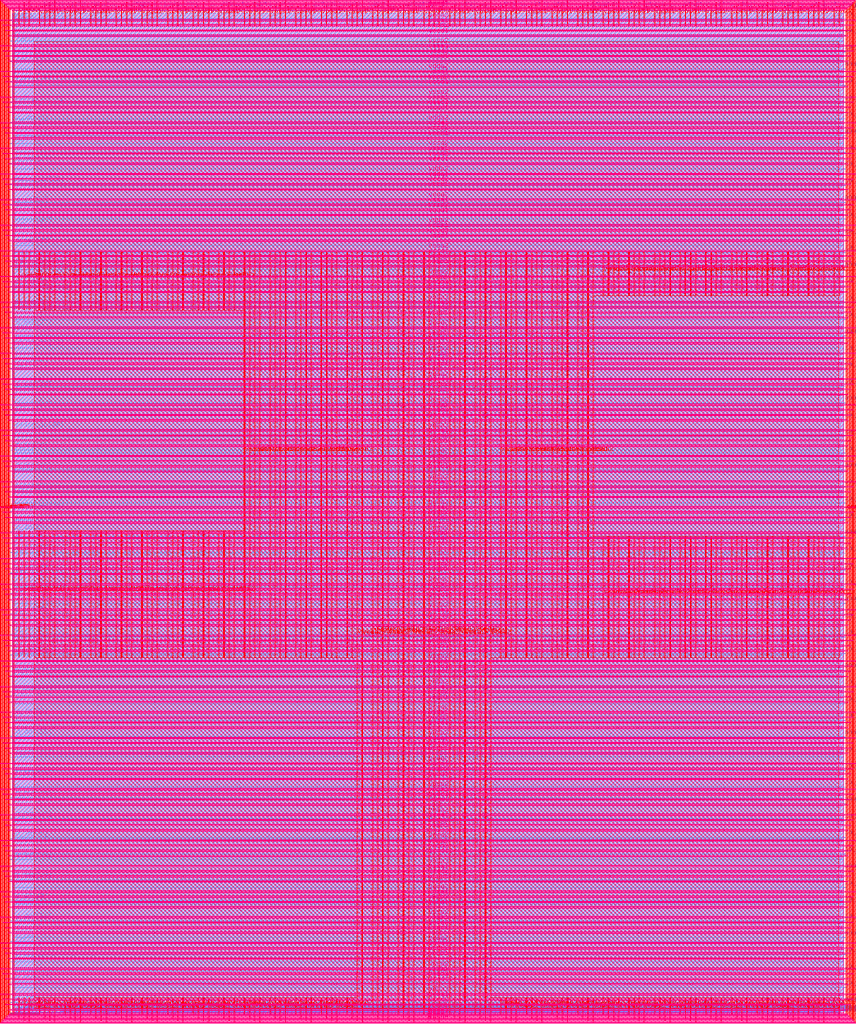
<source format=lef>
VERSION 5.7 ;
  NOWIREEXTENSIONATPIN ON ;
  DIVIDERCHAR "/" ;
  BUSBITCHARS "[]" ;
MACRO user_project_wrapper
  CLASS BLOCK ;
  FOREIGN user_project_wrapper ;
  ORIGIN 0.000 0.000 ;
  SIZE 2920.000 BY 3520.000 ;
  PIN analog_io[0]
    DIRECTION INOUT ;
    USE SIGNAL ;
    PORT
      LAYER met3 ;
        RECT 2917.600 28.980 2924.800 30.180 ;
    END
  END analog_io[0]
  PIN analog_io[10]
    DIRECTION INOUT ;
    USE SIGNAL ;
    PORT
      LAYER met3 ;
        RECT 2917.600 2374.980 2924.800 2376.180 ;
    END
  END analog_io[10]
  PIN analog_io[11]
    DIRECTION INOUT ;
    USE SIGNAL ;
    PORT
      LAYER met3 ;
        RECT 2917.600 2609.580 2924.800 2610.780 ;
    END
  END analog_io[11]
  PIN analog_io[12]
    DIRECTION INOUT ;
    USE SIGNAL ;
    PORT
      LAYER met3 ;
        RECT 2917.600 2844.180 2924.800 2845.380 ;
    END
  END analog_io[12]
  PIN analog_io[13]
    DIRECTION INOUT ;
    USE SIGNAL ;
    PORT
      LAYER met3 ;
        RECT 2917.600 3078.780 2924.800 3079.980 ;
    END
  END analog_io[13]
  PIN analog_io[14]
    DIRECTION INOUT ;
    USE SIGNAL ;
    PORT
      LAYER met3 ;
        RECT 2917.600 3313.380 2924.800 3314.580 ;
    END
  END analog_io[14]
  PIN analog_io[15]
    DIRECTION INOUT ;
    USE SIGNAL ;
    PORT
      LAYER met2 ;
        RECT 2879.090 3517.600 2879.650 3524.800 ;
    END
  END analog_io[15]
  PIN analog_io[16]
    DIRECTION INOUT ;
    USE SIGNAL ;
    PORT
      LAYER met2 ;
        RECT 2554.790 3517.600 2555.350 3524.800 ;
    END
  END analog_io[16]
  PIN analog_io[17]
    DIRECTION INOUT ;
    USE SIGNAL ;
    PORT
      LAYER met2 ;
        RECT 2230.490 3517.600 2231.050 3524.800 ;
    END
  END analog_io[17]
  PIN analog_io[18]
    DIRECTION INOUT ;
    USE SIGNAL ;
    PORT
      LAYER met2 ;
        RECT 1905.730 3517.600 1906.290 3524.800 ;
    END
  END analog_io[18]
  PIN analog_io[19]
    DIRECTION INOUT ;
    USE SIGNAL ;
    PORT
      LAYER met2 ;
        RECT 1581.430 3517.600 1581.990 3524.800 ;
    END
  END analog_io[19]
  PIN analog_io[1]
    DIRECTION INOUT ;
    USE SIGNAL ;
    PORT
      LAYER met3 ;
        RECT 2917.600 263.580 2924.800 264.780 ;
    END
  END analog_io[1]
  PIN analog_io[20]
    DIRECTION INOUT ;
    USE SIGNAL ;
    PORT
      LAYER met2 ;
        RECT 1257.130 3517.600 1257.690 3524.800 ;
    END
  END analog_io[20]
  PIN analog_io[21]
    DIRECTION INOUT ;
    USE SIGNAL ;
    PORT
      LAYER met2 ;
        RECT 932.370 3517.600 932.930 3524.800 ;
    END
  END analog_io[21]
  PIN analog_io[22]
    DIRECTION INOUT ;
    USE SIGNAL ;
    PORT
      LAYER met2 ;
        RECT 608.070 3517.600 608.630 3524.800 ;
    END
  END analog_io[22]
  PIN analog_io[23]
    DIRECTION INOUT ;
    USE SIGNAL ;
    PORT
      LAYER met2 ;
        RECT 283.770 3517.600 284.330 3524.800 ;
    END
  END analog_io[23]
  PIN analog_io[24]
    DIRECTION INOUT ;
    USE SIGNAL ;
    PORT
      LAYER met3 ;
        RECT -4.800 3482.700 2.400 3483.900 ;
    END
  END analog_io[24]
  PIN analog_io[25]
    DIRECTION INOUT ;
    USE SIGNAL ;
    PORT
      LAYER met3 ;
        RECT -4.800 3195.060 2.400 3196.260 ;
    END
  END analog_io[25]
  PIN analog_io[26]
    DIRECTION INOUT ;
    USE SIGNAL ;
    PORT
      LAYER met3 ;
        RECT -4.800 2908.100 2.400 2909.300 ;
    END
  END analog_io[26]
  PIN analog_io[27]
    DIRECTION INOUT ;
    USE SIGNAL ;
    PORT
      LAYER met3 ;
        RECT -4.800 2620.460 2.400 2621.660 ;
    END
  END analog_io[27]
  PIN analog_io[28]
    DIRECTION INOUT ;
    USE SIGNAL ;
    PORT
      LAYER met3 ;
        RECT -4.800 2333.500 2.400 2334.700 ;
    END
  END analog_io[28]
  PIN analog_io[29]
    DIRECTION INOUT ;
    USE SIGNAL ;
    PORT
      LAYER met3 ;
        RECT -4.800 2045.860 2.400 2047.060 ;
    END
  END analog_io[29]
  PIN analog_io[2]
    DIRECTION INOUT ;
    USE SIGNAL ;
    PORT
      LAYER met3 ;
        RECT 2917.600 498.180 2924.800 499.380 ;
    END
  END analog_io[2]
  PIN analog_io[30]
    DIRECTION INOUT ;
    USE SIGNAL ;
    PORT
      LAYER met3 ;
        RECT -4.800 1758.900 2.400 1760.100 ;
    END
  END analog_io[30]
  PIN analog_io[3]
    DIRECTION INOUT ;
    USE SIGNAL ;
    PORT
      LAYER met3 ;
        RECT 2917.600 732.780 2924.800 733.980 ;
    END
  END analog_io[3]
  PIN analog_io[4]
    DIRECTION INOUT ;
    USE SIGNAL ;
    PORT
      LAYER met3 ;
        RECT 2917.600 967.380 2924.800 968.580 ;
    END
  END analog_io[4]
  PIN analog_io[5]
    DIRECTION INOUT ;
    USE SIGNAL ;
    PORT
      LAYER met3 ;
        RECT 2917.600 1201.980 2924.800 1203.180 ;
    END
  END analog_io[5]
  PIN analog_io[6]
    DIRECTION INOUT ;
    USE SIGNAL ;
    PORT
      LAYER met3 ;
        RECT 2917.600 1436.580 2924.800 1437.780 ;
    END
  END analog_io[6]
  PIN analog_io[7]
    DIRECTION INOUT ;
    USE SIGNAL ;
    PORT
      LAYER met3 ;
        RECT 2917.600 1671.180 2924.800 1672.380 ;
    END
  END analog_io[7]
  PIN analog_io[8]
    DIRECTION INOUT ;
    USE SIGNAL ;
    PORT
      LAYER met3 ;
        RECT 2917.600 1905.780 2924.800 1906.980 ;
    END
  END analog_io[8]
  PIN analog_io[9]
    DIRECTION INOUT ;
    USE SIGNAL ;
    PORT
      LAYER met3 ;
        RECT 2917.600 2140.380 2924.800 2141.580 ;
    END
  END analog_io[9]
  PIN io_in[0]
    DIRECTION INPUT ;
    USE SIGNAL ;
    PORT
      LAYER met3 ;
        RECT 2917.600 87.460 2924.800 88.660 ;
    END
  END io_in[0]
  PIN io_in[10]
    DIRECTION INPUT ;
    USE SIGNAL ;
    PORT
      LAYER met3 ;
        RECT 2917.600 2433.460 2924.800 2434.660 ;
    END
  END io_in[10]
  PIN io_in[11]
    DIRECTION INPUT ;
    USE SIGNAL ;
    PORT
      LAYER met3 ;
        RECT 2917.600 2668.740 2924.800 2669.940 ;
    END
  END io_in[11]
  PIN io_in[12]
    DIRECTION INPUT ;
    USE SIGNAL ;
    PORT
      LAYER met3 ;
        RECT 2917.600 2903.340 2924.800 2904.540 ;
    END
  END io_in[12]
  PIN io_in[13]
    DIRECTION INPUT ;
    USE SIGNAL ;
    PORT
      LAYER met3 ;
        RECT 2917.600 3137.940 2924.800 3139.140 ;
    END
  END io_in[13]
  PIN io_in[14]
    DIRECTION INPUT ;
    USE SIGNAL ;
    PORT
      LAYER met3 ;
        RECT 2917.600 3372.540 2924.800 3373.740 ;
    END
  END io_in[14]
  PIN io_in[15]
    DIRECTION INPUT ;
    USE SIGNAL ;
    PORT
      LAYER met2 ;
        RECT 2798.130 3517.600 2798.690 3524.800 ;
    END
  END io_in[15]
  PIN io_in[16]
    DIRECTION INPUT ;
    USE SIGNAL ;
    PORT
      LAYER met2 ;
        RECT 2473.830 3517.600 2474.390 3524.800 ;
    END
  END io_in[16]
  PIN io_in[17]
    DIRECTION INPUT ;
    USE SIGNAL ;
    PORT
      LAYER met2 ;
        RECT 2149.070 3517.600 2149.630 3524.800 ;
    END
  END io_in[17]
  PIN io_in[18]
    DIRECTION INPUT ;
    USE SIGNAL ;
    PORT
      LAYER met2 ;
        RECT 1824.770 3517.600 1825.330 3524.800 ;
    END
  END io_in[18]
  PIN io_in[19]
    DIRECTION INPUT ;
    USE SIGNAL ;
    PORT
      LAYER met2 ;
        RECT 1500.470 3517.600 1501.030 3524.800 ;
    END
  END io_in[19]
  PIN io_in[1]
    DIRECTION INPUT ;
    USE SIGNAL ;
    PORT
      LAYER met3 ;
        RECT 2917.600 322.060 2924.800 323.260 ;
    END
  END io_in[1]
  PIN io_in[20]
    DIRECTION INPUT ;
    USE SIGNAL ;
    PORT
      LAYER met2 ;
        RECT 1175.710 3517.600 1176.270 3524.800 ;
    END
  END io_in[20]
  PIN io_in[21]
    DIRECTION INPUT ;
    USE SIGNAL ;
    PORT
      LAYER met2 ;
        RECT 851.410 3517.600 851.970 3524.800 ;
    END
  END io_in[21]
  PIN io_in[22]
    DIRECTION INPUT ;
    USE SIGNAL ;
    PORT
      LAYER met2 ;
        RECT 527.110 3517.600 527.670 3524.800 ;
    END
  END io_in[22]
  PIN io_in[23]
    DIRECTION INPUT ;
    USE SIGNAL ;
    PORT
      LAYER met2 ;
        RECT 202.350 3517.600 202.910 3524.800 ;
    END
  END io_in[23]
  PIN io_in[24]
    DIRECTION INPUT ;
    USE SIGNAL ;
    PORT
      LAYER met3 ;
        RECT -4.800 3410.620 2.400 3411.820 ;
    END
  END io_in[24]
  PIN io_in[25]
    DIRECTION INPUT ;
    USE SIGNAL ;
    PORT
      LAYER met3 ;
        RECT -4.800 3123.660 2.400 3124.860 ;
    END
  END io_in[25]
  PIN io_in[26]
    DIRECTION INPUT ;
    USE SIGNAL ;
    PORT
      LAYER met3 ;
        RECT -4.800 2836.020 2.400 2837.220 ;
    END
  END io_in[26]
  PIN io_in[27]
    DIRECTION INPUT ;
    USE SIGNAL ;
    PORT
      LAYER met3 ;
        RECT -4.800 2549.060 2.400 2550.260 ;
    END
  END io_in[27]
  PIN io_in[28]
    DIRECTION INPUT ;
    USE SIGNAL ;
    PORT
      LAYER met3 ;
        RECT -4.800 2261.420 2.400 2262.620 ;
    END
  END io_in[28]
  PIN io_in[29]
    DIRECTION INPUT ;
    USE SIGNAL ;
    PORT
      LAYER met3 ;
        RECT -4.800 1974.460 2.400 1975.660 ;
    END
  END io_in[29]
  PIN io_in[2]
    DIRECTION INPUT ;
    USE SIGNAL ;
    PORT
      LAYER met3 ;
        RECT 2917.600 556.660 2924.800 557.860 ;
    END
  END io_in[2]
  PIN io_in[30]
    DIRECTION INPUT ;
    USE SIGNAL ;
    PORT
      LAYER met3 ;
        RECT -4.800 1686.820 2.400 1688.020 ;
    END
  END io_in[30]
  PIN io_in[31]
    DIRECTION INPUT ;
    USE SIGNAL ;
    PORT
      LAYER met3 ;
        RECT -4.800 1471.260 2.400 1472.460 ;
    END
  END io_in[31]
  PIN io_in[32]
    DIRECTION INPUT ;
    USE SIGNAL ;
    PORT
      LAYER met3 ;
        RECT -4.800 1255.700 2.400 1256.900 ;
    END
  END io_in[32]
  PIN io_in[33]
    DIRECTION INPUT ;
    USE SIGNAL ;
    PORT
      LAYER met3 ;
        RECT -4.800 1040.140 2.400 1041.340 ;
    END
  END io_in[33]
  PIN io_in[34]
    DIRECTION INPUT ;
    USE SIGNAL ;
    PORT
      LAYER met3 ;
        RECT -4.800 824.580 2.400 825.780 ;
    END
  END io_in[34]
  PIN io_in[35]
    DIRECTION INPUT ;
    USE SIGNAL ;
    PORT
      LAYER met3 ;
        RECT -4.800 609.700 2.400 610.900 ;
    END
  END io_in[35]
  PIN io_in[36]
    DIRECTION INPUT ;
    USE SIGNAL ;
    PORT
      LAYER met3 ;
        RECT -4.800 394.140 2.400 395.340 ;
    END
  END io_in[36]
  PIN io_in[37]
    DIRECTION INPUT ;
    USE SIGNAL ;
    PORT
      LAYER met3 ;
        RECT -4.800 178.580 2.400 179.780 ;
    END
  END io_in[37]
  PIN io_in[3]
    DIRECTION INPUT ;
    USE SIGNAL ;
    PORT
      LAYER met3 ;
        RECT 2917.600 791.260 2924.800 792.460 ;
    END
  END io_in[3]
  PIN io_in[4]
    DIRECTION INPUT ;
    USE SIGNAL ;
    PORT
      LAYER met3 ;
        RECT 2917.600 1025.860 2924.800 1027.060 ;
    END
  END io_in[4]
  PIN io_in[5]
    DIRECTION INPUT ;
    USE SIGNAL ;
    PORT
      LAYER met3 ;
        RECT 2917.600 1260.460 2924.800 1261.660 ;
    END
  END io_in[5]
  PIN io_in[6]
    DIRECTION INPUT ;
    USE SIGNAL ;
    PORT
      LAYER met3 ;
        RECT 2917.600 1495.060 2924.800 1496.260 ;
    END
  END io_in[6]
  PIN io_in[7]
    DIRECTION INPUT ;
    USE SIGNAL ;
    PORT
      LAYER met3 ;
        RECT 2917.600 1729.660 2924.800 1730.860 ;
    END
  END io_in[7]
  PIN io_in[8]
    DIRECTION INPUT ;
    USE SIGNAL ;
    PORT
      LAYER met3 ;
        RECT 2917.600 1964.260 2924.800 1965.460 ;
    END
  END io_in[8]
  PIN io_in[9]
    DIRECTION INPUT ;
    USE SIGNAL ;
    PORT
      LAYER met3 ;
        RECT 2917.600 2198.860 2924.800 2200.060 ;
    END
  END io_in[9]
  PIN io_oeb[0]
    DIRECTION OUTPUT TRISTATE ;
    USE SIGNAL ;
    PORT
      LAYER met3 ;
        RECT 2917.600 204.420 2924.800 205.620 ;
    END
  END io_oeb[0]
  PIN io_oeb[10]
    DIRECTION OUTPUT TRISTATE ;
    USE SIGNAL ;
    PORT
      LAYER met3 ;
        RECT 2917.600 2551.100 2924.800 2552.300 ;
    END
  END io_oeb[10]
  PIN io_oeb[11]
    DIRECTION OUTPUT TRISTATE ;
    USE SIGNAL ;
    PORT
      LAYER met3 ;
        RECT 2917.600 2785.700 2924.800 2786.900 ;
    END
  END io_oeb[11]
  PIN io_oeb[12]
    DIRECTION OUTPUT TRISTATE ;
    USE SIGNAL ;
    PORT
      LAYER met3 ;
        RECT 2917.600 3020.300 2924.800 3021.500 ;
    END
  END io_oeb[12]
  PIN io_oeb[13]
    DIRECTION OUTPUT TRISTATE ;
    USE SIGNAL ;
    PORT
      LAYER met3 ;
        RECT 2917.600 3254.900 2924.800 3256.100 ;
    END
  END io_oeb[13]
  PIN io_oeb[14]
    DIRECTION OUTPUT TRISTATE ;
    USE SIGNAL ;
    PORT
      LAYER met3 ;
        RECT 2917.600 3489.500 2924.800 3490.700 ;
    END
  END io_oeb[14]
  PIN io_oeb[15]
    DIRECTION OUTPUT TRISTATE ;
    USE SIGNAL ;
    PORT
      LAYER met2 ;
        RECT 2635.750 3517.600 2636.310 3524.800 ;
    END
  END io_oeb[15]
  PIN io_oeb[16]
    DIRECTION OUTPUT TRISTATE ;
    USE SIGNAL ;
    PORT
      LAYER met2 ;
        RECT 2311.450 3517.600 2312.010 3524.800 ;
    END
  END io_oeb[16]
  PIN io_oeb[17]
    DIRECTION OUTPUT TRISTATE ;
    USE SIGNAL ;
    PORT
      LAYER met2 ;
        RECT 1987.150 3517.600 1987.710 3524.800 ;
    END
  END io_oeb[17]
  PIN io_oeb[18]
    DIRECTION OUTPUT TRISTATE ;
    USE SIGNAL ;
    PORT
      LAYER met2 ;
        RECT 1662.390 3517.600 1662.950 3524.800 ;
    END
  END io_oeb[18]
  PIN io_oeb[19]
    DIRECTION OUTPUT TRISTATE ;
    USE SIGNAL ;
    PORT
      LAYER met2 ;
        RECT 1338.090 3517.600 1338.650 3524.800 ;
    END
  END io_oeb[19]
  PIN io_oeb[1]
    DIRECTION OUTPUT TRISTATE ;
    USE SIGNAL ;
    PORT
      LAYER met3 ;
        RECT 2917.600 439.020 2924.800 440.220 ;
    END
  END io_oeb[1]
  PIN io_oeb[20]
    DIRECTION OUTPUT TRISTATE ;
    USE SIGNAL ;
    PORT
      LAYER met2 ;
        RECT 1013.790 3517.600 1014.350 3524.800 ;
    END
  END io_oeb[20]
  PIN io_oeb[21]
    DIRECTION OUTPUT TRISTATE ;
    USE SIGNAL ;
    PORT
      LAYER met2 ;
        RECT 689.030 3517.600 689.590 3524.800 ;
    END
  END io_oeb[21]
  PIN io_oeb[22]
    DIRECTION OUTPUT TRISTATE ;
    USE SIGNAL ;
    PORT
      LAYER met2 ;
        RECT 364.730 3517.600 365.290 3524.800 ;
    END
  END io_oeb[22]
  PIN io_oeb[23]
    DIRECTION OUTPUT TRISTATE ;
    USE SIGNAL ;
    PORT
      LAYER met2 ;
        RECT 40.430 3517.600 40.990 3524.800 ;
    END
  END io_oeb[23]
  PIN io_oeb[24]
    DIRECTION OUTPUT TRISTATE ;
    USE SIGNAL ;
    PORT
      LAYER met3 ;
        RECT -4.800 3267.140 2.400 3268.340 ;
    END
  END io_oeb[24]
  PIN io_oeb[25]
    DIRECTION OUTPUT TRISTATE ;
    USE SIGNAL ;
    PORT
      LAYER met3 ;
        RECT -4.800 2979.500 2.400 2980.700 ;
    END
  END io_oeb[25]
  PIN io_oeb[26]
    DIRECTION OUTPUT TRISTATE ;
    USE SIGNAL ;
    PORT
      LAYER met3 ;
        RECT -4.800 2692.540 2.400 2693.740 ;
    END
  END io_oeb[26]
  PIN io_oeb[27]
    DIRECTION OUTPUT TRISTATE ;
    USE SIGNAL ;
    PORT
      LAYER met3 ;
        RECT -4.800 2404.900 2.400 2406.100 ;
    END
  END io_oeb[27]
  PIN io_oeb[28]
    DIRECTION OUTPUT TRISTATE ;
    USE SIGNAL ;
    PORT
      LAYER met3 ;
        RECT -4.800 2117.940 2.400 2119.140 ;
    END
  END io_oeb[28]
  PIN io_oeb[29]
    DIRECTION OUTPUT TRISTATE ;
    USE SIGNAL ;
    PORT
      LAYER met3 ;
        RECT -4.800 1830.300 2.400 1831.500 ;
    END
  END io_oeb[29]
  PIN io_oeb[2]
    DIRECTION OUTPUT TRISTATE ;
    USE SIGNAL ;
    PORT
      LAYER met3 ;
        RECT 2917.600 673.620 2924.800 674.820 ;
    END
  END io_oeb[2]
  PIN io_oeb[30]
    DIRECTION OUTPUT TRISTATE ;
    USE SIGNAL ;
    PORT
      LAYER met3 ;
        RECT -4.800 1543.340 2.400 1544.540 ;
    END
  END io_oeb[30]
  PIN io_oeb[31]
    DIRECTION OUTPUT TRISTATE ;
    USE SIGNAL ;
    PORT
      LAYER met3 ;
        RECT -4.800 1327.780 2.400 1328.980 ;
    END
  END io_oeb[31]
  PIN io_oeb[32]
    DIRECTION OUTPUT TRISTATE ;
    USE SIGNAL ;
    PORT
      LAYER met3 ;
        RECT -4.800 1112.220 2.400 1113.420 ;
    END
  END io_oeb[32]
  PIN io_oeb[33]
    DIRECTION OUTPUT TRISTATE ;
    USE SIGNAL ;
    PORT
      LAYER met3 ;
        RECT -4.800 896.660 2.400 897.860 ;
    END
  END io_oeb[33]
  PIN io_oeb[34]
    DIRECTION OUTPUT TRISTATE ;
    USE SIGNAL ;
    PORT
      LAYER met3 ;
        RECT -4.800 681.100 2.400 682.300 ;
    END
  END io_oeb[34]
  PIN io_oeb[35]
    DIRECTION OUTPUT TRISTATE ;
    USE SIGNAL ;
    PORT
      LAYER met3 ;
        RECT -4.800 465.540 2.400 466.740 ;
    END
  END io_oeb[35]
  PIN io_oeb[36]
    DIRECTION OUTPUT TRISTATE ;
    USE SIGNAL ;
    PORT
      LAYER met3 ;
        RECT -4.800 249.980 2.400 251.180 ;
    END
  END io_oeb[36]
  PIN io_oeb[37]
    DIRECTION OUTPUT TRISTATE ;
    USE SIGNAL ;
    PORT
      LAYER met3 ;
        RECT -4.800 35.100 2.400 36.300 ;
    END
  END io_oeb[37]
  PIN io_oeb[3]
    DIRECTION OUTPUT TRISTATE ;
    USE SIGNAL ;
    PORT
      LAYER met3 ;
        RECT 2917.600 908.900 2924.800 910.100 ;
    END
  END io_oeb[3]
  PIN io_oeb[4]
    DIRECTION OUTPUT TRISTATE ;
    USE SIGNAL ;
    PORT
      LAYER met3 ;
        RECT 2917.600 1143.500 2924.800 1144.700 ;
    END
  END io_oeb[4]
  PIN io_oeb[5]
    DIRECTION OUTPUT TRISTATE ;
    USE SIGNAL ;
    PORT
      LAYER met3 ;
        RECT 2917.600 1378.100 2924.800 1379.300 ;
    END
  END io_oeb[5]
  PIN io_oeb[6]
    DIRECTION OUTPUT TRISTATE ;
    USE SIGNAL ;
    PORT
      LAYER met3 ;
        RECT 2917.600 1612.700 2924.800 1613.900 ;
    END
  END io_oeb[6]
  PIN io_oeb[7]
    DIRECTION OUTPUT TRISTATE ;
    USE SIGNAL ;
    PORT
      LAYER met3 ;
        RECT 2917.600 1847.300 2924.800 1848.500 ;
    END
  END io_oeb[7]
  PIN io_oeb[8]
    DIRECTION OUTPUT TRISTATE ;
    USE SIGNAL ;
    PORT
      LAYER met3 ;
        RECT 2917.600 2081.900 2924.800 2083.100 ;
    END
  END io_oeb[8]
  PIN io_oeb[9]
    DIRECTION OUTPUT TRISTATE ;
    USE SIGNAL ;
    PORT
      LAYER met3 ;
        RECT 2917.600 2316.500 2924.800 2317.700 ;
    END
  END io_oeb[9]
  PIN io_out[0]
    DIRECTION OUTPUT TRISTATE ;
    USE SIGNAL ;
    PORT
      LAYER met3 ;
        RECT 2917.600 145.940 2924.800 147.140 ;
    END
  END io_out[0]
  PIN io_out[10]
    DIRECTION OUTPUT TRISTATE ;
    USE SIGNAL ;
    PORT
      LAYER met3 ;
        RECT 2917.600 2492.620 2924.800 2493.820 ;
    END
  END io_out[10]
  PIN io_out[11]
    DIRECTION OUTPUT TRISTATE ;
    USE SIGNAL ;
    PORT
      LAYER met3 ;
        RECT 2917.600 2727.220 2924.800 2728.420 ;
    END
  END io_out[11]
  PIN io_out[12]
    DIRECTION OUTPUT TRISTATE ;
    USE SIGNAL ;
    PORT
      LAYER met3 ;
        RECT 2917.600 2961.820 2924.800 2963.020 ;
    END
  END io_out[12]
  PIN io_out[13]
    DIRECTION OUTPUT TRISTATE ;
    USE SIGNAL ;
    PORT
      LAYER met3 ;
        RECT 2917.600 3196.420 2924.800 3197.620 ;
    END
  END io_out[13]
  PIN io_out[14]
    DIRECTION OUTPUT TRISTATE ;
    USE SIGNAL ;
    PORT
      LAYER met3 ;
        RECT 2917.600 3431.020 2924.800 3432.220 ;
    END
  END io_out[14]
  PIN io_out[15]
    DIRECTION OUTPUT TRISTATE ;
    USE SIGNAL ;
    PORT
      LAYER met2 ;
        RECT 2717.170 3517.600 2717.730 3524.800 ;
    END
  END io_out[15]
  PIN io_out[16]
    DIRECTION OUTPUT TRISTATE ;
    USE SIGNAL ;
    PORT
      LAYER met2 ;
        RECT 2392.410 3517.600 2392.970 3524.800 ;
    END
  END io_out[16]
  PIN io_out[17]
    DIRECTION OUTPUT TRISTATE ;
    USE SIGNAL ;
    PORT
      LAYER met2 ;
        RECT 2068.110 3517.600 2068.670 3524.800 ;
    END
  END io_out[17]
  PIN io_out[18]
    DIRECTION OUTPUT TRISTATE ;
    USE SIGNAL ;
    PORT
      LAYER met2 ;
        RECT 1743.810 3517.600 1744.370 3524.800 ;
    END
  END io_out[18]
  PIN io_out[19]
    DIRECTION OUTPUT TRISTATE ;
    USE SIGNAL ;
    PORT
      LAYER met2 ;
        RECT 1419.050 3517.600 1419.610 3524.800 ;
    END
  END io_out[19]
  PIN io_out[1]
    DIRECTION OUTPUT TRISTATE ;
    USE SIGNAL ;
    PORT
      LAYER met3 ;
        RECT 2917.600 380.540 2924.800 381.740 ;
    END
  END io_out[1]
  PIN io_out[20]
    DIRECTION OUTPUT TRISTATE ;
    USE SIGNAL ;
    PORT
      LAYER met2 ;
        RECT 1094.750 3517.600 1095.310 3524.800 ;
    END
  END io_out[20]
  PIN io_out[21]
    DIRECTION OUTPUT TRISTATE ;
    USE SIGNAL ;
    PORT
      LAYER met2 ;
        RECT 770.450 3517.600 771.010 3524.800 ;
    END
  END io_out[21]
  PIN io_out[22]
    DIRECTION OUTPUT TRISTATE ;
    USE SIGNAL ;
    PORT
      LAYER met2 ;
        RECT 445.690 3517.600 446.250 3524.800 ;
    END
  END io_out[22]
  PIN io_out[23]
    DIRECTION OUTPUT TRISTATE ;
    USE SIGNAL ;
    PORT
      LAYER met2 ;
        RECT 121.390 3517.600 121.950 3524.800 ;
    END
  END io_out[23]
  PIN io_out[24]
    DIRECTION OUTPUT TRISTATE ;
    USE SIGNAL ;
    PORT
      LAYER met3 ;
        RECT -4.800 3339.220 2.400 3340.420 ;
    END
  END io_out[24]
  PIN io_out[25]
    DIRECTION OUTPUT TRISTATE ;
    USE SIGNAL ;
    PORT
      LAYER met3 ;
        RECT -4.800 3051.580 2.400 3052.780 ;
    END
  END io_out[25]
  PIN io_out[26]
    DIRECTION OUTPUT TRISTATE ;
    USE SIGNAL ;
    PORT
      LAYER met3 ;
        RECT -4.800 2764.620 2.400 2765.820 ;
    END
  END io_out[26]
  PIN io_out[27]
    DIRECTION OUTPUT TRISTATE ;
    USE SIGNAL ;
    PORT
      LAYER met3 ;
        RECT -4.800 2476.980 2.400 2478.180 ;
    END
  END io_out[27]
  PIN io_out[28]
    DIRECTION OUTPUT TRISTATE ;
    USE SIGNAL ;
    PORT
      LAYER met3 ;
        RECT -4.800 2189.340 2.400 2190.540 ;
    END
  END io_out[28]
  PIN io_out[29]
    DIRECTION OUTPUT TRISTATE ;
    USE SIGNAL ;
    PORT
      LAYER met3 ;
        RECT -4.800 1902.380 2.400 1903.580 ;
    END
  END io_out[29]
  PIN io_out[2]
    DIRECTION OUTPUT TRISTATE ;
    USE SIGNAL ;
    PORT
      LAYER met3 ;
        RECT 2917.600 615.140 2924.800 616.340 ;
    END
  END io_out[2]
  PIN io_out[30]
    DIRECTION OUTPUT TRISTATE ;
    USE SIGNAL ;
    PORT
      LAYER met3 ;
        RECT -4.800 1614.740 2.400 1615.940 ;
    END
  END io_out[30]
  PIN io_out[31]
    DIRECTION OUTPUT TRISTATE ;
    USE SIGNAL ;
    PORT
      LAYER met3 ;
        RECT -4.800 1399.860 2.400 1401.060 ;
    END
  END io_out[31]
  PIN io_out[32]
    DIRECTION OUTPUT TRISTATE ;
    USE SIGNAL ;
    PORT
      LAYER met3 ;
        RECT -4.800 1184.300 2.400 1185.500 ;
    END
  END io_out[32]
  PIN io_out[33]
    DIRECTION OUTPUT TRISTATE ;
    USE SIGNAL ;
    PORT
      LAYER met3 ;
        RECT -4.800 968.740 2.400 969.940 ;
    END
  END io_out[33]
  PIN io_out[34]
    DIRECTION OUTPUT TRISTATE ;
    USE SIGNAL ;
    PORT
      LAYER met3 ;
        RECT -4.800 753.180 2.400 754.380 ;
    END
  END io_out[34]
  PIN io_out[35]
    DIRECTION OUTPUT TRISTATE ;
    USE SIGNAL ;
    PORT
      LAYER met3 ;
        RECT -4.800 537.620 2.400 538.820 ;
    END
  END io_out[35]
  PIN io_out[36]
    DIRECTION OUTPUT TRISTATE ;
    USE SIGNAL ;
    PORT
      LAYER met3 ;
        RECT -4.800 322.060 2.400 323.260 ;
    END
  END io_out[36]
  PIN io_out[37]
    DIRECTION OUTPUT TRISTATE ;
    USE SIGNAL ;
    PORT
      LAYER met3 ;
        RECT -4.800 106.500 2.400 107.700 ;
    END
  END io_out[37]
  PIN io_out[3]
    DIRECTION OUTPUT TRISTATE ;
    USE SIGNAL ;
    PORT
      LAYER met3 ;
        RECT 2917.600 849.740 2924.800 850.940 ;
    END
  END io_out[3]
  PIN io_out[4]
    DIRECTION OUTPUT TRISTATE ;
    USE SIGNAL ;
    PORT
      LAYER met3 ;
        RECT 2917.600 1084.340 2924.800 1085.540 ;
    END
  END io_out[4]
  PIN io_out[5]
    DIRECTION OUTPUT TRISTATE ;
    USE SIGNAL ;
    PORT
      LAYER met3 ;
        RECT 2917.600 1318.940 2924.800 1320.140 ;
    END
  END io_out[5]
  PIN io_out[6]
    DIRECTION OUTPUT TRISTATE ;
    USE SIGNAL ;
    PORT
      LAYER met3 ;
        RECT 2917.600 1553.540 2924.800 1554.740 ;
    END
  END io_out[6]
  PIN io_out[7]
    DIRECTION OUTPUT TRISTATE ;
    USE SIGNAL ;
    PORT
      LAYER met3 ;
        RECT 2917.600 1788.820 2924.800 1790.020 ;
    END
  END io_out[7]
  PIN io_out[8]
    DIRECTION OUTPUT TRISTATE ;
    USE SIGNAL ;
    PORT
      LAYER met3 ;
        RECT 2917.600 2023.420 2924.800 2024.620 ;
    END
  END io_out[8]
  PIN io_out[9]
    DIRECTION OUTPUT TRISTATE ;
    USE SIGNAL ;
    PORT
      LAYER met3 ;
        RECT 2917.600 2258.020 2924.800 2259.220 ;
    END
  END io_out[9]
  PIN la_data_in[0]
    DIRECTION INPUT ;
    USE SIGNAL ;
    PORT
      LAYER met2 ;
        RECT 632.910 -4.800 633.470 2.400 ;
    END
  END la_data_in[0]
  PIN la_data_in[100]
    DIRECTION INPUT ;
    USE SIGNAL ;
    PORT
      LAYER met2 ;
        RECT 2417.250 -4.800 2417.810 2.400 ;
    END
  END la_data_in[100]
  PIN la_data_in[101]
    DIRECTION INPUT ;
    USE SIGNAL ;
    PORT
      LAYER met2 ;
        RECT 2434.730 -4.800 2435.290 2.400 ;
    END
  END la_data_in[101]
  PIN la_data_in[102]
    DIRECTION INPUT ;
    USE SIGNAL ;
    PORT
      LAYER met2 ;
        RECT 2452.670 -4.800 2453.230 2.400 ;
    END
  END la_data_in[102]
  PIN la_data_in[103]
    DIRECTION INPUT ;
    USE SIGNAL ;
    PORT
      LAYER met2 ;
        RECT 2470.610 -4.800 2471.170 2.400 ;
    END
  END la_data_in[103]
  PIN la_data_in[104]
    DIRECTION INPUT ;
    USE SIGNAL ;
    PORT
      LAYER met2 ;
        RECT 2488.550 -4.800 2489.110 2.400 ;
    END
  END la_data_in[104]
  PIN la_data_in[105]
    DIRECTION INPUT ;
    USE SIGNAL ;
    PORT
      LAYER met2 ;
        RECT 2506.030 -4.800 2506.590 2.400 ;
    END
  END la_data_in[105]
  PIN la_data_in[106]
    DIRECTION INPUT ;
    USE SIGNAL ;
    PORT
      LAYER met2 ;
        RECT 2523.970 -4.800 2524.530 2.400 ;
    END
  END la_data_in[106]
  PIN la_data_in[107]
    DIRECTION INPUT ;
    USE SIGNAL ;
    PORT
      LAYER met2 ;
        RECT 2541.910 -4.800 2542.470 2.400 ;
    END
  END la_data_in[107]
  PIN la_data_in[108]
    DIRECTION INPUT ;
    USE SIGNAL ;
    PORT
      LAYER met2 ;
        RECT 2559.850 -4.800 2560.410 2.400 ;
    END
  END la_data_in[108]
  PIN la_data_in[109]
    DIRECTION INPUT ;
    USE SIGNAL ;
    PORT
      LAYER met2 ;
        RECT 2577.790 -4.800 2578.350 2.400 ;
    END
  END la_data_in[109]
  PIN la_data_in[10]
    DIRECTION INPUT ;
    USE SIGNAL ;
    PORT
      LAYER met2 ;
        RECT 811.390 -4.800 811.950 2.400 ;
    END
  END la_data_in[10]
  PIN la_data_in[110]
    DIRECTION INPUT ;
    USE SIGNAL ;
    PORT
      LAYER met2 ;
        RECT 2595.270 -4.800 2595.830 2.400 ;
    END
  END la_data_in[110]
  PIN la_data_in[111]
    DIRECTION INPUT ;
    USE SIGNAL ;
    PORT
      LAYER met2 ;
        RECT 2613.210 -4.800 2613.770 2.400 ;
    END
  END la_data_in[111]
  PIN la_data_in[112]
    DIRECTION INPUT ;
    USE SIGNAL ;
    PORT
      LAYER met2 ;
        RECT 2631.150 -4.800 2631.710 2.400 ;
    END
  END la_data_in[112]
  PIN la_data_in[113]
    DIRECTION INPUT ;
    USE SIGNAL ;
    PORT
      LAYER met2 ;
        RECT 2649.090 -4.800 2649.650 2.400 ;
    END
  END la_data_in[113]
  PIN la_data_in[114]
    DIRECTION INPUT ;
    USE SIGNAL ;
    PORT
      LAYER met2 ;
        RECT 2667.030 -4.800 2667.590 2.400 ;
    END
  END la_data_in[114]
  PIN la_data_in[115]
    DIRECTION INPUT ;
    USE SIGNAL ;
    PORT
      LAYER met2 ;
        RECT 2684.510 -4.800 2685.070 2.400 ;
    END
  END la_data_in[115]
  PIN la_data_in[116]
    DIRECTION INPUT ;
    USE SIGNAL ;
    PORT
      LAYER met2 ;
        RECT 2702.450 -4.800 2703.010 2.400 ;
    END
  END la_data_in[116]
  PIN la_data_in[117]
    DIRECTION INPUT ;
    USE SIGNAL ;
    PORT
      LAYER met2 ;
        RECT 2720.390 -4.800 2720.950 2.400 ;
    END
  END la_data_in[117]
  PIN la_data_in[118]
    DIRECTION INPUT ;
    USE SIGNAL ;
    PORT
      LAYER met2 ;
        RECT 2738.330 -4.800 2738.890 2.400 ;
    END
  END la_data_in[118]
  PIN la_data_in[119]
    DIRECTION INPUT ;
    USE SIGNAL ;
    PORT
      LAYER met2 ;
        RECT 2755.810 -4.800 2756.370 2.400 ;
    END
  END la_data_in[119]
  PIN la_data_in[11]
    DIRECTION INPUT ;
    USE SIGNAL ;
    PORT
      LAYER met2 ;
        RECT 829.330 -4.800 829.890 2.400 ;
    END
  END la_data_in[11]
  PIN la_data_in[120]
    DIRECTION INPUT ;
    USE SIGNAL ;
    PORT
      LAYER met2 ;
        RECT 2773.750 -4.800 2774.310 2.400 ;
    END
  END la_data_in[120]
  PIN la_data_in[121]
    DIRECTION INPUT ;
    USE SIGNAL ;
    PORT
      LAYER met2 ;
        RECT 2791.690 -4.800 2792.250 2.400 ;
    END
  END la_data_in[121]
  PIN la_data_in[122]
    DIRECTION INPUT ;
    USE SIGNAL ;
    PORT
      LAYER met2 ;
        RECT 2809.630 -4.800 2810.190 2.400 ;
    END
  END la_data_in[122]
  PIN la_data_in[123]
    DIRECTION INPUT ;
    USE SIGNAL ;
    PORT
      LAYER met2 ;
        RECT 2827.570 -4.800 2828.130 2.400 ;
    END
  END la_data_in[123]
  PIN la_data_in[124]
    DIRECTION INPUT ;
    USE SIGNAL ;
    PORT
      LAYER met2 ;
        RECT 2845.050 -4.800 2845.610 2.400 ;
    END
  END la_data_in[124]
  PIN la_data_in[125]
    DIRECTION INPUT ;
    USE SIGNAL ;
    PORT
      LAYER met2 ;
        RECT 2862.990 -4.800 2863.550 2.400 ;
    END
  END la_data_in[125]
  PIN la_data_in[126]
    DIRECTION INPUT ;
    USE SIGNAL ;
    PORT
      LAYER met2 ;
        RECT 2880.930 -4.800 2881.490 2.400 ;
    END
  END la_data_in[126]
  PIN la_data_in[127]
    DIRECTION INPUT ;
    USE SIGNAL ;
    PORT
      LAYER met2 ;
        RECT 2898.870 -4.800 2899.430 2.400 ;
    END
  END la_data_in[127]
  PIN la_data_in[12]
    DIRECTION INPUT ;
    USE SIGNAL ;
    PORT
      LAYER met2 ;
        RECT 846.810 -4.800 847.370 2.400 ;
    END
  END la_data_in[12]
  PIN la_data_in[13]
    DIRECTION INPUT ;
    USE SIGNAL ;
    PORT
      LAYER met2 ;
        RECT 864.750 -4.800 865.310 2.400 ;
    END
  END la_data_in[13]
  PIN la_data_in[14]
    DIRECTION INPUT ;
    USE SIGNAL ;
    PORT
      LAYER met2 ;
        RECT 882.690 -4.800 883.250 2.400 ;
    END
  END la_data_in[14]
  PIN la_data_in[15]
    DIRECTION INPUT ;
    USE SIGNAL ;
    PORT
      LAYER met2 ;
        RECT 900.630 -4.800 901.190 2.400 ;
    END
  END la_data_in[15]
  PIN la_data_in[16]
    DIRECTION INPUT ;
    USE SIGNAL ;
    PORT
      LAYER met2 ;
        RECT 918.570 -4.800 919.130 2.400 ;
    END
  END la_data_in[16]
  PIN la_data_in[17]
    DIRECTION INPUT ;
    USE SIGNAL ;
    PORT
      LAYER met2 ;
        RECT 936.050 -4.800 936.610 2.400 ;
    END
  END la_data_in[17]
  PIN la_data_in[18]
    DIRECTION INPUT ;
    USE SIGNAL ;
    PORT
      LAYER met2 ;
        RECT 953.990 -4.800 954.550 2.400 ;
    END
  END la_data_in[18]
  PIN la_data_in[19]
    DIRECTION INPUT ;
    USE SIGNAL ;
    PORT
      LAYER met2 ;
        RECT 971.930 -4.800 972.490 2.400 ;
    END
  END la_data_in[19]
  PIN la_data_in[1]
    DIRECTION INPUT ;
    USE SIGNAL ;
    PORT
      LAYER met2 ;
        RECT 650.850 -4.800 651.410 2.400 ;
    END
  END la_data_in[1]
  PIN la_data_in[20]
    DIRECTION INPUT ;
    USE SIGNAL ;
    PORT
      LAYER met2 ;
        RECT 989.870 -4.800 990.430 2.400 ;
    END
  END la_data_in[20]
  PIN la_data_in[21]
    DIRECTION INPUT ;
    USE SIGNAL ;
    PORT
      LAYER met2 ;
        RECT 1007.350 -4.800 1007.910 2.400 ;
    END
  END la_data_in[21]
  PIN la_data_in[22]
    DIRECTION INPUT ;
    USE SIGNAL ;
    PORT
      LAYER met2 ;
        RECT 1025.290 -4.800 1025.850 2.400 ;
    END
  END la_data_in[22]
  PIN la_data_in[23]
    DIRECTION INPUT ;
    USE SIGNAL ;
    PORT
      LAYER met2 ;
        RECT 1043.230 -4.800 1043.790 2.400 ;
    END
  END la_data_in[23]
  PIN la_data_in[24]
    DIRECTION INPUT ;
    USE SIGNAL ;
    PORT
      LAYER met2 ;
        RECT 1061.170 -4.800 1061.730 2.400 ;
    END
  END la_data_in[24]
  PIN la_data_in[25]
    DIRECTION INPUT ;
    USE SIGNAL ;
    PORT
      LAYER met2 ;
        RECT 1079.110 -4.800 1079.670 2.400 ;
    END
  END la_data_in[25]
  PIN la_data_in[26]
    DIRECTION INPUT ;
    USE SIGNAL ;
    PORT
      LAYER met2 ;
        RECT 1096.590 -4.800 1097.150 2.400 ;
    END
  END la_data_in[26]
  PIN la_data_in[27]
    DIRECTION INPUT ;
    USE SIGNAL ;
    PORT
      LAYER met2 ;
        RECT 1114.530 -4.800 1115.090 2.400 ;
    END
  END la_data_in[27]
  PIN la_data_in[28]
    DIRECTION INPUT ;
    USE SIGNAL ;
    PORT
      LAYER met2 ;
        RECT 1132.470 -4.800 1133.030 2.400 ;
    END
  END la_data_in[28]
  PIN la_data_in[29]
    DIRECTION INPUT ;
    USE SIGNAL ;
    PORT
      LAYER met2 ;
        RECT 1150.410 -4.800 1150.970 2.400 ;
    END
  END la_data_in[29]
  PIN la_data_in[2]
    DIRECTION INPUT ;
    USE SIGNAL ;
    PORT
      LAYER met2 ;
        RECT 668.790 -4.800 669.350 2.400 ;
    END
  END la_data_in[2]
  PIN la_data_in[30]
    DIRECTION INPUT ;
    USE SIGNAL ;
    PORT
      LAYER met2 ;
        RECT 1168.350 -4.800 1168.910 2.400 ;
    END
  END la_data_in[30]
  PIN la_data_in[31]
    DIRECTION INPUT ;
    USE SIGNAL ;
    PORT
      LAYER met2 ;
        RECT 1185.830 -4.800 1186.390 2.400 ;
    END
  END la_data_in[31]
  PIN la_data_in[32]
    DIRECTION INPUT ;
    USE SIGNAL ;
    PORT
      LAYER met2 ;
        RECT 1203.770 -4.800 1204.330 2.400 ;
    END
  END la_data_in[32]
  PIN la_data_in[33]
    DIRECTION INPUT ;
    USE SIGNAL ;
    PORT
      LAYER met2 ;
        RECT 1221.710 -4.800 1222.270 2.400 ;
    END
  END la_data_in[33]
  PIN la_data_in[34]
    DIRECTION INPUT ;
    USE SIGNAL ;
    PORT
      LAYER met2 ;
        RECT 1239.650 -4.800 1240.210 2.400 ;
    END
  END la_data_in[34]
  PIN la_data_in[35]
    DIRECTION INPUT ;
    USE SIGNAL ;
    PORT
      LAYER met2 ;
        RECT 1257.130 -4.800 1257.690 2.400 ;
    END
  END la_data_in[35]
  PIN la_data_in[36]
    DIRECTION INPUT ;
    USE SIGNAL ;
    PORT
      LAYER met2 ;
        RECT 1275.070 -4.800 1275.630 2.400 ;
    END
  END la_data_in[36]
  PIN la_data_in[37]
    DIRECTION INPUT ;
    USE SIGNAL ;
    PORT
      LAYER met2 ;
        RECT 1293.010 -4.800 1293.570 2.400 ;
    END
  END la_data_in[37]
  PIN la_data_in[38]
    DIRECTION INPUT ;
    USE SIGNAL ;
    PORT
      LAYER met2 ;
        RECT 1310.950 -4.800 1311.510 2.400 ;
    END
  END la_data_in[38]
  PIN la_data_in[39]
    DIRECTION INPUT ;
    USE SIGNAL ;
    PORT
      LAYER met2 ;
        RECT 1328.890 -4.800 1329.450 2.400 ;
    END
  END la_data_in[39]
  PIN la_data_in[3]
    DIRECTION INPUT ;
    USE SIGNAL ;
    PORT
      LAYER met2 ;
        RECT 686.270 -4.800 686.830 2.400 ;
    END
  END la_data_in[3]
  PIN la_data_in[40]
    DIRECTION INPUT ;
    USE SIGNAL ;
    PORT
      LAYER met2 ;
        RECT 1346.370 -4.800 1346.930 2.400 ;
    END
  END la_data_in[40]
  PIN la_data_in[41]
    DIRECTION INPUT ;
    USE SIGNAL ;
    PORT
      LAYER met2 ;
        RECT 1364.310 -4.800 1364.870 2.400 ;
    END
  END la_data_in[41]
  PIN la_data_in[42]
    DIRECTION INPUT ;
    USE SIGNAL ;
    PORT
      LAYER met2 ;
        RECT 1382.250 -4.800 1382.810 2.400 ;
    END
  END la_data_in[42]
  PIN la_data_in[43]
    DIRECTION INPUT ;
    USE SIGNAL ;
    PORT
      LAYER met2 ;
        RECT 1400.190 -4.800 1400.750 2.400 ;
    END
  END la_data_in[43]
  PIN la_data_in[44]
    DIRECTION INPUT ;
    USE SIGNAL ;
    PORT
      LAYER met2 ;
        RECT 1418.130 -4.800 1418.690 2.400 ;
    END
  END la_data_in[44]
  PIN la_data_in[45]
    DIRECTION INPUT ;
    USE SIGNAL ;
    PORT
      LAYER met2 ;
        RECT 1435.610 -4.800 1436.170 2.400 ;
    END
  END la_data_in[45]
  PIN la_data_in[46]
    DIRECTION INPUT ;
    USE SIGNAL ;
    PORT
      LAYER met2 ;
        RECT 1453.550 -4.800 1454.110 2.400 ;
    END
  END la_data_in[46]
  PIN la_data_in[47]
    DIRECTION INPUT ;
    USE SIGNAL ;
    PORT
      LAYER met2 ;
        RECT 1471.490 -4.800 1472.050 2.400 ;
    END
  END la_data_in[47]
  PIN la_data_in[48]
    DIRECTION INPUT ;
    USE SIGNAL ;
    PORT
      LAYER met2 ;
        RECT 1489.430 -4.800 1489.990 2.400 ;
    END
  END la_data_in[48]
  PIN la_data_in[49]
    DIRECTION INPUT ;
    USE SIGNAL ;
    PORT
      LAYER met2 ;
        RECT 1506.910 -4.800 1507.470 2.400 ;
    END
  END la_data_in[49]
  PIN la_data_in[4]
    DIRECTION INPUT ;
    USE SIGNAL ;
    PORT
      LAYER met2 ;
        RECT 704.210 -4.800 704.770 2.400 ;
    END
  END la_data_in[4]
  PIN la_data_in[50]
    DIRECTION INPUT ;
    USE SIGNAL ;
    PORT
      LAYER met2 ;
        RECT 1524.850 -4.800 1525.410 2.400 ;
    END
  END la_data_in[50]
  PIN la_data_in[51]
    DIRECTION INPUT ;
    USE SIGNAL ;
    PORT
      LAYER met2 ;
        RECT 1542.790 -4.800 1543.350 2.400 ;
    END
  END la_data_in[51]
  PIN la_data_in[52]
    DIRECTION INPUT ;
    USE SIGNAL ;
    PORT
      LAYER met2 ;
        RECT 1560.730 -4.800 1561.290 2.400 ;
    END
  END la_data_in[52]
  PIN la_data_in[53]
    DIRECTION INPUT ;
    USE SIGNAL ;
    PORT
      LAYER met2 ;
        RECT 1578.670 -4.800 1579.230 2.400 ;
    END
  END la_data_in[53]
  PIN la_data_in[54]
    DIRECTION INPUT ;
    USE SIGNAL ;
    PORT
      LAYER met2 ;
        RECT 1596.150 -4.800 1596.710 2.400 ;
    END
  END la_data_in[54]
  PIN la_data_in[55]
    DIRECTION INPUT ;
    USE SIGNAL ;
    PORT
      LAYER met2 ;
        RECT 1614.090 -4.800 1614.650 2.400 ;
    END
  END la_data_in[55]
  PIN la_data_in[56]
    DIRECTION INPUT ;
    USE SIGNAL ;
    PORT
      LAYER met2 ;
        RECT 1632.030 -4.800 1632.590 2.400 ;
    END
  END la_data_in[56]
  PIN la_data_in[57]
    DIRECTION INPUT ;
    USE SIGNAL ;
    PORT
      LAYER met2 ;
        RECT 1649.970 -4.800 1650.530 2.400 ;
    END
  END la_data_in[57]
  PIN la_data_in[58]
    DIRECTION INPUT ;
    USE SIGNAL ;
    PORT
      LAYER met2 ;
        RECT 1667.910 -4.800 1668.470 2.400 ;
    END
  END la_data_in[58]
  PIN la_data_in[59]
    DIRECTION INPUT ;
    USE SIGNAL ;
    PORT
      LAYER met2 ;
        RECT 1685.390 -4.800 1685.950 2.400 ;
    END
  END la_data_in[59]
  PIN la_data_in[5]
    DIRECTION INPUT ;
    USE SIGNAL ;
    PORT
      LAYER met2 ;
        RECT 722.150 -4.800 722.710 2.400 ;
    END
  END la_data_in[5]
  PIN la_data_in[60]
    DIRECTION INPUT ;
    USE SIGNAL ;
    PORT
      LAYER met2 ;
        RECT 1703.330 -4.800 1703.890 2.400 ;
    END
  END la_data_in[60]
  PIN la_data_in[61]
    DIRECTION INPUT ;
    USE SIGNAL ;
    PORT
      LAYER met2 ;
        RECT 1721.270 -4.800 1721.830 2.400 ;
    END
  END la_data_in[61]
  PIN la_data_in[62]
    DIRECTION INPUT ;
    USE SIGNAL ;
    PORT
      LAYER met2 ;
        RECT 1739.210 -4.800 1739.770 2.400 ;
    END
  END la_data_in[62]
  PIN la_data_in[63]
    DIRECTION INPUT ;
    USE SIGNAL ;
    PORT
      LAYER met2 ;
        RECT 1756.690 -4.800 1757.250 2.400 ;
    END
  END la_data_in[63]
  PIN la_data_in[64]
    DIRECTION INPUT ;
    USE SIGNAL ;
    PORT
      LAYER met2 ;
        RECT 1774.630 -4.800 1775.190 2.400 ;
    END
  END la_data_in[64]
  PIN la_data_in[65]
    DIRECTION INPUT ;
    USE SIGNAL ;
    PORT
      LAYER met2 ;
        RECT 1792.570 -4.800 1793.130 2.400 ;
    END
  END la_data_in[65]
  PIN la_data_in[66]
    DIRECTION INPUT ;
    USE SIGNAL ;
    PORT
      LAYER met2 ;
        RECT 1810.510 -4.800 1811.070 2.400 ;
    END
  END la_data_in[66]
  PIN la_data_in[67]
    DIRECTION INPUT ;
    USE SIGNAL ;
    PORT
      LAYER met2 ;
        RECT 1828.450 -4.800 1829.010 2.400 ;
    END
  END la_data_in[67]
  PIN la_data_in[68]
    DIRECTION INPUT ;
    USE SIGNAL ;
    PORT
      LAYER met2 ;
        RECT 1845.930 -4.800 1846.490 2.400 ;
    END
  END la_data_in[68]
  PIN la_data_in[69]
    DIRECTION INPUT ;
    USE SIGNAL ;
    PORT
      LAYER met2 ;
        RECT 1863.870 -4.800 1864.430 2.400 ;
    END
  END la_data_in[69]
  PIN la_data_in[6]
    DIRECTION INPUT ;
    USE SIGNAL ;
    PORT
      LAYER met2 ;
        RECT 740.090 -4.800 740.650 2.400 ;
    END
  END la_data_in[6]
  PIN la_data_in[70]
    DIRECTION INPUT ;
    USE SIGNAL ;
    PORT
      LAYER met2 ;
        RECT 1881.810 -4.800 1882.370 2.400 ;
    END
  END la_data_in[70]
  PIN la_data_in[71]
    DIRECTION INPUT ;
    USE SIGNAL ;
    PORT
      LAYER met2 ;
        RECT 1899.750 -4.800 1900.310 2.400 ;
    END
  END la_data_in[71]
  PIN la_data_in[72]
    DIRECTION INPUT ;
    USE SIGNAL ;
    PORT
      LAYER met2 ;
        RECT 1917.690 -4.800 1918.250 2.400 ;
    END
  END la_data_in[72]
  PIN la_data_in[73]
    DIRECTION INPUT ;
    USE SIGNAL ;
    PORT
      LAYER met2 ;
        RECT 1935.170 -4.800 1935.730 2.400 ;
    END
  END la_data_in[73]
  PIN la_data_in[74]
    DIRECTION INPUT ;
    USE SIGNAL ;
    PORT
      LAYER met2 ;
        RECT 1953.110 -4.800 1953.670 2.400 ;
    END
  END la_data_in[74]
  PIN la_data_in[75]
    DIRECTION INPUT ;
    USE SIGNAL ;
    PORT
      LAYER met2 ;
        RECT 1971.050 -4.800 1971.610 2.400 ;
    END
  END la_data_in[75]
  PIN la_data_in[76]
    DIRECTION INPUT ;
    USE SIGNAL ;
    PORT
      LAYER met2 ;
        RECT 1988.990 -4.800 1989.550 2.400 ;
    END
  END la_data_in[76]
  PIN la_data_in[77]
    DIRECTION INPUT ;
    USE SIGNAL ;
    PORT
      LAYER met2 ;
        RECT 2006.470 -4.800 2007.030 2.400 ;
    END
  END la_data_in[77]
  PIN la_data_in[78]
    DIRECTION INPUT ;
    USE SIGNAL ;
    PORT
      LAYER met2 ;
        RECT 2024.410 -4.800 2024.970 2.400 ;
    END
  END la_data_in[78]
  PIN la_data_in[79]
    DIRECTION INPUT ;
    USE SIGNAL ;
    PORT
      LAYER met2 ;
        RECT 2042.350 -4.800 2042.910 2.400 ;
    END
  END la_data_in[79]
  PIN la_data_in[7]
    DIRECTION INPUT ;
    USE SIGNAL ;
    PORT
      LAYER met2 ;
        RECT 757.570 -4.800 758.130 2.400 ;
    END
  END la_data_in[7]
  PIN la_data_in[80]
    DIRECTION INPUT ;
    USE SIGNAL ;
    PORT
      LAYER met2 ;
        RECT 2060.290 -4.800 2060.850 2.400 ;
    END
  END la_data_in[80]
  PIN la_data_in[81]
    DIRECTION INPUT ;
    USE SIGNAL ;
    PORT
      LAYER met2 ;
        RECT 2078.230 -4.800 2078.790 2.400 ;
    END
  END la_data_in[81]
  PIN la_data_in[82]
    DIRECTION INPUT ;
    USE SIGNAL ;
    PORT
      LAYER met2 ;
        RECT 2095.710 -4.800 2096.270 2.400 ;
    END
  END la_data_in[82]
  PIN la_data_in[83]
    DIRECTION INPUT ;
    USE SIGNAL ;
    PORT
      LAYER met2 ;
        RECT 2113.650 -4.800 2114.210 2.400 ;
    END
  END la_data_in[83]
  PIN la_data_in[84]
    DIRECTION INPUT ;
    USE SIGNAL ;
    PORT
      LAYER met2 ;
        RECT 2131.590 -4.800 2132.150 2.400 ;
    END
  END la_data_in[84]
  PIN la_data_in[85]
    DIRECTION INPUT ;
    USE SIGNAL ;
    PORT
      LAYER met2 ;
        RECT 2149.530 -4.800 2150.090 2.400 ;
    END
  END la_data_in[85]
  PIN la_data_in[86]
    DIRECTION INPUT ;
    USE SIGNAL ;
    PORT
      LAYER met2 ;
        RECT 2167.470 -4.800 2168.030 2.400 ;
    END
  END la_data_in[86]
  PIN la_data_in[87]
    DIRECTION INPUT ;
    USE SIGNAL ;
    PORT
      LAYER met2 ;
        RECT 2184.950 -4.800 2185.510 2.400 ;
    END
  END la_data_in[87]
  PIN la_data_in[88]
    DIRECTION INPUT ;
    USE SIGNAL ;
    PORT
      LAYER met2 ;
        RECT 2202.890 -4.800 2203.450 2.400 ;
    END
  END la_data_in[88]
  PIN la_data_in[89]
    DIRECTION INPUT ;
    USE SIGNAL ;
    PORT
      LAYER met2 ;
        RECT 2220.830 -4.800 2221.390 2.400 ;
    END
  END la_data_in[89]
  PIN la_data_in[8]
    DIRECTION INPUT ;
    USE SIGNAL ;
    PORT
      LAYER met2 ;
        RECT 775.510 -4.800 776.070 2.400 ;
    END
  END la_data_in[8]
  PIN la_data_in[90]
    DIRECTION INPUT ;
    USE SIGNAL ;
    PORT
      LAYER met2 ;
        RECT 2238.770 -4.800 2239.330 2.400 ;
    END
  END la_data_in[90]
  PIN la_data_in[91]
    DIRECTION INPUT ;
    USE SIGNAL ;
    PORT
      LAYER met2 ;
        RECT 2256.250 -4.800 2256.810 2.400 ;
    END
  END la_data_in[91]
  PIN la_data_in[92]
    DIRECTION INPUT ;
    USE SIGNAL ;
    PORT
      LAYER met2 ;
        RECT 2274.190 -4.800 2274.750 2.400 ;
    END
  END la_data_in[92]
  PIN la_data_in[93]
    DIRECTION INPUT ;
    USE SIGNAL ;
    PORT
      LAYER met2 ;
        RECT 2292.130 -4.800 2292.690 2.400 ;
    END
  END la_data_in[93]
  PIN la_data_in[94]
    DIRECTION INPUT ;
    USE SIGNAL ;
    PORT
      LAYER met2 ;
        RECT 2310.070 -4.800 2310.630 2.400 ;
    END
  END la_data_in[94]
  PIN la_data_in[95]
    DIRECTION INPUT ;
    USE SIGNAL ;
    PORT
      LAYER met2 ;
        RECT 2328.010 -4.800 2328.570 2.400 ;
    END
  END la_data_in[95]
  PIN la_data_in[96]
    DIRECTION INPUT ;
    USE SIGNAL ;
    PORT
      LAYER met2 ;
        RECT 2345.490 -4.800 2346.050 2.400 ;
    END
  END la_data_in[96]
  PIN la_data_in[97]
    DIRECTION INPUT ;
    USE SIGNAL ;
    PORT
      LAYER met2 ;
        RECT 2363.430 -4.800 2363.990 2.400 ;
    END
  END la_data_in[97]
  PIN la_data_in[98]
    DIRECTION INPUT ;
    USE SIGNAL ;
    PORT
      LAYER met2 ;
        RECT 2381.370 -4.800 2381.930 2.400 ;
    END
  END la_data_in[98]
  PIN la_data_in[99]
    DIRECTION INPUT ;
    USE SIGNAL ;
    PORT
      LAYER met2 ;
        RECT 2399.310 -4.800 2399.870 2.400 ;
    END
  END la_data_in[99]
  PIN la_data_in[9]
    DIRECTION INPUT ;
    USE SIGNAL ;
    PORT
      LAYER met2 ;
        RECT 793.450 -4.800 794.010 2.400 ;
    END
  END la_data_in[9]
  PIN la_data_out[0]
    DIRECTION OUTPUT TRISTATE ;
    USE SIGNAL ;
    PORT
      LAYER met2 ;
        RECT 638.890 -4.800 639.450 2.400 ;
    END
  END la_data_out[0]
  PIN la_data_out[100]
    DIRECTION OUTPUT TRISTATE ;
    USE SIGNAL ;
    PORT
      LAYER met2 ;
        RECT 2422.770 -4.800 2423.330 2.400 ;
    END
  END la_data_out[100]
  PIN la_data_out[101]
    DIRECTION OUTPUT TRISTATE ;
    USE SIGNAL ;
    PORT
      LAYER met2 ;
        RECT 2440.710 -4.800 2441.270 2.400 ;
    END
  END la_data_out[101]
  PIN la_data_out[102]
    DIRECTION OUTPUT TRISTATE ;
    USE SIGNAL ;
    PORT
      LAYER met2 ;
        RECT 2458.650 -4.800 2459.210 2.400 ;
    END
  END la_data_out[102]
  PIN la_data_out[103]
    DIRECTION OUTPUT TRISTATE ;
    USE SIGNAL ;
    PORT
      LAYER met2 ;
        RECT 2476.590 -4.800 2477.150 2.400 ;
    END
  END la_data_out[103]
  PIN la_data_out[104]
    DIRECTION OUTPUT TRISTATE ;
    USE SIGNAL ;
    PORT
      LAYER met2 ;
        RECT 2494.530 -4.800 2495.090 2.400 ;
    END
  END la_data_out[104]
  PIN la_data_out[105]
    DIRECTION OUTPUT TRISTATE ;
    USE SIGNAL ;
    PORT
      LAYER met2 ;
        RECT 2512.010 -4.800 2512.570 2.400 ;
    END
  END la_data_out[105]
  PIN la_data_out[106]
    DIRECTION OUTPUT TRISTATE ;
    USE SIGNAL ;
    PORT
      LAYER met2 ;
        RECT 2529.950 -4.800 2530.510 2.400 ;
    END
  END la_data_out[106]
  PIN la_data_out[107]
    DIRECTION OUTPUT TRISTATE ;
    USE SIGNAL ;
    PORT
      LAYER met2 ;
        RECT 2547.890 -4.800 2548.450 2.400 ;
    END
  END la_data_out[107]
  PIN la_data_out[108]
    DIRECTION OUTPUT TRISTATE ;
    USE SIGNAL ;
    PORT
      LAYER met2 ;
        RECT 2565.830 -4.800 2566.390 2.400 ;
    END
  END la_data_out[108]
  PIN la_data_out[109]
    DIRECTION OUTPUT TRISTATE ;
    USE SIGNAL ;
    PORT
      LAYER met2 ;
        RECT 2583.770 -4.800 2584.330 2.400 ;
    END
  END la_data_out[109]
  PIN la_data_out[10]
    DIRECTION OUTPUT TRISTATE ;
    USE SIGNAL ;
    PORT
      LAYER met2 ;
        RECT 817.370 -4.800 817.930 2.400 ;
    END
  END la_data_out[10]
  PIN la_data_out[110]
    DIRECTION OUTPUT TRISTATE ;
    USE SIGNAL ;
    PORT
      LAYER met2 ;
        RECT 2601.250 -4.800 2601.810 2.400 ;
    END
  END la_data_out[110]
  PIN la_data_out[111]
    DIRECTION OUTPUT TRISTATE ;
    USE SIGNAL ;
    PORT
      LAYER met2 ;
        RECT 2619.190 -4.800 2619.750 2.400 ;
    END
  END la_data_out[111]
  PIN la_data_out[112]
    DIRECTION OUTPUT TRISTATE ;
    USE SIGNAL ;
    PORT
      LAYER met2 ;
        RECT 2637.130 -4.800 2637.690 2.400 ;
    END
  END la_data_out[112]
  PIN la_data_out[113]
    DIRECTION OUTPUT TRISTATE ;
    USE SIGNAL ;
    PORT
      LAYER met2 ;
        RECT 2655.070 -4.800 2655.630 2.400 ;
    END
  END la_data_out[113]
  PIN la_data_out[114]
    DIRECTION OUTPUT TRISTATE ;
    USE SIGNAL ;
    PORT
      LAYER met2 ;
        RECT 2672.550 -4.800 2673.110 2.400 ;
    END
  END la_data_out[114]
  PIN la_data_out[115]
    DIRECTION OUTPUT TRISTATE ;
    USE SIGNAL ;
    PORT
      LAYER met2 ;
        RECT 2690.490 -4.800 2691.050 2.400 ;
    END
  END la_data_out[115]
  PIN la_data_out[116]
    DIRECTION OUTPUT TRISTATE ;
    USE SIGNAL ;
    PORT
      LAYER met2 ;
        RECT 2708.430 -4.800 2708.990 2.400 ;
    END
  END la_data_out[116]
  PIN la_data_out[117]
    DIRECTION OUTPUT TRISTATE ;
    USE SIGNAL ;
    PORT
      LAYER met2 ;
        RECT 2726.370 -4.800 2726.930 2.400 ;
    END
  END la_data_out[117]
  PIN la_data_out[118]
    DIRECTION OUTPUT TRISTATE ;
    USE SIGNAL ;
    PORT
      LAYER met2 ;
        RECT 2744.310 -4.800 2744.870 2.400 ;
    END
  END la_data_out[118]
  PIN la_data_out[119]
    DIRECTION OUTPUT TRISTATE ;
    USE SIGNAL ;
    PORT
      LAYER met2 ;
        RECT 2761.790 -4.800 2762.350 2.400 ;
    END
  END la_data_out[119]
  PIN la_data_out[11]
    DIRECTION OUTPUT TRISTATE ;
    USE SIGNAL ;
    PORT
      LAYER met2 ;
        RECT 835.310 -4.800 835.870 2.400 ;
    END
  END la_data_out[11]
  PIN la_data_out[120]
    DIRECTION OUTPUT TRISTATE ;
    USE SIGNAL ;
    PORT
      LAYER met2 ;
        RECT 2779.730 -4.800 2780.290 2.400 ;
    END
  END la_data_out[120]
  PIN la_data_out[121]
    DIRECTION OUTPUT TRISTATE ;
    USE SIGNAL ;
    PORT
      LAYER met2 ;
        RECT 2797.670 -4.800 2798.230 2.400 ;
    END
  END la_data_out[121]
  PIN la_data_out[122]
    DIRECTION OUTPUT TRISTATE ;
    USE SIGNAL ;
    PORT
      LAYER met2 ;
        RECT 2815.610 -4.800 2816.170 2.400 ;
    END
  END la_data_out[122]
  PIN la_data_out[123]
    DIRECTION OUTPUT TRISTATE ;
    USE SIGNAL ;
    PORT
      LAYER met2 ;
        RECT 2833.550 -4.800 2834.110 2.400 ;
    END
  END la_data_out[123]
  PIN la_data_out[124]
    DIRECTION OUTPUT TRISTATE ;
    USE SIGNAL ;
    PORT
      LAYER met2 ;
        RECT 2851.030 -4.800 2851.590 2.400 ;
    END
  END la_data_out[124]
  PIN la_data_out[125]
    DIRECTION OUTPUT TRISTATE ;
    USE SIGNAL ;
    PORT
      LAYER met2 ;
        RECT 2868.970 -4.800 2869.530 2.400 ;
    END
  END la_data_out[125]
  PIN la_data_out[126]
    DIRECTION OUTPUT TRISTATE ;
    USE SIGNAL ;
    PORT
      LAYER met2 ;
        RECT 2886.910 -4.800 2887.470 2.400 ;
    END
  END la_data_out[126]
  PIN la_data_out[127]
    DIRECTION OUTPUT TRISTATE ;
    USE SIGNAL ;
    PORT
      LAYER met2 ;
        RECT 2904.850 -4.800 2905.410 2.400 ;
    END
  END la_data_out[127]
  PIN la_data_out[12]
    DIRECTION OUTPUT TRISTATE ;
    USE SIGNAL ;
    PORT
      LAYER met2 ;
        RECT 852.790 -4.800 853.350 2.400 ;
    END
  END la_data_out[12]
  PIN la_data_out[13]
    DIRECTION OUTPUT TRISTATE ;
    USE SIGNAL ;
    PORT
      LAYER met2 ;
        RECT 870.730 -4.800 871.290 2.400 ;
    END
  END la_data_out[13]
  PIN la_data_out[14]
    DIRECTION OUTPUT TRISTATE ;
    USE SIGNAL ;
    PORT
      LAYER met2 ;
        RECT 888.670 -4.800 889.230 2.400 ;
    END
  END la_data_out[14]
  PIN la_data_out[15]
    DIRECTION OUTPUT TRISTATE ;
    USE SIGNAL ;
    PORT
      LAYER met2 ;
        RECT 906.610 -4.800 907.170 2.400 ;
    END
  END la_data_out[15]
  PIN la_data_out[16]
    DIRECTION OUTPUT TRISTATE ;
    USE SIGNAL ;
    PORT
      LAYER met2 ;
        RECT 924.090 -4.800 924.650 2.400 ;
    END
  END la_data_out[16]
  PIN la_data_out[17]
    DIRECTION OUTPUT TRISTATE ;
    USE SIGNAL ;
    PORT
      LAYER met2 ;
        RECT 942.030 -4.800 942.590 2.400 ;
    END
  END la_data_out[17]
  PIN la_data_out[18]
    DIRECTION OUTPUT TRISTATE ;
    USE SIGNAL ;
    PORT
      LAYER met2 ;
        RECT 959.970 -4.800 960.530 2.400 ;
    END
  END la_data_out[18]
  PIN la_data_out[19]
    DIRECTION OUTPUT TRISTATE ;
    USE SIGNAL ;
    PORT
      LAYER met2 ;
        RECT 977.910 -4.800 978.470 2.400 ;
    END
  END la_data_out[19]
  PIN la_data_out[1]
    DIRECTION OUTPUT TRISTATE ;
    USE SIGNAL ;
    PORT
      LAYER met2 ;
        RECT 656.830 -4.800 657.390 2.400 ;
    END
  END la_data_out[1]
  PIN la_data_out[20]
    DIRECTION OUTPUT TRISTATE ;
    USE SIGNAL ;
    PORT
      LAYER met2 ;
        RECT 995.850 -4.800 996.410 2.400 ;
    END
  END la_data_out[20]
  PIN la_data_out[21]
    DIRECTION OUTPUT TRISTATE ;
    USE SIGNAL ;
    PORT
      LAYER met2 ;
        RECT 1013.330 -4.800 1013.890 2.400 ;
    END
  END la_data_out[21]
  PIN la_data_out[22]
    DIRECTION OUTPUT TRISTATE ;
    USE SIGNAL ;
    PORT
      LAYER met2 ;
        RECT 1031.270 -4.800 1031.830 2.400 ;
    END
  END la_data_out[22]
  PIN la_data_out[23]
    DIRECTION OUTPUT TRISTATE ;
    USE SIGNAL ;
    PORT
      LAYER met2 ;
        RECT 1049.210 -4.800 1049.770 2.400 ;
    END
  END la_data_out[23]
  PIN la_data_out[24]
    DIRECTION OUTPUT TRISTATE ;
    USE SIGNAL ;
    PORT
      LAYER met2 ;
        RECT 1067.150 -4.800 1067.710 2.400 ;
    END
  END la_data_out[24]
  PIN la_data_out[25]
    DIRECTION OUTPUT TRISTATE ;
    USE SIGNAL ;
    PORT
      LAYER met2 ;
        RECT 1085.090 -4.800 1085.650 2.400 ;
    END
  END la_data_out[25]
  PIN la_data_out[26]
    DIRECTION OUTPUT TRISTATE ;
    USE SIGNAL ;
    PORT
      LAYER met2 ;
        RECT 1102.570 -4.800 1103.130 2.400 ;
    END
  END la_data_out[26]
  PIN la_data_out[27]
    DIRECTION OUTPUT TRISTATE ;
    USE SIGNAL ;
    PORT
      LAYER met2 ;
        RECT 1120.510 -4.800 1121.070 2.400 ;
    END
  END la_data_out[27]
  PIN la_data_out[28]
    DIRECTION OUTPUT TRISTATE ;
    USE SIGNAL ;
    PORT
      LAYER met2 ;
        RECT 1138.450 -4.800 1139.010 2.400 ;
    END
  END la_data_out[28]
  PIN la_data_out[29]
    DIRECTION OUTPUT TRISTATE ;
    USE SIGNAL ;
    PORT
      LAYER met2 ;
        RECT 1156.390 -4.800 1156.950 2.400 ;
    END
  END la_data_out[29]
  PIN la_data_out[2]
    DIRECTION OUTPUT TRISTATE ;
    USE SIGNAL ;
    PORT
      LAYER met2 ;
        RECT 674.310 -4.800 674.870 2.400 ;
    END
  END la_data_out[2]
  PIN la_data_out[30]
    DIRECTION OUTPUT TRISTATE ;
    USE SIGNAL ;
    PORT
      LAYER met2 ;
        RECT 1173.870 -4.800 1174.430 2.400 ;
    END
  END la_data_out[30]
  PIN la_data_out[31]
    DIRECTION OUTPUT TRISTATE ;
    USE SIGNAL ;
    PORT
      LAYER met2 ;
        RECT 1191.810 -4.800 1192.370 2.400 ;
    END
  END la_data_out[31]
  PIN la_data_out[32]
    DIRECTION OUTPUT TRISTATE ;
    USE SIGNAL ;
    PORT
      LAYER met2 ;
        RECT 1209.750 -4.800 1210.310 2.400 ;
    END
  END la_data_out[32]
  PIN la_data_out[33]
    DIRECTION OUTPUT TRISTATE ;
    USE SIGNAL ;
    PORT
      LAYER met2 ;
        RECT 1227.690 -4.800 1228.250 2.400 ;
    END
  END la_data_out[33]
  PIN la_data_out[34]
    DIRECTION OUTPUT TRISTATE ;
    USE SIGNAL ;
    PORT
      LAYER met2 ;
        RECT 1245.630 -4.800 1246.190 2.400 ;
    END
  END la_data_out[34]
  PIN la_data_out[35]
    DIRECTION OUTPUT TRISTATE ;
    USE SIGNAL ;
    PORT
      LAYER met2 ;
        RECT 1263.110 -4.800 1263.670 2.400 ;
    END
  END la_data_out[35]
  PIN la_data_out[36]
    DIRECTION OUTPUT TRISTATE ;
    USE SIGNAL ;
    PORT
      LAYER met2 ;
        RECT 1281.050 -4.800 1281.610 2.400 ;
    END
  END la_data_out[36]
  PIN la_data_out[37]
    DIRECTION OUTPUT TRISTATE ;
    USE SIGNAL ;
    PORT
      LAYER met2 ;
        RECT 1298.990 -4.800 1299.550 2.400 ;
    END
  END la_data_out[37]
  PIN la_data_out[38]
    DIRECTION OUTPUT TRISTATE ;
    USE SIGNAL ;
    PORT
      LAYER met2 ;
        RECT 1316.930 -4.800 1317.490 2.400 ;
    END
  END la_data_out[38]
  PIN la_data_out[39]
    DIRECTION OUTPUT TRISTATE ;
    USE SIGNAL ;
    PORT
      LAYER met2 ;
        RECT 1334.870 -4.800 1335.430 2.400 ;
    END
  END la_data_out[39]
  PIN la_data_out[3]
    DIRECTION OUTPUT TRISTATE ;
    USE SIGNAL ;
    PORT
      LAYER met2 ;
        RECT 692.250 -4.800 692.810 2.400 ;
    END
  END la_data_out[3]
  PIN la_data_out[40]
    DIRECTION OUTPUT TRISTATE ;
    USE SIGNAL ;
    PORT
      LAYER met2 ;
        RECT 1352.350 -4.800 1352.910 2.400 ;
    END
  END la_data_out[40]
  PIN la_data_out[41]
    DIRECTION OUTPUT TRISTATE ;
    USE SIGNAL ;
    PORT
      LAYER met2 ;
        RECT 1370.290 -4.800 1370.850 2.400 ;
    END
  END la_data_out[41]
  PIN la_data_out[42]
    DIRECTION OUTPUT TRISTATE ;
    USE SIGNAL ;
    PORT
      LAYER met2 ;
        RECT 1388.230 -4.800 1388.790 2.400 ;
    END
  END la_data_out[42]
  PIN la_data_out[43]
    DIRECTION OUTPUT TRISTATE ;
    USE SIGNAL ;
    PORT
      LAYER met2 ;
        RECT 1406.170 -4.800 1406.730 2.400 ;
    END
  END la_data_out[43]
  PIN la_data_out[44]
    DIRECTION OUTPUT TRISTATE ;
    USE SIGNAL ;
    PORT
      LAYER met2 ;
        RECT 1423.650 -4.800 1424.210 2.400 ;
    END
  END la_data_out[44]
  PIN la_data_out[45]
    DIRECTION OUTPUT TRISTATE ;
    USE SIGNAL ;
    PORT
      LAYER met2 ;
        RECT 1441.590 -4.800 1442.150 2.400 ;
    END
  END la_data_out[45]
  PIN la_data_out[46]
    DIRECTION OUTPUT TRISTATE ;
    USE SIGNAL ;
    PORT
      LAYER met2 ;
        RECT 1459.530 -4.800 1460.090 2.400 ;
    END
  END la_data_out[46]
  PIN la_data_out[47]
    DIRECTION OUTPUT TRISTATE ;
    USE SIGNAL ;
    PORT
      LAYER met2 ;
        RECT 1477.470 -4.800 1478.030 2.400 ;
    END
  END la_data_out[47]
  PIN la_data_out[48]
    DIRECTION OUTPUT TRISTATE ;
    USE SIGNAL ;
    PORT
      LAYER met2 ;
        RECT 1495.410 -4.800 1495.970 2.400 ;
    END
  END la_data_out[48]
  PIN la_data_out[49]
    DIRECTION OUTPUT TRISTATE ;
    USE SIGNAL ;
    PORT
      LAYER met2 ;
        RECT 1512.890 -4.800 1513.450 2.400 ;
    END
  END la_data_out[49]
  PIN la_data_out[4]
    DIRECTION OUTPUT TRISTATE ;
    USE SIGNAL ;
    PORT
      LAYER met2 ;
        RECT 710.190 -4.800 710.750 2.400 ;
    END
  END la_data_out[4]
  PIN la_data_out[50]
    DIRECTION OUTPUT TRISTATE ;
    USE SIGNAL ;
    PORT
      LAYER met2 ;
        RECT 1530.830 -4.800 1531.390 2.400 ;
    END
  END la_data_out[50]
  PIN la_data_out[51]
    DIRECTION OUTPUT TRISTATE ;
    USE SIGNAL ;
    PORT
      LAYER met2 ;
        RECT 1548.770 -4.800 1549.330 2.400 ;
    END
  END la_data_out[51]
  PIN la_data_out[52]
    DIRECTION OUTPUT TRISTATE ;
    USE SIGNAL ;
    PORT
      LAYER met2 ;
        RECT 1566.710 -4.800 1567.270 2.400 ;
    END
  END la_data_out[52]
  PIN la_data_out[53]
    DIRECTION OUTPUT TRISTATE ;
    USE SIGNAL ;
    PORT
      LAYER met2 ;
        RECT 1584.650 -4.800 1585.210 2.400 ;
    END
  END la_data_out[53]
  PIN la_data_out[54]
    DIRECTION OUTPUT TRISTATE ;
    USE SIGNAL ;
    PORT
      LAYER met2 ;
        RECT 1602.130 -4.800 1602.690 2.400 ;
    END
  END la_data_out[54]
  PIN la_data_out[55]
    DIRECTION OUTPUT TRISTATE ;
    USE SIGNAL ;
    PORT
      LAYER met2 ;
        RECT 1620.070 -4.800 1620.630 2.400 ;
    END
  END la_data_out[55]
  PIN la_data_out[56]
    DIRECTION OUTPUT TRISTATE ;
    USE SIGNAL ;
    PORT
      LAYER met2 ;
        RECT 1638.010 -4.800 1638.570 2.400 ;
    END
  END la_data_out[56]
  PIN la_data_out[57]
    DIRECTION OUTPUT TRISTATE ;
    USE SIGNAL ;
    PORT
      LAYER met2 ;
        RECT 1655.950 -4.800 1656.510 2.400 ;
    END
  END la_data_out[57]
  PIN la_data_out[58]
    DIRECTION OUTPUT TRISTATE ;
    USE SIGNAL ;
    PORT
      LAYER met2 ;
        RECT 1673.430 -4.800 1673.990 2.400 ;
    END
  END la_data_out[58]
  PIN la_data_out[59]
    DIRECTION OUTPUT TRISTATE ;
    USE SIGNAL ;
    PORT
      LAYER met2 ;
        RECT 1691.370 -4.800 1691.930 2.400 ;
    END
  END la_data_out[59]
  PIN la_data_out[5]
    DIRECTION OUTPUT TRISTATE ;
    USE SIGNAL ;
    PORT
      LAYER met2 ;
        RECT 728.130 -4.800 728.690 2.400 ;
    END
  END la_data_out[5]
  PIN la_data_out[60]
    DIRECTION OUTPUT TRISTATE ;
    USE SIGNAL ;
    PORT
      LAYER met2 ;
        RECT 1709.310 -4.800 1709.870 2.400 ;
    END
  END la_data_out[60]
  PIN la_data_out[61]
    DIRECTION OUTPUT TRISTATE ;
    USE SIGNAL ;
    PORT
      LAYER met2 ;
        RECT 1727.250 -4.800 1727.810 2.400 ;
    END
  END la_data_out[61]
  PIN la_data_out[62]
    DIRECTION OUTPUT TRISTATE ;
    USE SIGNAL ;
    PORT
      LAYER met2 ;
        RECT 1745.190 -4.800 1745.750 2.400 ;
    END
  END la_data_out[62]
  PIN la_data_out[63]
    DIRECTION OUTPUT TRISTATE ;
    USE SIGNAL ;
    PORT
      LAYER met2 ;
        RECT 1762.670 -4.800 1763.230 2.400 ;
    END
  END la_data_out[63]
  PIN la_data_out[64]
    DIRECTION OUTPUT TRISTATE ;
    USE SIGNAL ;
    PORT
      LAYER met2 ;
        RECT 1780.610 -4.800 1781.170 2.400 ;
    END
  END la_data_out[64]
  PIN la_data_out[65]
    DIRECTION OUTPUT TRISTATE ;
    USE SIGNAL ;
    PORT
      LAYER met2 ;
        RECT 1798.550 -4.800 1799.110 2.400 ;
    END
  END la_data_out[65]
  PIN la_data_out[66]
    DIRECTION OUTPUT TRISTATE ;
    USE SIGNAL ;
    PORT
      LAYER met2 ;
        RECT 1816.490 -4.800 1817.050 2.400 ;
    END
  END la_data_out[66]
  PIN la_data_out[67]
    DIRECTION OUTPUT TRISTATE ;
    USE SIGNAL ;
    PORT
      LAYER met2 ;
        RECT 1834.430 -4.800 1834.990 2.400 ;
    END
  END la_data_out[67]
  PIN la_data_out[68]
    DIRECTION OUTPUT TRISTATE ;
    USE SIGNAL ;
    PORT
      LAYER met2 ;
        RECT 1851.910 -4.800 1852.470 2.400 ;
    END
  END la_data_out[68]
  PIN la_data_out[69]
    DIRECTION OUTPUT TRISTATE ;
    USE SIGNAL ;
    PORT
      LAYER met2 ;
        RECT 1869.850 -4.800 1870.410 2.400 ;
    END
  END la_data_out[69]
  PIN la_data_out[6]
    DIRECTION OUTPUT TRISTATE ;
    USE SIGNAL ;
    PORT
      LAYER met2 ;
        RECT 746.070 -4.800 746.630 2.400 ;
    END
  END la_data_out[6]
  PIN la_data_out[70]
    DIRECTION OUTPUT TRISTATE ;
    USE SIGNAL ;
    PORT
      LAYER met2 ;
        RECT 1887.790 -4.800 1888.350 2.400 ;
    END
  END la_data_out[70]
  PIN la_data_out[71]
    DIRECTION OUTPUT TRISTATE ;
    USE SIGNAL ;
    PORT
      LAYER met2 ;
        RECT 1905.730 -4.800 1906.290 2.400 ;
    END
  END la_data_out[71]
  PIN la_data_out[72]
    DIRECTION OUTPUT TRISTATE ;
    USE SIGNAL ;
    PORT
      LAYER met2 ;
        RECT 1923.210 -4.800 1923.770 2.400 ;
    END
  END la_data_out[72]
  PIN la_data_out[73]
    DIRECTION OUTPUT TRISTATE ;
    USE SIGNAL ;
    PORT
      LAYER met2 ;
        RECT 1941.150 -4.800 1941.710 2.400 ;
    END
  END la_data_out[73]
  PIN la_data_out[74]
    DIRECTION OUTPUT TRISTATE ;
    USE SIGNAL ;
    PORT
      LAYER met2 ;
        RECT 1959.090 -4.800 1959.650 2.400 ;
    END
  END la_data_out[74]
  PIN la_data_out[75]
    DIRECTION OUTPUT TRISTATE ;
    USE SIGNAL ;
    PORT
      LAYER met2 ;
        RECT 1977.030 -4.800 1977.590 2.400 ;
    END
  END la_data_out[75]
  PIN la_data_out[76]
    DIRECTION OUTPUT TRISTATE ;
    USE SIGNAL ;
    PORT
      LAYER met2 ;
        RECT 1994.970 -4.800 1995.530 2.400 ;
    END
  END la_data_out[76]
  PIN la_data_out[77]
    DIRECTION OUTPUT TRISTATE ;
    USE SIGNAL ;
    PORT
      LAYER met2 ;
        RECT 2012.450 -4.800 2013.010 2.400 ;
    END
  END la_data_out[77]
  PIN la_data_out[78]
    DIRECTION OUTPUT TRISTATE ;
    USE SIGNAL ;
    PORT
      LAYER met2 ;
        RECT 2030.390 -4.800 2030.950 2.400 ;
    END
  END la_data_out[78]
  PIN la_data_out[79]
    DIRECTION OUTPUT TRISTATE ;
    USE SIGNAL ;
    PORT
      LAYER met2 ;
        RECT 2048.330 -4.800 2048.890 2.400 ;
    END
  END la_data_out[79]
  PIN la_data_out[7]
    DIRECTION OUTPUT TRISTATE ;
    USE SIGNAL ;
    PORT
      LAYER met2 ;
        RECT 763.550 -4.800 764.110 2.400 ;
    END
  END la_data_out[7]
  PIN la_data_out[80]
    DIRECTION OUTPUT TRISTATE ;
    USE SIGNAL ;
    PORT
      LAYER met2 ;
        RECT 2066.270 -4.800 2066.830 2.400 ;
    END
  END la_data_out[80]
  PIN la_data_out[81]
    DIRECTION OUTPUT TRISTATE ;
    USE SIGNAL ;
    PORT
      LAYER met2 ;
        RECT 2084.210 -4.800 2084.770 2.400 ;
    END
  END la_data_out[81]
  PIN la_data_out[82]
    DIRECTION OUTPUT TRISTATE ;
    USE SIGNAL ;
    PORT
      LAYER met2 ;
        RECT 2101.690 -4.800 2102.250 2.400 ;
    END
  END la_data_out[82]
  PIN la_data_out[83]
    DIRECTION OUTPUT TRISTATE ;
    USE SIGNAL ;
    PORT
      LAYER met2 ;
        RECT 2119.630 -4.800 2120.190 2.400 ;
    END
  END la_data_out[83]
  PIN la_data_out[84]
    DIRECTION OUTPUT TRISTATE ;
    USE SIGNAL ;
    PORT
      LAYER met2 ;
        RECT 2137.570 -4.800 2138.130 2.400 ;
    END
  END la_data_out[84]
  PIN la_data_out[85]
    DIRECTION OUTPUT TRISTATE ;
    USE SIGNAL ;
    PORT
      LAYER met2 ;
        RECT 2155.510 -4.800 2156.070 2.400 ;
    END
  END la_data_out[85]
  PIN la_data_out[86]
    DIRECTION OUTPUT TRISTATE ;
    USE SIGNAL ;
    PORT
      LAYER met2 ;
        RECT 2172.990 -4.800 2173.550 2.400 ;
    END
  END la_data_out[86]
  PIN la_data_out[87]
    DIRECTION OUTPUT TRISTATE ;
    USE SIGNAL ;
    PORT
      LAYER met2 ;
        RECT 2190.930 -4.800 2191.490 2.400 ;
    END
  END la_data_out[87]
  PIN la_data_out[88]
    DIRECTION OUTPUT TRISTATE ;
    USE SIGNAL ;
    PORT
      LAYER met2 ;
        RECT 2208.870 -4.800 2209.430 2.400 ;
    END
  END la_data_out[88]
  PIN la_data_out[89]
    DIRECTION OUTPUT TRISTATE ;
    USE SIGNAL ;
    PORT
      LAYER met2 ;
        RECT 2226.810 -4.800 2227.370 2.400 ;
    END
  END la_data_out[89]
  PIN la_data_out[8]
    DIRECTION OUTPUT TRISTATE ;
    USE SIGNAL ;
    PORT
      LAYER met2 ;
        RECT 781.490 -4.800 782.050 2.400 ;
    END
  END la_data_out[8]
  PIN la_data_out[90]
    DIRECTION OUTPUT TRISTATE ;
    USE SIGNAL ;
    PORT
      LAYER met2 ;
        RECT 2244.750 -4.800 2245.310 2.400 ;
    END
  END la_data_out[90]
  PIN la_data_out[91]
    DIRECTION OUTPUT TRISTATE ;
    USE SIGNAL ;
    PORT
      LAYER met2 ;
        RECT 2262.230 -4.800 2262.790 2.400 ;
    END
  END la_data_out[91]
  PIN la_data_out[92]
    DIRECTION OUTPUT TRISTATE ;
    USE SIGNAL ;
    PORT
      LAYER met2 ;
        RECT 2280.170 -4.800 2280.730 2.400 ;
    END
  END la_data_out[92]
  PIN la_data_out[93]
    DIRECTION OUTPUT TRISTATE ;
    USE SIGNAL ;
    PORT
      LAYER met2 ;
        RECT 2298.110 -4.800 2298.670 2.400 ;
    END
  END la_data_out[93]
  PIN la_data_out[94]
    DIRECTION OUTPUT TRISTATE ;
    USE SIGNAL ;
    PORT
      LAYER met2 ;
        RECT 2316.050 -4.800 2316.610 2.400 ;
    END
  END la_data_out[94]
  PIN la_data_out[95]
    DIRECTION OUTPUT TRISTATE ;
    USE SIGNAL ;
    PORT
      LAYER met2 ;
        RECT 2333.990 -4.800 2334.550 2.400 ;
    END
  END la_data_out[95]
  PIN la_data_out[96]
    DIRECTION OUTPUT TRISTATE ;
    USE SIGNAL ;
    PORT
      LAYER met2 ;
        RECT 2351.470 -4.800 2352.030 2.400 ;
    END
  END la_data_out[96]
  PIN la_data_out[97]
    DIRECTION OUTPUT TRISTATE ;
    USE SIGNAL ;
    PORT
      LAYER met2 ;
        RECT 2369.410 -4.800 2369.970 2.400 ;
    END
  END la_data_out[97]
  PIN la_data_out[98]
    DIRECTION OUTPUT TRISTATE ;
    USE SIGNAL ;
    PORT
      LAYER met2 ;
        RECT 2387.350 -4.800 2387.910 2.400 ;
    END
  END la_data_out[98]
  PIN la_data_out[99]
    DIRECTION OUTPUT TRISTATE ;
    USE SIGNAL ;
    PORT
      LAYER met2 ;
        RECT 2405.290 -4.800 2405.850 2.400 ;
    END
  END la_data_out[99]
  PIN la_data_out[9]
    DIRECTION OUTPUT TRISTATE ;
    USE SIGNAL ;
    PORT
      LAYER met2 ;
        RECT 799.430 -4.800 799.990 2.400 ;
    END
  END la_data_out[9]
  PIN la_oen[0]
    DIRECTION INPUT ;
    USE SIGNAL ;
    PORT
      LAYER met2 ;
        RECT 644.870 -4.800 645.430 2.400 ;
    END
  END la_oen[0]
  PIN la_oen[100]
    DIRECTION INPUT ;
    USE SIGNAL ;
    PORT
      LAYER met2 ;
        RECT 2428.750 -4.800 2429.310 2.400 ;
    END
  END la_oen[100]
  PIN la_oen[101]
    DIRECTION INPUT ;
    USE SIGNAL ;
    PORT
      LAYER met2 ;
        RECT 2446.690 -4.800 2447.250 2.400 ;
    END
  END la_oen[101]
  PIN la_oen[102]
    DIRECTION INPUT ;
    USE SIGNAL ;
    PORT
      LAYER met2 ;
        RECT 2464.630 -4.800 2465.190 2.400 ;
    END
  END la_oen[102]
  PIN la_oen[103]
    DIRECTION INPUT ;
    USE SIGNAL ;
    PORT
      LAYER met2 ;
        RECT 2482.570 -4.800 2483.130 2.400 ;
    END
  END la_oen[103]
  PIN la_oen[104]
    DIRECTION INPUT ;
    USE SIGNAL ;
    PORT
      LAYER met2 ;
        RECT 2500.510 -4.800 2501.070 2.400 ;
    END
  END la_oen[104]
  PIN la_oen[105]
    DIRECTION INPUT ;
    USE SIGNAL ;
    PORT
      LAYER met2 ;
        RECT 2517.990 -4.800 2518.550 2.400 ;
    END
  END la_oen[105]
  PIN la_oen[106]
    DIRECTION INPUT ;
    USE SIGNAL ;
    PORT
      LAYER met2 ;
        RECT 2535.930 -4.800 2536.490 2.400 ;
    END
  END la_oen[106]
  PIN la_oen[107]
    DIRECTION INPUT ;
    USE SIGNAL ;
    PORT
      LAYER met2 ;
        RECT 2553.870 -4.800 2554.430 2.400 ;
    END
  END la_oen[107]
  PIN la_oen[108]
    DIRECTION INPUT ;
    USE SIGNAL ;
    PORT
      LAYER met2 ;
        RECT 2571.810 -4.800 2572.370 2.400 ;
    END
  END la_oen[108]
  PIN la_oen[109]
    DIRECTION INPUT ;
    USE SIGNAL ;
    PORT
      LAYER met2 ;
        RECT 2589.290 -4.800 2589.850 2.400 ;
    END
  END la_oen[109]
  PIN la_oen[10]
    DIRECTION INPUT ;
    USE SIGNAL ;
    PORT
      LAYER met2 ;
        RECT 823.350 -4.800 823.910 2.400 ;
    END
  END la_oen[10]
  PIN la_oen[110]
    DIRECTION INPUT ;
    USE SIGNAL ;
    PORT
      LAYER met2 ;
        RECT 2607.230 -4.800 2607.790 2.400 ;
    END
  END la_oen[110]
  PIN la_oen[111]
    DIRECTION INPUT ;
    USE SIGNAL ;
    PORT
      LAYER met2 ;
        RECT 2625.170 -4.800 2625.730 2.400 ;
    END
  END la_oen[111]
  PIN la_oen[112]
    DIRECTION INPUT ;
    USE SIGNAL ;
    PORT
      LAYER met2 ;
        RECT 2643.110 -4.800 2643.670 2.400 ;
    END
  END la_oen[112]
  PIN la_oen[113]
    DIRECTION INPUT ;
    USE SIGNAL ;
    PORT
      LAYER met2 ;
        RECT 2661.050 -4.800 2661.610 2.400 ;
    END
  END la_oen[113]
  PIN la_oen[114]
    DIRECTION INPUT ;
    USE SIGNAL ;
    PORT
      LAYER met2 ;
        RECT 2678.530 -4.800 2679.090 2.400 ;
    END
  END la_oen[114]
  PIN la_oen[115]
    DIRECTION INPUT ;
    USE SIGNAL ;
    PORT
      LAYER met2 ;
        RECT 2696.470 -4.800 2697.030 2.400 ;
    END
  END la_oen[115]
  PIN la_oen[116]
    DIRECTION INPUT ;
    USE SIGNAL ;
    PORT
      LAYER met2 ;
        RECT 2714.410 -4.800 2714.970 2.400 ;
    END
  END la_oen[116]
  PIN la_oen[117]
    DIRECTION INPUT ;
    USE SIGNAL ;
    PORT
      LAYER met2 ;
        RECT 2732.350 -4.800 2732.910 2.400 ;
    END
  END la_oen[117]
  PIN la_oen[118]
    DIRECTION INPUT ;
    USE SIGNAL ;
    PORT
      LAYER met2 ;
        RECT 2750.290 -4.800 2750.850 2.400 ;
    END
  END la_oen[118]
  PIN la_oen[119]
    DIRECTION INPUT ;
    USE SIGNAL ;
    PORT
      LAYER met2 ;
        RECT 2767.770 -4.800 2768.330 2.400 ;
    END
  END la_oen[119]
  PIN la_oen[11]
    DIRECTION INPUT ;
    USE SIGNAL ;
    PORT
      LAYER met2 ;
        RECT 840.830 -4.800 841.390 2.400 ;
    END
  END la_oen[11]
  PIN la_oen[120]
    DIRECTION INPUT ;
    USE SIGNAL ;
    PORT
      LAYER met2 ;
        RECT 2785.710 -4.800 2786.270 2.400 ;
    END
  END la_oen[120]
  PIN la_oen[121]
    DIRECTION INPUT ;
    USE SIGNAL ;
    PORT
      LAYER met2 ;
        RECT 2803.650 -4.800 2804.210 2.400 ;
    END
  END la_oen[121]
  PIN la_oen[122]
    DIRECTION INPUT ;
    USE SIGNAL ;
    PORT
      LAYER met2 ;
        RECT 2821.590 -4.800 2822.150 2.400 ;
    END
  END la_oen[122]
  PIN la_oen[123]
    DIRECTION INPUT ;
    USE SIGNAL ;
    PORT
      LAYER met2 ;
        RECT 2839.070 -4.800 2839.630 2.400 ;
    END
  END la_oen[123]
  PIN la_oen[124]
    DIRECTION INPUT ;
    USE SIGNAL ;
    PORT
      LAYER met2 ;
        RECT 2857.010 -4.800 2857.570 2.400 ;
    END
  END la_oen[124]
  PIN la_oen[125]
    DIRECTION INPUT ;
    USE SIGNAL ;
    PORT
      LAYER met2 ;
        RECT 2874.950 -4.800 2875.510 2.400 ;
    END
  END la_oen[125]
  PIN la_oen[126]
    DIRECTION INPUT ;
    USE SIGNAL ;
    PORT
      LAYER met2 ;
        RECT 2892.890 -4.800 2893.450 2.400 ;
    END
  END la_oen[126]
  PIN la_oen[127]
    DIRECTION INPUT ;
    USE SIGNAL ;
    PORT
      LAYER met2 ;
        RECT 2910.830 -4.800 2911.390 2.400 ;
    END
  END la_oen[127]
  PIN la_oen[12]
    DIRECTION INPUT ;
    USE SIGNAL ;
    PORT
      LAYER met2 ;
        RECT 858.770 -4.800 859.330 2.400 ;
    END
  END la_oen[12]
  PIN la_oen[13]
    DIRECTION INPUT ;
    USE SIGNAL ;
    PORT
      LAYER met2 ;
        RECT 876.710 -4.800 877.270 2.400 ;
    END
  END la_oen[13]
  PIN la_oen[14]
    DIRECTION INPUT ;
    USE SIGNAL ;
    PORT
      LAYER met2 ;
        RECT 894.650 -4.800 895.210 2.400 ;
    END
  END la_oen[14]
  PIN la_oen[15]
    DIRECTION INPUT ;
    USE SIGNAL ;
    PORT
      LAYER met2 ;
        RECT 912.590 -4.800 913.150 2.400 ;
    END
  END la_oen[15]
  PIN la_oen[16]
    DIRECTION INPUT ;
    USE SIGNAL ;
    PORT
      LAYER met2 ;
        RECT 930.070 -4.800 930.630 2.400 ;
    END
  END la_oen[16]
  PIN la_oen[17]
    DIRECTION INPUT ;
    USE SIGNAL ;
    PORT
      LAYER met2 ;
        RECT 948.010 -4.800 948.570 2.400 ;
    END
  END la_oen[17]
  PIN la_oen[18]
    DIRECTION INPUT ;
    USE SIGNAL ;
    PORT
      LAYER met2 ;
        RECT 965.950 -4.800 966.510 2.400 ;
    END
  END la_oen[18]
  PIN la_oen[19]
    DIRECTION INPUT ;
    USE SIGNAL ;
    PORT
      LAYER met2 ;
        RECT 983.890 -4.800 984.450 2.400 ;
    END
  END la_oen[19]
  PIN la_oen[1]
    DIRECTION INPUT ;
    USE SIGNAL ;
    PORT
      LAYER met2 ;
        RECT 662.810 -4.800 663.370 2.400 ;
    END
  END la_oen[1]
  PIN la_oen[20]
    DIRECTION INPUT ;
    USE SIGNAL ;
    PORT
      LAYER met2 ;
        RECT 1001.830 -4.800 1002.390 2.400 ;
    END
  END la_oen[20]
  PIN la_oen[21]
    DIRECTION INPUT ;
    USE SIGNAL ;
    PORT
      LAYER met2 ;
        RECT 1019.310 -4.800 1019.870 2.400 ;
    END
  END la_oen[21]
  PIN la_oen[22]
    DIRECTION INPUT ;
    USE SIGNAL ;
    PORT
      LAYER met2 ;
        RECT 1037.250 -4.800 1037.810 2.400 ;
    END
  END la_oen[22]
  PIN la_oen[23]
    DIRECTION INPUT ;
    USE SIGNAL ;
    PORT
      LAYER met2 ;
        RECT 1055.190 -4.800 1055.750 2.400 ;
    END
  END la_oen[23]
  PIN la_oen[24]
    DIRECTION INPUT ;
    USE SIGNAL ;
    PORT
      LAYER met2 ;
        RECT 1073.130 -4.800 1073.690 2.400 ;
    END
  END la_oen[24]
  PIN la_oen[25]
    DIRECTION INPUT ;
    USE SIGNAL ;
    PORT
      LAYER met2 ;
        RECT 1090.610 -4.800 1091.170 2.400 ;
    END
  END la_oen[25]
  PIN la_oen[26]
    DIRECTION INPUT ;
    USE SIGNAL ;
    PORT
      LAYER met2 ;
        RECT 1108.550 -4.800 1109.110 2.400 ;
    END
  END la_oen[26]
  PIN la_oen[27]
    DIRECTION INPUT ;
    USE SIGNAL ;
    PORT
      LAYER met2 ;
        RECT 1126.490 -4.800 1127.050 2.400 ;
    END
  END la_oen[27]
  PIN la_oen[28]
    DIRECTION INPUT ;
    USE SIGNAL ;
    PORT
      LAYER met2 ;
        RECT 1144.430 -4.800 1144.990 2.400 ;
    END
  END la_oen[28]
  PIN la_oen[29]
    DIRECTION INPUT ;
    USE SIGNAL ;
    PORT
      LAYER met2 ;
        RECT 1162.370 -4.800 1162.930 2.400 ;
    END
  END la_oen[29]
  PIN la_oen[2]
    DIRECTION INPUT ;
    USE SIGNAL ;
    PORT
      LAYER met2 ;
        RECT 680.290 -4.800 680.850 2.400 ;
    END
  END la_oen[2]
  PIN la_oen[30]
    DIRECTION INPUT ;
    USE SIGNAL ;
    PORT
      LAYER met2 ;
        RECT 1179.850 -4.800 1180.410 2.400 ;
    END
  END la_oen[30]
  PIN la_oen[31]
    DIRECTION INPUT ;
    USE SIGNAL ;
    PORT
      LAYER met2 ;
        RECT 1197.790 -4.800 1198.350 2.400 ;
    END
  END la_oen[31]
  PIN la_oen[32]
    DIRECTION INPUT ;
    USE SIGNAL ;
    PORT
      LAYER met2 ;
        RECT 1215.730 -4.800 1216.290 2.400 ;
    END
  END la_oen[32]
  PIN la_oen[33]
    DIRECTION INPUT ;
    USE SIGNAL ;
    PORT
      LAYER met2 ;
        RECT 1233.670 -4.800 1234.230 2.400 ;
    END
  END la_oen[33]
  PIN la_oen[34]
    DIRECTION INPUT ;
    USE SIGNAL ;
    PORT
      LAYER met2 ;
        RECT 1251.610 -4.800 1252.170 2.400 ;
    END
  END la_oen[34]
  PIN la_oen[35]
    DIRECTION INPUT ;
    USE SIGNAL ;
    PORT
      LAYER met2 ;
        RECT 1269.090 -4.800 1269.650 2.400 ;
    END
  END la_oen[35]
  PIN la_oen[36]
    DIRECTION INPUT ;
    USE SIGNAL ;
    PORT
      LAYER met2 ;
        RECT 1287.030 -4.800 1287.590 2.400 ;
    END
  END la_oen[36]
  PIN la_oen[37]
    DIRECTION INPUT ;
    USE SIGNAL ;
    PORT
      LAYER met2 ;
        RECT 1304.970 -4.800 1305.530 2.400 ;
    END
  END la_oen[37]
  PIN la_oen[38]
    DIRECTION INPUT ;
    USE SIGNAL ;
    PORT
      LAYER met2 ;
        RECT 1322.910 -4.800 1323.470 2.400 ;
    END
  END la_oen[38]
  PIN la_oen[39]
    DIRECTION INPUT ;
    USE SIGNAL ;
    PORT
      LAYER met2 ;
        RECT 1340.390 -4.800 1340.950 2.400 ;
    END
  END la_oen[39]
  PIN la_oen[3]
    DIRECTION INPUT ;
    USE SIGNAL ;
    PORT
      LAYER met2 ;
        RECT 698.230 -4.800 698.790 2.400 ;
    END
  END la_oen[3]
  PIN la_oen[40]
    DIRECTION INPUT ;
    USE SIGNAL ;
    PORT
      LAYER met2 ;
        RECT 1358.330 -4.800 1358.890 2.400 ;
    END
  END la_oen[40]
  PIN la_oen[41]
    DIRECTION INPUT ;
    USE SIGNAL ;
    PORT
      LAYER met2 ;
        RECT 1376.270 -4.800 1376.830 2.400 ;
    END
  END la_oen[41]
  PIN la_oen[42]
    DIRECTION INPUT ;
    USE SIGNAL ;
    PORT
      LAYER met2 ;
        RECT 1394.210 -4.800 1394.770 2.400 ;
    END
  END la_oen[42]
  PIN la_oen[43]
    DIRECTION INPUT ;
    USE SIGNAL ;
    PORT
      LAYER met2 ;
        RECT 1412.150 -4.800 1412.710 2.400 ;
    END
  END la_oen[43]
  PIN la_oen[44]
    DIRECTION INPUT ;
    USE SIGNAL ;
    PORT
      LAYER met2 ;
        RECT 1429.630 -4.800 1430.190 2.400 ;
    END
  END la_oen[44]
  PIN la_oen[45]
    DIRECTION INPUT ;
    USE SIGNAL ;
    PORT
      LAYER met2 ;
        RECT 1447.570 -4.800 1448.130 2.400 ;
    END
  END la_oen[45]
  PIN la_oen[46]
    DIRECTION INPUT ;
    USE SIGNAL ;
    PORT
      LAYER met2 ;
        RECT 1465.510 -4.800 1466.070 2.400 ;
    END
  END la_oen[46]
  PIN la_oen[47]
    DIRECTION INPUT ;
    USE SIGNAL ;
    PORT
      LAYER met2 ;
        RECT 1483.450 -4.800 1484.010 2.400 ;
    END
  END la_oen[47]
  PIN la_oen[48]
    DIRECTION INPUT ;
    USE SIGNAL ;
    PORT
      LAYER met2 ;
        RECT 1501.390 -4.800 1501.950 2.400 ;
    END
  END la_oen[48]
  PIN la_oen[49]
    DIRECTION INPUT ;
    USE SIGNAL ;
    PORT
      LAYER met2 ;
        RECT 1518.870 -4.800 1519.430 2.400 ;
    END
  END la_oen[49]
  PIN la_oen[4]
    DIRECTION INPUT ;
    USE SIGNAL ;
    PORT
      LAYER met2 ;
        RECT 716.170 -4.800 716.730 2.400 ;
    END
  END la_oen[4]
  PIN la_oen[50]
    DIRECTION INPUT ;
    USE SIGNAL ;
    PORT
      LAYER met2 ;
        RECT 1536.810 -4.800 1537.370 2.400 ;
    END
  END la_oen[50]
  PIN la_oen[51]
    DIRECTION INPUT ;
    USE SIGNAL ;
    PORT
      LAYER met2 ;
        RECT 1554.750 -4.800 1555.310 2.400 ;
    END
  END la_oen[51]
  PIN la_oen[52]
    DIRECTION INPUT ;
    USE SIGNAL ;
    PORT
      LAYER met2 ;
        RECT 1572.690 -4.800 1573.250 2.400 ;
    END
  END la_oen[52]
  PIN la_oen[53]
    DIRECTION INPUT ;
    USE SIGNAL ;
    PORT
      LAYER met2 ;
        RECT 1590.170 -4.800 1590.730 2.400 ;
    END
  END la_oen[53]
  PIN la_oen[54]
    DIRECTION INPUT ;
    USE SIGNAL ;
    PORT
      LAYER met2 ;
        RECT 1608.110 -4.800 1608.670 2.400 ;
    END
  END la_oen[54]
  PIN la_oen[55]
    DIRECTION INPUT ;
    USE SIGNAL ;
    PORT
      LAYER met2 ;
        RECT 1626.050 -4.800 1626.610 2.400 ;
    END
  END la_oen[55]
  PIN la_oen[56]
    DIRECTION INPUT ;
    USE SIGNAL ;
    PORT
      LAYER met2 ;
        RECT 1643.990 -4.800 1644.550 2.400 ;
    END
  END la_oen[56]
  PIN la_oen[57]
    DIRECTION INPUT ;
    USE SIGNAL ;
    PORT
      LAYER met2 ;
        RECT 1661.930 -4.800 1662.490 2.400 ;
    END
  END la_oen[57]
  PIN la_oen[58]
    DIRECTION INPUT ;
    USE SIGNAL ;
    PORT
      LAYER met2 ;
        RECT 1679.410 -4.800 1679.970 2.400 ;
    END
  END la_oen[58]
  PIN la_oen[59]
    DIRECTION INPUT ;
    USE SIGNAL ;
    PORT
      LAYER met2 ;
        RECT 1697.350 -4.800 1697.910 2.400 ;
    END
  END la_oen[59]
  PIN la_oen[5]
    DIRECTION INPUT ;
    USE SIGNAL ;
    PORT
      LAYER met2 ;
        RECT 734.110 -4.800 734.670 2.400 ;
    END
  END la_oen[5]
  PIN la_oen[60]
    DIRECTION INPUT ;
    USE SIGNAL ;
    PORT
      LAYER met2 ;
        RECT 1715.290 -4.800 1715.850 2.400 ;
    END
  END la_oen[60]
  PIN la_oen[61]
    DIRECTION INPUT ;
    USE SIGNAL ;
    PORT
      LAYER met2 ;
        RECT 1733.230 -4.800 1733.790 2.400 ;
    END
  END la_oen[61]
  PIN la_oen[62]
    DIRECTION INPUT ;
    USE SIGNAL ;
    PORT
      LAYER met2 ;
        RECT 1751.170 -4.800 1751.730 2.400 ;
    END
  END la_oen[62]
  PIN la_oen[63]
    DIRECTION INPUT ;
    USE SIGNAL ;
    PORT
      LAYER met2 ;
        RECT 1768.650 -4.800 1769.210 2.400 ;
    END
  END la_oen[63]
  PIN la_oen[64]
    DIRECTION INPUT ;
    USE SIGNAL ;
    PORT
      LAYER met2 ;
        RECT 1786.590 -4.800 1787.150 2.400 ;
    END
  END la_oen[64]
  PIN la_oen[65]
    DIRECTION INPUT ;
    USE SIGNAL ;
    PORT
      LAYER met2 ;
        RECT 1804.530 -4.800 1805.090 2.400 ;
    END
  END la_oen[65]
  PIN la_oen[66]
    DIRECTION INPUT ;
    USE SIGNAL ;
    PORT
      LAYER met2 ;
        RECT 1822.470 -4.800 1823.030 2.400 ;
    END
  END la_oen[66]
  PIN la_oen[67]
    DIRECTION INPUT ;
    USE SIGNAL ;
    PORT
      LAYER met2 ;
        RECT 1839.950 -4.800 1840.510 2.400 ;
    END
  END la_oen[67]
  PIN la_oen[68]
    DIRECTION INPUT ;
    USE SIGNAL ;
    PORT
      LAYER met2 ;
        RECT 1857.890 -4.800 1858.450 2.400 ;
    END
  END la_oen[68]
  PIN la_oen[69]
    DIRECTION INPUT ;
    USE SIGNAL ;
    PORT
      LAYER met2 ;
        RECT 1875.830 -4.800 1876.390 2.400 ;
    END
  END la_oen[69]
  PIN la_oen[6]
    DIRECTION INPUT ;
    USE SIGNAL ;
    PORT
      LAYER met2 ;
        RECT 752.050 -4.800 752.610 2.400 ;
    END
  END la_oen[6]
  PIN la_oen[70]
    DIRECTION INPUT ;
    USE SIGNAL ;
    PORT
      LAYER met2 ;
        RECT 1893.770 -4.800 1894.330 2.400 ;
    END
  END la_oen[70]
  PIN la_oen[71]
    DIRECTION INPUT ;
    USE SIGNAL ;
    PORT
      LAYER met2 ;
        RECT 1911.710 -4.800 1912.270 2.400 ;
    END
  END la_oen[71]
  PIN la_oen[72]
    DIRECTION INPUT ;
    USE SIGNAL ;
    PORT
      LAYER met2 ;
        RECT 1929.190 -4.800 1929.750 2.400 ;
    END
  END la_oen[72]
  PIN la_oen[73]
    DIRECTION INPUT ;
    USE SIGNAL ;
    PORT
      LAYER met2 ;
        RECT 1947.130 -4.800 1947.690 2.400 ;
    END
  END la_oen[73]
  PIN la_oen[74]
    DIRECTION INPUT ;
    USE SIGNAL ;
    PORT
      LAYER met2 ;
        RECT 1965.070 -4.800 1965.630 2.400 ;
    END
  END la_oen[74]
  PIN la_oen[75]
    DIRECTION INPUT ;
    USE SIGNAL ;
    PORT
      LAYER met2 ;
        RECT 1983.010 -4.800 1983.570 2.400 ;
    END
  END la_oen[75]
  PIN la_oen[76]
    DIRECTION INPUT ;
    USE SIGNAL ;
    PORT
      LAYER met2 ;
        RECT 2000.950 -4.800 2001.510 2.400 ;
    END
  END la_oen[76]
  PIN la_oen[77]
    DIRECTION INPUT ;
    USE SIGNAL ;
    PORT
      LAYER met2 ;
        RECT 2018.430 -4.800 2018.990 2.400 ;
    END
  END la_oen[77]
  PIN la_oen[78]
    DIRECTION INPUT ;
    USE SIGNAL ;
    PORT
      LAYER met2 ;
        RECT 2036.370 -4.800 2036.930 2.400 ;
    END
  END la_oen[78]
  PIN la_oen[79]
    DIRECTION INPUT ;
    USE SIGNAL ;
    PORT
      LAYER met2 ;
        RECT 2054.310 -4.800 2054.870 2.400 ;
    END
  END la_oen[79]
  PIN la_oen[7]
    DIRECTION INPUT ;
    USE SIGNAL ;
    PORT
      LAYER met2 ;
        RECT 769.530 -4.800 770.090 2.400 ;
    END
  END la_oen[7]
  PIN la_oen[80]
    DIRECTION INPUT ;
    USE SIGNAL ;
    PORT
      LAYER met2 ;
        RECT 2072.250 -4.800 2072.810 2.400 ;
    END
  END la_oen[80]
  PIN la_oen[81]
    DIRECTION INPUT ;
    USE SIGNAL ;
    PORT
      LAYER met2 ;
        RECT 2089.730 -4.800 2090.290 2.400 ;
    END
  END la_oen[81]
  PIN la_oen[82]
    DIRECTION INPUT ;
    USE SIGNAL ;
    PORT
      LAYER met2 ;
        RECT 2107.670 -4.800 2108.230 2.400 ;
    END
  END la_oen[82]
  PIN la_oen[83]
    DIRECTION INPUT ;
    USE SIGNAL ;
    PORT
      LAYER met2 ;
        RECT 2125.610 -4.800 2126.170 2.400 ;
    END
  END la_oen[83]
  PIN la_oen[84]
    DIRECTION INPUT ;
    USE SIGNAL ;
    PORT
      LAYER met2 ;
        RECT 2143.550 -4.800 2144.110 2.400 ;
    END
  END la_oen[84]
  PIN la_oen[85]
    DIRECTION INPUT ;
    USE SIGNAL ;
    PORT
      LAYER met2 ;
        RECT 2161.490 -4.800 2162.050 2.400 ;
    END
  END la_oen[85]
  PIN la_oen[86]
    DIRECTION INPUT ;
    USE SIGNAL ;
    PORT
      LAYER met2 ;
        RECT 2178.970 -4.800 2179.530 2.400 ;
    END
  END la_oen[86]
  PIN la_oen[87]
    DIRECTION INPUT ;
    USE SIGNAL ;
    PORT
      LAYER met2 ;
        RECT 2196.910 -4.800 2197.470 2.400 ;
    END
  END la_oen[87]
  PIN la_oen[88]
    DIRECTION INPUT ;
    USE SIGNAL ;
    PORT
      LAYER met2 ;
        RECT 2214.850 -4.800 2215.410 2.400 ;
    END
  END la_oen[88]
  PIN la_oen[89]
    DIRECTION INPUT ;
    USE SIGNAL ;
    PORT
      LAYER met2 ;
        RECT 2232.790 -4.800 2233.350 2.400 ;
    END
  END la_oen[89]
  PIN la_oen[8]
    DIRECTION INPUT ;
    USE SIGNAL ;
    PORT
      LAYER met2 ;
        RECT 787.470 -4.800 788.030 2.400 ;
    END
  END la_oen[8]
  PIN la_oen[90]
    DIRECTION INPUT ;
    USE SIGNAL ;
    PORT
      LAYER met2 ;
        RECT 2250.730 -4.800 2251.290 2.400 ;
    END
  END la_oen[90]
  PIN la_oen[91]
    DIRECTION INPUT ;
    USE SIGNAL ;
    PORT
      LAYER met2 ;
        RECT 2268.210 -4.800 2268.770 2.400 ;
    END
  END la_oen[91]
  PIN la_oen[92]
    DIRECTION INPUT ;
    USE SIGNAL ;
    PORT
      LAYER met2 ;
        RECT 2286.150 -4.800 2286.710 2.400 ;
    END
  END la_oen[92]
  PIN la_oen[93]
    DIRECTION INPUT ;
    USE SIGNAL ;
    PORT
      LAYER met2 ;
        RECT 2304.090 -4.800 2304.650 2.400 ;
    END
  END la_oen[93]
  PIN la_oen[94]
    DIRECTION INPUT ;
    USE SIGNAL ;
    PORT
      LAYER met2 ;
        RECT 2322.030 -4.800 2322.590 2.400 ;
    END
  END la_oen[94]
  PIN la_oen[95]
    DIRECTION INPUT ;
    USE SIGNAL ;
    PORT
      LAYER met2 ;
        RECT 2339.510 -4.800 2340.070 2.400 ;
    END
  END la_oen[95]
  PIN la_oen[96]
    DIRECTION INPUT ;
    USE SIGNAL ;
    PORT
      LAYER met2 ;
        RECT 2357.450 -4.800 2358.010 2.400 ;
    END
  END la_oen[96]
  PIN la_oen[97]
    DIRECTION INPUT ;
    USE SIGNAL ;
    PORT
      LAYER met2 ;
        RECT 2375.390 -4.800 2375.950 2.400 ;
    END
  END la_oen[97]
  PIN la_oen[98]
    DIRECTION INPUT ;
    USE SIGNAL ;
    PORT
      LAYER met2 ;
        RECT 2393.330 -4.800 2393.890 2.400 ;
    END
  END la_oen[98]
  PIN la_oen[99]
    DIRECTION INPUT ;
    USE SIGNAL ;
    PORT
      LAYER met2 ;
        RECT 2411.270 -4.800 2411.830 2.400 ;
    END
  END la_oen[99]
  PIN la_oen[9]
    DIRECTION INPUT ;
    USE SIGNAL ;
    PORT
      LAYER met2 ;
        RECT 805.410 -4.800 805.970 2.400 ;
    END
  END la_oen[9]
  PIN user_clock2
    DIRECTION INPUT ;
    USE SIGNAL ;
    PORT
      LAYER met2 ;
        RECT 2916.810 -4.800 2917.370 2.400 ;
    END
  END user_clock2
  PIN wb_clk_i
    DIRECTION INPUT ;
    USE SIGNAL ;
    PORT
      LAYER met2 ;
        RECT 2.710 -4.800 3.270 2.400 ;
    END
  END wb_clk_i
  PIN wb_rst_i
    DIRECTION INPUT ;
    USE SIGNAL ;
    PORT
      LAYER met2 ;
        RECT 8.230 -4.800 8.790 2.400 ;
    END
  END wb_rst_i
  PIN wbs_ack_o
    DIRECTION OUTPUT TRISTATE ;
    USE SIGNAL ;
    PORT
      LAYER met2 ;
        RECT 14.210 -4.800 14.770 2.400 ;
    END
  END wbs_ack_o
  PIN wbs_adr_i[0]
    DIRECTION INPUT ;
    USE SIGNAL ;
    PORT
      LAYER met2 ;
        RECT 38.130 -4.800 38.690 2.400 ;
    END
  END wbs_adr_i[0]
  PIN wbs_adr_i[10]
    DIRECTION INPUT ;
    USE SIGNAL ;
    PORT
      LAYER met2 ;
        RECT 240.530 -4.800 241.090 2.400 ;
    END
  END wbs_adr_i[10]
  PIN wbs_adr_i[11]
    DIRECTION INPUT ;
    USE SIGNAL ;
    PORT
      LAYER met2 ;
        RECT 258.010 -4.800 258.570 2.400 ;
    END
  END wbs_adr_i[11]
  PIN wbs_adr_i[12]
    DIRECTION INPUT ;
    USE SIGNAL ;
    PORT
      LAYER met2 ;
        RECT 275.950 -4.800 276.510 2.400 ;
    END
  END wbs_adr_i[12]
  PIN wbs_adr_i[13]
    DIRECTION INPUT ;
    USE SIGNAL ;
    PORT
      LAYER met2 ;
        RECT 293.890 -4.800 294.450 2.400 ;
    END
  END wbs_adr_i[13]
  PIN wbs_adr_i[14]
    DIRECTION INPUT ;
    USE SIGNAL ;
    PORT
      LAYER met2 ;
        RECT 311.830 -4.800 312.390 2.400 ;
    END
  END wbs_adr_i[14]
  PIN wbs_adr_i[15]
    DIRECTION INPUT ;
    USE SIGNAL ;
    PORT
      LAYER met2 ;
        RECT 329.770 -4.800 330.330 2.400 ;
    END
  END wbs_adr_i[15]
  PIN wbs_adr_i[16]
    DIRECTION INPUT ;
    USE SIGNAL ;
    PORT
      LAYER met2 ;
        RECT 347.250 -4.800 347.810 2.400 ;
    END
  END wbs_adr_i[16]
  PIN wbs_adr_i[17]
    DIRECTION INPUT ;
    USE SIGNAL ;
    PORT
      LAYER met2 ;
        RECT 365.190 -4.800 365.750 2.400 ;
    END
  END wbs_adr_i[17]
  PIN wbs_adr_i[18]
    DIRECTION INPUT ;
    USE SIGNAL ;
    PORT
      LAYER met2 ;
        RECT 383.130 -4.800 383.690 2.400 ;
    END
  END wbs_adr_i[18]
  PIN wbs_adr_i[19]
    DIRECTION INPUT ;
    USE SIGNAL ;
    PORT
      LAYER met2 ;
        RECT 401.070 -4.800 401.630 2.400 ;
    END
  END wbs_adr_i[19]
  PIN wbs_adr_i[1]
    DIRECTION INPUT ;
    USE SIGNAL ;
    PORT
      LAYER met2 ;
        RECT 62.050 -4.800 62.610 2.400 ;
    END
  END wbs_adr_i[1]
  PIN wbs_adr_i[20]
    DIRECTION INPUT ;
    USE SIGNAL ;
    PORT
      LAYER met2 ;
        RECT 419.010 -4.800 419.570 2.400 ;
    END
  END wbs_adr_i[20]
  PIN wbs_adr_i[21]
    DIRECTION INPUT ;
    USE SIGNAL ;
    PORT
      LAYER met2 ;
        RECT 436.490 -4.800 437.050 2.400 ;
    END
  END wbs_adr_i[21]
  PIN wbs_adr_i[22]
    DIRECTION INPUT ;
    USE SIGNAL ;
    PORT
      LAYER met2 ;
        RECT 454.430 -4.800 454.990 2.400 ;
    END
  END wbs_adr_i[22]
  PIN wbs_adr_i[23]
    DIRECTION INPUT ;
    USE SIGNAL ;
    PORT
      LAYER met2 ;
        RECT 472.370 -4.800 472.930 2.400 ;
    END
  END wbs_adr_i[23]
  PIN wbs_adr_i[24]
    DIRECTION INPUT ;
    USE SIGNAL ;
    PORT
      LAYER met2 ;
        RECT 490.310 -4.800 490.870 2.400 ;
    END
  END wbs_adr_i[24]
  PIN wbs_adr_i[25]
    DIRECTION INPUT ;
    USE SIGNAL ;
    PORT
      LAYER met2 ;
        RECT 507.790 -4.800 508.350 2.400 ;
    END
  END wbs_adr_i[25]
  PIN wbs_adr_i[26]
    DIRECTION INPUT ;
    USE SIGNAL ;
    PORT
      LAYER met2 ;
        RECT 525.730 -4.800 526.290 2.400 ;
    END
  END wbs_adr_i[26]
  PIN wbs_adr_i[27]
    DIRECTION INPUT ;
    USE SIGNAL ;
    PORT
      LAYER met2 ;
        RECT 543.670 -4.800 544.230 2.400 ;
    END
  END wbs_adr_i[27]
  PIN wbs_adr_i[28]
    DIRECTION INPUT ;
    USE SIGNAL ;
    PORT
      LAYER met2 ;
        RECT 561.610 -4.800 562.170 2.400 ;
    END
  END wbs_adr_i[28]
  PIN wbs_adr_i[29]
    DIRECTION INPUT ;
    USE SIGNAL ;
    PORT
      LAYER met2 ;
        RECT 579.550 -4.800 580.110 2.400 ;
    END
  END wbs_adr_i[29]
  PIN wbs_adr_i[2]
    DIRECTION INPUT ;
    USE SIGNAL ;
    PORT
      LAYER met2 ;
        RECT 85.970 -4.800 86.530 2.400 ;
    END
  END wbs_adr_i[2]
  PIN wbs_adr_i[30]
    DIRECTION INPUT ;
    USE SIGNAL ;
    PORT
      LAYER met2 ;
        RECT 597.030 -4.800 597.590 2.400 ;
    END
  END wbs_adr_i[30]
  PIN wbs_adr_i[31]
    DIRECTION INPUT ;
    USE SIGNAL ;
    PORT
      LAYER met2 ;
        RECT 614.970 -4.800 615.530 2.400 ;
    END
  END wbs_adr_i[31]
  PIN wbs_adr_i[3]
    DIRECTION INPUT ;
    USE SIGNAL ;
    PORT
      LAYER met2 ;
        RECT 109.430 -4.800 109.990 2.400 ;
    END
  END wbs_adr_i[3]
  PIN wbs_adr_i[4]
    DIRECTION INPUT ;
    USE SIGNAL ;
    PORT
      LAYER met2 ;
        RECT 133.350 -4.800 133.910 2.400 ;
    END
  END wbs_adr_i[4]
  PIN wbs_adr_i[5]
    DIRECTION INPUT ;
    USE SIGNAL ;
    PORT
      LAYER met2 ;
        RECT 151.290 -4.800 151.850 2.400 ;
    END
  END wbs_adr_i[5]
  PIN wbs_adr_i[6]
    DIRECTION INPUT ;
    USE SIGNAL ;
    PORT
      LAYER met2 ;
        RECT 169.230 -4.800 169.790 2.400 ;
    END
  END wbs_adr_i[6]
  PIN wbs_adr_i[7]
    DIRECTION INPUT ;
    USE SIGNAL ;
    PORT
      LAYER met2 ;
        RECT 186.710 -4.800 187.270 2.400 ;
    END
  END wbs_adr_i[7]
  PIN wbs_adr_i[8]
    DIRECTION INPUT ;
    USE SIGNAL ;
    PORT
      LAYER met2 ;
        RECT 204.650 -4.800 205.210 2.400 ;
    END
  END wbs_adr_i[8]
  PIN wbs_adr_i[9]
    DIRECTION INPUT ;
    USE SIGNAL ;
    PORT
      LAYER met2 ;
        RECT 222.590 -4.800 223.150 2.400 ;
    END
  END wbs_adr_i[9]
  PIN wbs_cyc_i
    DIRECTION INPUT ;
    USE SIGNAL ;
    PORT
      LAYER met2 ;
        RECT 20.190 -4.800 20.750 2.400 ;
    END
  END wbs_cyc_i
  PIN wbs_dat_i[0]
    DIRECTION INPUT ;
    USE SIGNAL ;
    PORT
      LAYER met2 ;
        RECT 44.110 -4.800 44.670 2.400 ;
    END
  END wbs_dat_i[0]
  PIN wbs_dat_i[10]
    DIRECTION INPUT ;
    USE SIGNAL ;
    PORT
      LAYER met2 ;
        RECT 246.510 -4.800 247.070 2.400 ;
    END
  END wbs_dat_i[10]
  PIN wbs_dat_i[11]
    DIRECTION INPUT ;
    USE SIGNAL ;
    PORT
      LAYER met2 ;
        RECT 263.990 -4.800 264.550 2.400 ;
    END
  END wbs_dat_i[11]
  PIN wbs_dat_i[12]
    DIRECTION INPUT ;
    USE SIGNAL ;
    PORT
      LAYER met2 ;
        RECT 281.930 -4.800 282.490 2.400 ;
    END
  END wbs_dat_i[12]
  PIN wbs_dat_i[13]
    DIRECTION INPUT ;
    USE SIGNAL ;
    PORT
      LAYER met2 ;
        RECT 299.870 -4.800 300.430 2.400 ;
    END
  END wbs_dat_i[13]
  PIN wbs_dat_i[14]
    DIRECTION INPUT ;
    USE SIGNAL ;
    PORT
      LAYER met2 ;
        RECT 317.810 -4.800 318.370 2.400 ;
    END
  END wbs_dat_i[14]
  PIN wbs_dat_i[15]
    DIRECTION INPUT ;
    USE SIGNAL ;
    PORT
      LAYER met2 ;
        RECT 335.750 -4.800 336.310 2.400 ;
    END
  END wbs_dat_i[15]
  PIN wbs_dat_i[16]
    DIRECTION INPUT ;
    USE SIGNAL ;
    PORT
      LAYER met2 ;
        RECT 353.230 -4.800 353.790 2.400 ;
    END
  END wbs_dat_i[16]
  PIN wbs_dat_i[17]
    DIRECTION INPUT ;
    USE SIGNAL ;
    PORT
      LAYER met2 ;
        RECT 371.170 -4.800 371.730 2.400 ;
    END
  END wbs_dat_i[17]
  PIN wbs_dat_i[18]
    DIRECTION INPUT ;
    USE SIGNAL ;
    PORT
      LAYER met2 ;
        RECT 389.110 -4.800 389.670 2.400 ;
    END
  END wbs_dat_i[18]
  PIN wbs_dat_i[19]
    DIRECTION INPUT ;
    USE SIGNAL ;
    PORT
      LAYER met2 ;
        RECT 407.050 -4.800 407.610 2.400 ;
    END
  END wbs_dat_i[19]
  PIN wbs_dat_i[1]
    DIRECTION INPUT ;
    USE SIGNAL ;
    PORT
      LAYER met2 ;
        RECT 68.030 -4.800 68.590 2.400 ;
    END
  END wbs_dat_i[1]
  PIN wbs_dat_i[20]
    DIRECTION INPUT ;
    USE SIGNAL ;
    PORT
      LAYER met2 ;
        RECT 424.530 -4.800 425.090 2.400 ;
    END
  END wbs_dat_i[20]
  PIN wbs_dat_i[21]
    DIRECTION INPUT ;
    USE SIGNAL ;
    PORT
      LAYER met2 ;
        RECT 442.470 -4.800 443.030 2.400 ;
    END
  END wbs_dat_i[21]
  PIN wbs_dat_i[22]
    DIRECTION INPUT ;
    USE SIGNAL ;
    PORT
      LAYER met2 ;
        RECT 460.410 -4.800 460.970 2.400 ;
    END
  END wbs_dat_i[22]
  PIN wbs_dat_i[23]
    DIRECTION INPUT ;
    USE SIGNAL ;
    PORT
      LAYER met2 ;
        RECT 478.350 -4.800 478.910 2.400 ;
    END
  END wbs_dat_i[23]
  PIN wbs_dat_i[24]
    DIRECTION INPUT ;
    USE SIGNAL ;
    PORT
      LAYER met2 ;
        RECT 496.290 -4.800 496.850 2.400 ;
    END
  END wbs_dat_i[24]
  PIN wbs_dat_i[25]
    DIRECTION INPUT ;
    USE SIGNAL ;
    PORT
      LAYER met2 ;
        RECT 513.770 -4.800 514.330 2.400 ;
    END
  END wbs_dat_i[25]
  PIN wbs_dat_i[26]
    DIRECTION INPUT ;
    USE SIGNAL ;
    PORT
      LAYER met2 ;
        RECT 531.710 -4.800 532.270 2.400 ;
    END
  END wbs_dat_i[26]
  PIN wbs_dat_i[27]
    DIRECTION INPUT ;
    USE SIGNAL ;
    PORT
      LAYER met2 ;
        RECT 549.650 -4.800 550.210 2.400 ;
    END
  END wbs_dat_i[27]
  PIN wbs_dat_i[28]
    DIRECTION INPUT ;
    USE SIGNAL ;
    PORT
      LAYER met2 ;
        RECT 567.590 -4.800 568.150 2.400 ;
    END
  END wbs_dat_i[28]
  PIN wbs_dat_i[29]
    DIRECTION INPUT ;
    USE SIGNAL ;
    PORT
      LAYER met2 ;
        RECT 585.530 -4.800 586.090 2.400 ;
    END
  END wbs_dat_i[29]
  PIN wbs_dat_i[2]
    DIRECTION INPUT ;
    USE SIGNAL ;
    PORT
      LAYER met2 ;
        RECT 91.490 -4.800 92.050 2.400 ;
    END
  END wbs_dat_i[2]
  PIN wbs_dat_i[30]
    DIRECTION INPUT ;
    USE SIGNAL ;
    PORT
      LAYER met2 ;
        RECT 603.010 -4.800 603.570 2.400 ;
    END
  END wbs_dat_i[30]
  PIN wbs_dat_i[31]
    DIRECTION INPUT ;
    USE SIGNAL ;
    PORT
      LAYER met2 ;
        RECT 620.950 -4.800 621.510 2.400 ;
    END
  END wbs_dat_i[31]
  PIN wbs_dat_i[3]
    DIRECTION INPUT ;
    USE SIGNAL ;
    PORT
      LAYER met2 ;
        RECT 115.410 -4.800 115.970 2.400 ;
    END
  END wbs_dat_i[3]
  PIN wbs_dat_i[4]
    DIRECTION INPUT ;
    USE SIGNAL ;
    PORT
      LAYER met2 ;
        RECT 139.330 -4.800 139.890 2.400 ;
    END
  END wbs_dat_i[4]
  PIN wbs_dat_i[5]
    DIRECTION INPUT ;
    USE SIGNAL ;
    PORT
      LAYER met2 ;
        RECT 157.270 -4.800 157.830 2.400 ;
    END
  END wbs_dat_i[5]
  PIN wbs_dat_i[6]
    DIRECTION INPUT ;
    USE SIGNAL ;
    PORT
      LAYER met2 ;
        RECT 174.750 -4.800 175.310 2.400 ;
    END
  END wbs_dat_i[6]
  PIN wbs_dat_i[7]
    DIRECTION INPUT ;
    USE SIGNAL ;
    PORT
      LAYER met2 ;
        RECT 192.690 -4.800 193.250 2.400 ;
    END
  END wbs_dat_i[7]
  PIN wbs_dat_i[8]
    DIRECTION INPUT ;
    USE SIGNAL ;
    PORT
      LAYER met2 ;
        RECT 210.630 -4.800 211.190 2.400 ;
    END
  END wbs_dat_i[8]
  PIN wbs_dat_i[9]
    DIRECTION INPUT ;
    USE SIGNAL ;
    PORT
      LAYER met2 ;
        RECT 228.570 -4.800 229.130 2.400 ;
    END
  END wbs_dat_i[9]
  PIN wbs_dat_o[0]
    DIRECTION OUTPUT TRISTATE ;
    USE SIGNAL ;
    PORT
      LAYER met2 ;
        RECT 50.090 -4.800 50.650 2.400 ;
    END
  END wbs_dat_o[0]
  PIN wbs_dat_o[10]
    DIRECTION OUTPUT TRISTATE ;
    USE SIGNAL ;
    PORT
      LAYER met2 ;
        RECT 252.490 -4.800 253.050 2.400 ;
    END
  END wbs_dat_o[10]
  PIN wbs_dat_o[11]
    DIRECTION OUTPUT TRISTATE ;
    USE SIGNAL ;
    PORT
      LAYER met2 ;
        RECT 269.970 -4.800 270.530 2.400 ;
    END
  END wbs_dat_o[11]
  PIN wbs_dat_o[12]
    DIRECTION OUTPUT TRISTATE ;
    USE SIGNAL ;
    PORT
      LAYER met2 ;
        RECT 287.910 -4.800 288.470 2.400 ;
    END
  END wbs_dat_o[12]
  PIN wbs_dat_o[13]
    DIRECTION OUTPUT TRISTATE ;
    USE SIGNAL ;
    PORT
      LAYER met2 ;
        RECT 305.850 -4.800 306.410 2.400 ;
    END
  END wbs_dat_o[13]
  PIN wbs_dat_o[14]
    DIRECTION OUTPUT TRISTATE ;
    USE SIGNAL ;
    PORT
      LAYER met2 ;
        RECT 323.790 -4.800 324.350 2.400 ;
    END
  END wbs_dat_o[14]
  PIN wbs_dat_o[15]
    DIRECTION OUTPUT TRISTATE ;
    USE SIGNAL ;
    PORT
      LAYER met2 ;
        RECT 341.270 -4.800 341.830 2.400 ;
    END
  END wbs_dat_o[15]
  PIN wbs_dat_o[16]
    DIRECTION OUTPUT TRISTATE ;
    USE SIGNAL ;
    PORT
      LAYER met2 ;
        RECT 359.210 -4.800 359.770 2.400 ;
    END
  END wbs_dat_o[16]
  PIN wbs_dat_o[17]
    DIRECTION OUTPUT TRISTATE ;
    USE SIGNAL ;
    PORT
      LAYER met2 ;
        RECT 377.150 -4.800 377.710 2.400 ;
    END
  END wbs_dat_o[17]
  PIN wbs_dat_o[18]
    DIRECTION OUTPUT TRISTATE ;
    USE SIGNAL ;
    PORT
      LAYER met2 ;
        RECT 395.090 -4.800 395.650 2.400 ;
    END
  END wbs_dat_o[18]
  PIN wbs_dat_o[19]
    DIRECTION OUTPUT TRISTATE ;
    USE SIGNAL ;
    PORT
      LAYER met2 ;
        RECT 413.030 -4.800 413.590 2.400 ;
    END
  END wbs_dat_o[19]
  PIN wbs_dat_o[1]
    DIRECTION OUTPUT TRISTATE ;
    USE SIGNAL ;
    PORT
      LAYER met2 ;
        RECT 74.010 -4.800 74.570 2.400 ;
    END
  END wbs_dat_o[1]
  PIN wbs_dat_o[20]
    DIRECTION OUTPUT TRISTATE ;
    USE SIGNAL ;
    PORT
      LAYER met2 ;
        RECT 430.510 -4.800 431.070 2.400 ;
    END
  END wbs_dat_o[20]
  PIN wbs_dat_o[21]
    DIRECTION OUTPUT TRISTATE ;
    USE SIGNAL ;
    PORT
      LAYER met2 ;
        RECT 448.450 -4.800 449.010 2.400 ;
    END
  END wbs_dat_o[21]
  PIN wbs_dat_o[22]
    DIRECTION OUTPUT TRISTATE ;
    USE SIGNAL ;
    PORT
      LAYER met2 ;
        RECT 466.390 -4.800 466.950 2.400 ;
    END
  END wbs_dat_o[22]
  PIN wbs_dat_o[23]
    DIRECTION OUTPUT TRISTATE ;
    USE SIGNAL ;
    PORT
      LAYER met2 ;
        RECT 484.330 -4.800 484.890 2.400 ;
    END
  END wbs_dat_o[23]
  PIN wbs_dat_o[24]
    DIRECTION OUTPUT TRISTATE ;
    USE SIGNAL ;
    PORT
      LAYER met2 ;
        RECT 502.270 -4.800 502.830 2.400 ;
    END
  END wbs_dat_o[24]
  PIN wbs_dat_o[25]
    DIRECTION OUTPUT TRISTATE ;
    USE SIGNAL ;
    PORT
      LAYER met2 ;
        RECT 519.750 -4.800 520.310 2.400 ;
    END
  END wbs_dat_o[25]
  PIN wbs_dat_o[26]
    DIRECTION OUTPUT TRISTATE ;
    USE SIGNAL ;
    PORT
      LAYER met2 ;
        RECT 537.690 -4.800 538.250 2.400 ;
    END
  END wbs_dat_o[26]
  PIN wbs_dat_o[27]
    DIRECTION OUTPUT TRISTATE ;
    USE SIGNAL ;
    PORT
      LAYER met2 ;
        RECT 555.630 -4.800 556.190 2.400 ;
    END
  END wbs_dat_o[27]
  PIN wbs_dat_o[28]
    DIRECTION OUTPUT TRISTATE ;
    USE SIGNAL ;
    PORT
      LAYER met2 ;
        RECT 573.570 -4.800 574.130 2.400 ;
    END
  END wbs_dat_o[28]
  PIN wbs_dat_o[29]
    DIRECTION OUTPUT TRISTATE ;
    USE SIGNAL ;
    PORT
      LAYER met2 ;
        RECT 591.050 -4.800 591.610 2.400 ;
    END
  END wbs_dat_o[29]
  PIN wbs_dat_o[2]
    DIRECTION OUTPUT TRISTATE ;
    USE SIGNAL ;
    PORT
      LAYER met2 ;
        RECT 97.470 -4.800 98.030 2.400 ;
    END
  END wbs_dat_o[2]
  PIN wbs_dat_o[30]
    DIRECTION OUTPUT TRISTATE ;
    USE SIGNAL ;
    PORT
      LAYER met2 ;
        RECT 608.990 -4.800 609.550 2.400 ;
    END
  END wbs_dat_o[30]
  PIN wbs_dat_o[31]
    DIRECTION OUTPUT TRISTATE ;
    USE SIGNAL ;
    PORT
      LAYER met2 ;
        RECT 626.930 -4.800 627.490 2.400 ;
    END
  END wbs_dat_o[31]
  PIN wbs_dat_o[3]
    DIRECTION OUTPUT TRISTATE ;
    USE SIGNAL ;
    PORT
      LAYER met2 ;
        RECT 121.390 -4.800 121.950 2.400 ;
    END
  END wbs_dat_o[3]
  PIN wbs_dat_o[4]
    DIRECTION OUTPUT TRISTATE ;
    USE SIGNAL ;
    PORT
      LAYER met2 ;
        RECT 145.310 -4.800 145.870 2.400 ;
    END
  END wbs_dat_o[4]
  PIN wbs_dat_o[5]
    DIRECTION OUTPUT TRISTATE ;
    USE SIGNAL ;
    PORT
      LAYER met2 ;
        RECT 163.250 -4.800 163.810 2.400 ;
    END
  END wbs_dat_o[5]
  PIN wbs_dat_o[6]
    DIRECTION OUTPUT TRISTATE ;
    USE SIGNAL ;
    PORT
      LAYER met2 ;
        RECT 180.730 -4.800 181.290 2.400 ;
    END
  END wbs_dat_o[6]
  PIN wbs_dat_o[7]
    DIRECTION OUTPUT TRISTATE ;
    USE SIGNAL ;
    PORT
      LAYER met2 ;
        RECT 198.670 -4.800 199.230 2.400 ;
    END
  END wbs_dat_o[7]
  PIN wbs_dat_o[8]
    DIRECTION OUTPUT TRISTATE ;
    USE SIGNAL ;
    PORT
      LAYER met2 ;
        RECT 216.610 -4.800 217.170 2.400 ;
    END
  END wbs_dat_o[8]
  PIN wbs_dat_o[9]
    DIRECTION OUTPUT TRISTATE ;
    USE SIGNAL ;
    PORT
      LAYER met2 ;
        RECT 234.550 -4.800 235.110 2.400 ;
    END
  END wbs_dat_o[9]
  PIN wbs_sel_i[0]
    DIRECTION INPUT ;
    USE SIGNAL ;
    PORT
      LAYER met2 ;
        RECT 56.070 -4.800 56.630 2.400 ;
    END
  END wbs_sel_i[0]
  PIN wbs_sel_i[1]
    DIRECTION INPUT ;
    USE SIGNAL ;
    PORT
      LAYER met2 ;
        RECT 79.990 -4.800 80.550 2.400 ;
    END
  END wbs_sel_i[1]
  PIN wbs_sel_i[2]
    DIRECTION INPUT ;
    USE SIGNAL ;
    PORT
      LAYER met2 ;
        RECT 103.450 -4.800 104.010 2.400 ;
    END
  END wbs_sel_i[2]
  PIN wbs_sel_i[3]
    DIRECTION INPUT ;
    USE SIGNAL ;
    PORT
      LAYER met2 ;
        RECT 127.370 -4.800 127.930 2.400 ;
    END
  END wbs_sel_i[3]
  PIN wbs_stb_i
    DIRECTION INPUT ;
    USE SIGNAL ;
    PORT
      LAYER met2 ;
        RECT 26.170 -4.800 26.730 2.400 ;
    END
  END wbs_stb_i
  PIN wbs_we_i
    DIRECTION INPUT ;
    USE SIGNAL ;
    PORT
      LAYER met2 ;
        RECT 32.150 -4.800 32.710 2.400 ;
    END
  END wbs_we_i
  PIN vccd1
    DIRECTION INOUT ;
    USE POWER ;
    PORT
      LAYER met4 ;
        RECT 2884.020 3467.260 2887.020 3529.000 ;
    END
  END vccd1
  PIN vccd1
    DIRECTION INOUT ;
    USE POWER ;
    PORT
      LAYER met4 ;
        RECT 2704.020 3467.260 2707.020 3529.000 ;
    END
  END vccd1
  PIN vccd1
    DIRECTION INOUT ;
    USE POWER ;
    PORT
      LAYER met4 ;
        RECT 2524.020 3467.260 2527.020 3529.000 ;
    END
  END vccd1
  PIN vccd1
    DIRECTION INOUT ;
    USE POWER ;
    PORT
      LAYER met4 ;
        RECT 2344.020 3467.260 2347.020 3529.000 ;
    END
  END vccd1
  PIN vccd1
    DIRECTION INOUT ;
    USE POWER ;
    PORT
      LAYER met4 ;
        RECT 2164.020 3467.260 2167.020 3529.000 ;
    END
  END vccd1
  PIN vccd1
    DIRECTION INOUT ;
    USE POWER ;
    PORT
      LAYER met4 ;
        RECT 1984.020 3467.260 1987.020 3529.000 ;
    END
  END vccd1
  PIN vccd1
    DIRECTION INOUT ;
    USE POWER ;
    PORT
      LAYER met4 ;
        RECT 1804.020 3467.260 1807.020 3529.000 ;
    END
  END vccd1
  PIN vccd1
    DIRECTION INOUT ;
    USE POWER ;
    PORT
      LAYER met4 ;
        RECT 1624.020 3467.260 1627.020 3529.000 ;
    END
  END vccd1
  PIN vccd1
    DIRECTION INOUT ;
    USE POWER ;
    PORT
      LAYER met4 ;
        RECT 1444.020 3467.260 1447.020 3529.000 ;
    END
  END vccd1
  PIN vccd1
    DIRECTION INOUT ;
    USE POWER ;
    PORT
      LAYER met4 ;
        RECT 1264.020 3467.260 1267.020 3529.000 ;
    END
  END vccd1
  PIN vccd1
    DIRECTION INOUT ;
    USE POWER ;
    PORT
      LAYER met4 ;
        RECT 1084.020 3467.260 1087.020 3529.000 ;
    END
  END vccd1
  PIN vccd1
    DIRECTION INOUT ;
    USE POWER ;
    PORT
      LAYER met4 ;
        RECT 904.020 3467.260 907.020 3529.000 ;
    END
  END vccd1
  PIN vccd1
    DIRECTION INOUT ;
    USE POWER ;
    PORT
      LAYER met4 ;
        RECT 724.020 3467.260 727.020 3529.000 ;
    END
  END vccd1
  PIN vccd1
    DIRECTION INOUT ;
    USE POWER ;
    PORT
      LAYER met4 ;
        RECT 544.020 3467.260 547.020 3529.000 ;
    END
  END vccd1
  PIN vccd1
    DIRECTION INOUT ;
    USE POWER ;
    PORT
      LAYER met4 ;
        RECT 364.020 3467.260 367.020 3529.000 ;
    END
  END vccd1
  PIN vccd1
    DIRECTION INOUT ;
    USE POWER ;
    PORT
      LAYER met4 ;
        RECT 184.020 3467.260 187.020 3529.000 ;
    END
  END vccd1
  PIN vccd1
    DIRECTION INOUT ;
    USE POWER ;
    PORT
      LAYER met4 ;
        RECT 4.020 -9.320 7.020 3529.000 ;
    END
  END vccd1
  PIN vccd1
    DIRECTION INOUT ;
    USE POWER ;
    PORT
      LAYER met4 ;
        RECT 2926.600 -4.620 2929.600 3524.300 ;
    END
  END vccd1
  PIN vccd1
    DIRECTION INOUT ;
    USE POWER ;
    PORT
      LAYER met4 ;
        RECT -9.980 -4.620 -6.980 3524.300 ;
    END
  END vccd1
  PIN vccd1
    DIRECTION INOUT ;
    USE POWER ;
    PORT
      LAYER met4 ;
        RECT 2884.020 2517.260 2887.020 2672.740 ;
    END
  END vccd1
  PIN vccd1
    DIRECTION INOUT ;
    USE POWER ;
    PORT
      LAYER met4 ;
        RECT 2704.020 2517.260 2707.020 2672.740 ;
    END
  END vccd1
  PIN vccd1
    DIRECTION INOUT ;
    USE POWER ;
    PORT
      LAYER met4 ;
        RECT 2524.020 2517.260 2527.020 2672.740 ;
    END
  END vccd1
  PIN vccd1
    DIRECTION INOUT ;
    USE POWER ;
    PORT
      LAYER met4 ;
        RECT 2344.020 2517.260 2347.020 2672.740 ;
    END
  END vccd1
  PIN vccd1
    DIRECTION INOUT ;
    USE POWER ;
    PORT
      LAYER met4 ;
        RECT 2164.020 2517.260 2167.020 2672.740 ;
    END
  END vccd1
  PIN vccd1
    DIRECTION INOUT ;
    USE POWER ;
    PORT
      LAYER met4 ;
        RECT 1984.020 1247.260 1987.020 2672.740 ;
    END
  END vccd1
  PIN vccd1
    DIRECTION INOUT ;
    USE POWER ;
    PORT
      LAYER met4 ;
        RECT 1804.020 1247.260 1807.020 2672.740 ;
    END
  END vccd1
  PIN vccd1
    DIRECTION INOUT ;
    USE POWER ;
    PORT
      LAYER met4 ;
        RECT 1624.020 -9.320 1627.020 2672.740 ;
    END
  END vccd1
  PIN vccd1
    DIRECTION INOUT ;
    USE POWER ;
    PORT
      LAYER met4 ;
        RECT 1444.020 -9.320 1447.020 2672.740 ;
    END
  END vccd1
  PIN vccd1
    DIRECTION INOUT ;
    USE POWER ;
    PORT
      LAYER met4 ;
        RECT 1264.020 -9.320 1267.020 2672.740 ;
    END
  END vccd1
  PIN vccd1
    DIRECTION INOUT ;
    USE POWER ;
    PORT
      LAYER met4 ;
        RECT 1084.020 1247.260 1087.020 2672.740 ;
    END
  END vccd1
  PIN vccd1
    DIRECTION INOUT ;
    USE POWER ;
    PORT
      LAYER met4 ;
        RECT 904.020 1247.260 907.020 2672.740 ;
    END
  END vccd1
  PIN vccd1
    DIRECTION INOUT ;
    USE POWER ;
    PORT
      LAYER met4 ;
        RECT 724.020 2467.260 727.020 2672.740 ;
    END
  END vccd1
  PIN vccd1
    DIRECTION INOUT ;
    USE POWER ;
    PORT
      LAYER met4 ;
        RECT 544.020 2467.260 547.020 2672.740 ;
    END
  END vccd1
  PIN vccd1
    DIRECTION INOUT ;
    USE POWER ;
    PORT
      LAYER met4 ;
        RECT 364.020 2467.260 367.020 2672.740 ;
    END
  END vccd1
  PIN vccd1
    DIRECTION INOUT ;
    USE POWER ;
    PORT
      LAYER met4 ;
        RECT 184.020 2467.260 187.020 2672.740 ;
    END
  END vccd1
  PIN vccd1
    DIRECTION INOUT ;
    USE POWER ;
    PORT
      LAYER met4 ;
        RECT 724.020 1247.260 727.020 1692.740 ;
    END
  END vccd1
  PIN vccd1
    DIRECTION INOUT ;
    USE POWER ;
    PORT
      LAYER met4 ;
        RECT 544.020 1247.260 547.020 1692.740 ;
    END
  END vccd1
  PIN vccd1
    DIRECTION INOUT ;
    USE POWER ;
    PORT
      LAYER met4 ;
        RECT 364.020 1247.260 367.020 1692.740 ;
    END
  END vccd1
  PIN vccd1
    DIRECTION INOUT ;
    USE POWER ;
    PORT
      LAYER met4 ;
        RECT 184.020 1247.260 187.020 1692.740 ;
    END
  END vccd1
  PIN vccd1
    DIRECTION INOUT ;
    USE POWER ;
    PORT
      LAYER met4 ;
        RECT 2884.020 1247.260 2887.020 1672.740 ;
    END
  END vccd1
  PIN vccd1
    DIRECTION INOUT ;
    USE POWER ;
    PORT
      LAYER met4 ;
        RECT 2704.020 1247.260 2707.020 1672.740 ;
    END
  END vccd1
  PIN vccd1
    DIRECTION INOUT ;
    USE POWER ;
    PORT
      LAYER met4 ;
        RECT 2524.020 1247.260 2527.020 1672.740 ;
    END
  END vccd1
  PIN vccd1
    DIRECTION INOUT ;
    USE POWER ;
    PORT
      LAYER met4 ;
        RECT 2344.020 1247.260 2347.020 1672.740 ;
    END
  END vccd1
  PIN vccd1
    DIRECTION INOUT ;
    USE POWER ;
    PORT
      LAYER met4 ;
        RECT 2164.020 1247.260 2167.020 1672.740 ;
    END
  END vccd1
  PIN vccd1
    DIRECTION INOUT ;
    USE POWER ;
    PORT
      LAYER met4 ;
        RECT 2884.020 -9.320 2887.020 52.740 ;
    END
  END vccd1
  PIN vccd1
    DIRECTION INOUT ;
    USE POWER ;
    PORT
      LAYER met4 ;
        RECT 2704.020 -9.320 2707.020 52.740 ;
    END
  END vccd1
  PIN vccd1
    DIRECTION INOUT ;
    USE POWER ;
    PORT
      LAYER met4 ;
        RECT 2524.020 -9.320 2527.020 52.740 ;
    END
  END vccd1
  PIN vccd1
    DIRECTION INOUT ;
    USE POWER ;
    PORT
      LAYER met4 ;
        RECT 2344.020 -9.320 2347.020 52.740 ;
    END
  END vccd1
  PIN vccd1
    DIRECTION INOUT ;
    USE POWER ;
    PORT
      LAYER met4 ;
        RECT 2164.020 -9.320 2167.020 52.740 ;
    END
  END vccd1
  PIN vccd1
    DIRECTION INOUT ;
    USE POWER ;
    PORT
      LAYER met4 ;
        RECT 1984.020 -9.320 1987.020 52.740 ;
    END
  END vccd1
  PIN vccd1
    DIRECTION INOUT ;
    USE POWER ;
    PORT
      LAYER met4 ;
        RECT 1804.020 -9.320 1807.020 52.740 ;
    END
  END vccd1
  PIN vccd1
    DIRECTION INOUT ;
    USE POWER ;
    PORT
      LAYER met4 ;
        RECT 1084.020 -9.320 1087.020 52.740 ;
    END
  END vccd1
  PIN vccd1
    DIRECTION INOUT ;
    USE POWER ;
    PORT
      LAYER met4 ;
        RECT 904.020 -9.320 907.020 52.740 ;
    END
  END vccd1
  PIN vccd1
    DIRECTION INOUT ;
    USE POWER ;
    PORT
      LAYER met4 ;
        RECT 724.020 -9.320 727.020 52.740 ;
    END
  END vccd1
  PIN vccd1
    DIRECTION INOUT ;
    USE POWER ;
    PORT
      LAYER met4 ;
        RECT 544.020 -9.320 547.020 52.740 ;
    END
  END vccd1
  PIN vccd1
    DIRECTION INOUT ;
    USE POWER ;
    PORT
      LAYER met4 ;
        RECT 364.020 -9.320 367.020 52.740 ;
    END
  END vccd1
  PIN vccd1
    DIRECTION INOUT ;
    USE POWER ;
    PORT
      LAYER met4 ;
        RECT 184.020 -9.320 187.020 52.740 ;
    END
  END vccd1
  PIN vccd1
    DIRECTION INOUT ;
    USE POWER ;
    PORT
      LAYER met5 ;
        RECT -9.980 3521.300 2929.600 3524.300 ;
    END
  END vccd1
  PIN vccd1
    DIRECTION INOUT ;
    USE POWER ;
    PORT
      LAYER met5 ;
        RECT -14.680 3429.140 2934.300 3432.140 ;
    END
  END vccd1
  PIN vccd1
    DIRECTION INOUT ;
    USE POWER ;
    PORT
      LAYER met5 ;
        RECT -14.680 3249.140 2934.300 3252.140 ;
    END
  END vccd1
  PIN vccd1
    DIRECTION INOUT ;
    USE POWER ;
    PORT
      LAYER met5 ;
        RECT -14.680 3069.140 2934.300 3072.140 ;
    END
  END vccd1
  PIN vccd1
    DIRECTION INOUT ;
    USE POWER ;
    PORT
      LAYER met5 ;
        RECT -14.680 2889.140 2934.300 2892.140 ;
    END
  END vccd1
  PIN vccd1
    DIRECTION INOUT ;
    USE POWER ;
    PORT
      LAYER met5 ;
        RECT -14.680 2709.140 2934.300 2712.140 ;
    END
  END vccd1
  PIN vccd1
    DIRECTION INOUT ;
    USE POWER ;
    PORT
      LAYER met5 ;
        RECT -14.680 2529.140 2934.300 2532.140 ;
    END
  END vccd1
  PIN vccd1
    DIRECTION INOUT ;
    USE POWER ;
    PORT
      LAYER met5 ;
        RECT -14.680 2349.140 2934.300 2352.140 ;
    END
  END vccd1
  PIN vccd1
    DIRECTION INOUT ;
    USE POWER ;
    PORT
      LAYER met5 ;
        RECT -14.680 2169.140 2934.300 2172.140 ;
    END
  END vccd1
  PIN vccd1
    DIRECTION INOUT ;
    USE POWER ;
    PORT
      LAYER met5 ;
        RECT -14.680 1989.140 2934.300 1992.140 ;
    END
  END vccd1
  PIN vccd1
    DIRECTION INOUT ;
    USE POWER ;
    PORT
      LAYER met5 ;
        RECT -14.680 1809.140 2934.300 1812.140 ;
    END
  END vccd1
  PIN vccd1
    DIRECTION INOUT ;
    USE POWER ;
    PORT
      LAYER met5 ;
        RECT -14.680 1629.140 2934.300 1632.140 ;
    END
  END vccd1
  PIN vccd1
    DIRECTION INOUT ;
    USE POWER ;
    PORT
      LAYER met5 ;
        RECT -14.680 1449.140 2934.300 1452.140 ;
    END
  END vccd1
  PIN vccd1
    DIRECTION INOUT ;
    USE POWER ;
    PORT
      LAYER met5 ;
        RECT -14.680 1269.140 2934.300 1272.140 ;
    END
  END vccd1
  PIN vccd1
    DIRECTION INOUT ;
    USE POWER ;
    PORT
      LAYER met5 ;
        RECT -14.680 1089.140 2934.300 1092.140 ;
    END
  END vccd1
  PIN vccd1
    DIRECTION INOUT ;
    USE POWER ;
    PORT
      LAYER met5 ;
        RECT -14.680 909.140 2934.300 912.140 ;
    END
  END vccd1
  PIN vccd1
    DIRECTION INOUT ;
    USE POWER ;
    PORT
      LAYER met5 ;
        RECT -14.680 729.140 2934.300 732.140 ;
    END
  END vccd1
  PIN vccd1
    DIRECTION INOUT ;
    USE POWER ;
    PORT
      LAYER met5 ;
        RECT -14.680 549.140 2934.300 552.140 ;
    END
  END vccd1
  PIN vccd1
    DIRECTION INOUT ;
    USE POWER ;
    PORT
      LAYER met5 ;
        RECT -14.680 369.140 2934.300 372.140 ;
    END
  END vccd1
  PIN vccd1
    DIRECTION INOUT ;
    USE POWER ;
    PORT
      LAYER met5 ;
        RECT -14.680 189.140 2934.300 192.140 ;
    END
  END vccd1
  PIN vccd1
    DIRECTION INOUT ;
    USE POWER ;
    PORT
      LAYER met5 ;
        RECT -14.680 9.140 2934.300 12.140 ;
    END
  END vccd1
  PIN vccd1
    DIRECTION INOUT ;
    USE POWER ;
    PORT
      LAYER met5 ;
        RECT -9.980 -4.620 2929.600 -1.620 ;
    END
  END vccd1
  PIN vssd1
    DIRECTION INOUT ;
    USE GROUND ;
    PORT
      LAYER met4 ;
        RECT 2931.300 -9.320 2934.300 3529.000 ;
    END
  END vssd1
  PIN vssd1
    DIRECTION INOUT ;
    USE GROUND ;
    PORT
      LAYER met4 ;
        RECT 2794.020 3467.260 2797.020 3529.000 ;
    END
  END vssd1
  PIN vssd1
    DIRECTION INOUT ;
    USE GROUND ;
    PORT
      LAYER met4 ;
        RECT 2614.020 3467.260 2617.020 3529.000 ;
    END
  END vssd1
  PIN vssd1
    DIRECTION INOUT ;
    USE GROUND ;
    PORT
      LAYER met4 ;
        RECT 2434.020 3467.260 2437.020 3529.000 ;
    END
  END vssd1
  PIN vssd1
    DIRECTION INOUT ;
    USE GROUND ;
    PORT
      LAYER met4 ;
        RECT 2254.020 3467.260 2257.020 3529.000 ;
    END
  END vssd1
  PIN vssd1
    DIRECTION INOUT ;
    USE GROUND ;
    PORT
      LAYER met4 ;
        RECT 2074.020 3467.260 2077.020 3529.000 ;
    END
  END vssd1
  PIN vssd1
    DIRECTION INOUT ;
    USE GROUND ;
    PORT
      LAYER met4 ;
        RECT 1894.020 3467.260 1897.020 3529.000 ;
    END
  END vssd1
  PIN vssd1
    DIRECTION INOUT ;
    USE GROUND ;
    PORT
      LAYER met4 ;
        RECT 1714.020 3467.260 1717.020 3529.000 ;
    END
  END vssd1
  PIN vssd1
    DIRECTION INOUT ;
    USE GROUND ;
    PORT
      LAYER met4 ;
        RECT 1534.020 3467.260 1537.020 3529.000 ;
    END
  END vssd1
  PIN vssd1
    DIRECTION INOUT ;
    USE GROUND ;
    PORT
      LAYER met4 ;
        RECT 1354.020 3467.260 1357.020 3529.000 ;
    END
  END vssd1
  PIN vssd1
    DIRECTION INOUT ;
    USE GROUND ;
    PORT
      LAYER met4 ;
        RECT 1174.020 3467.260 1177.020 3529.000 ;
    END
  END vssd1
  PIN vssd1
    DIRECTION INOUT ;
    USE GROUND ;
    PORT
      LAYER met4 ;
        RECT 994.020 3467.260 997.020 3529.000 ;
    END
  END vssd1
  PIN vssd1
    DIRECTION INOUT ;
    USE GROUND ;
    PORT
      LAYER met4 ;
        RECT 814.020 3467.260 817.020 3529.000 ;
    END
  END vssd1
  PIN vssd1
    DIRECTION INOUT ;
    USE GROUND ;
    PORT
      LAYER met4 ;
        RECT 634.020 3467.260 637.020 3529.000 ;
    END
  END vssd1
  PIN vssd1
    DIRECTION INOUT ;
    USE GROUND ;
    PORT
      LAYER met4 ;
        RECT 454.020 3467.260 457.020 3529.000 ;
    END
  END vssd1
  PIN vssd1
    DIRECTION INOUT ;
    USE GROUND ;
    PORT
      LAYER met4 ;
        RECT 274.020 3467.260 277.020 3529.000 ;
    END
  END vssd1
  PIN vssd1
    DIRECTION INOUT ;
    USE GROUND ;
    PORT
      LAYER met4 ;
        RECT 94.020 3467.260 97.020 3529.000 ;
    END
  END vssd1
  PIN vssd1
    DIRECTION INOUT ;
    USE GROUND ;
    PORT
      LAYER met4 ;
        RECT -14.680 -9.320 -11.680 3529.000 ;
    END
  END vssd1
  PIN vssd1
    DIRECTION INOUT ;
    USE GROUND ;
    PORT
      LAYER met4 ;
        RECT 2794.020 2517.260 2797.020 2672.740 ;
    END
  END vssd1
  PIN vssd1
    DIRECTION INOUT ;
    USE GROUND ;
    PORT
      LAYER met4 ;
        RECT 2614.020 2517.260 2617.020 2672.740 ;
    END
  END vssd1
  PIN vssd1
    DIRECTION INOUT ;
    USE GROUND ;
    PORT
      LAYER met4 ;
        RECT 2434.020 2517.260 2437.020 2672.740 ;
    END
  END vssd1
  PIN vssd1
    DIRECTION INOUT ;
    USE GROUND ;
    PORT
      LAYER met4 ;
        RECT 2254.020 2517.260 2257.020 2672.740 ;
    END
  END vssd1
  PIN vssd1
    DIRECTION INOUT ;
    USE GROUND ;
    PORT
      LAYER met4 ;
        RECT 2074.020 2517.260 2077.020 2672.740 ;
    END
  END vssd1
  PIN vssd1
    DIRECTION INOUT ;
    USE GROUND ;
    PORT
      LAYER met4 ;
        RECT 1894.020 1247.260 1897.020 2672.740 ;
    END
  END vssd1
  PIN vssd1
    DIRECTION INOUT ;
    USE GROUND ;
    PORT
      LAYER met4 ;
        RECT 1714.020 1247.260 1717.020 2672.740 ;
    END
  END vssd1
  PIN vssd1
    DIRECTION INOUT ;
    USE GROUND ;
    PORT
      LAYER met4 ;
        RECT 1534.020 -9.320 1537.020 2672.740 ;
    END
  END vssd1
  PIN vssd1
    DIRECTION INOUT ;
    USE GROUND ;
    PORT
      LAYER met4 ;
        RECT 1354.020 -9.320 1357.020 2672.740 ;
    END
  END vssd1
  PIN vssd1
    DIRECTION INOUT ;
    USE GROUND ;
    PORT
      LAYER met4 ;
        RECT 1174.020 1247.260 1177.020 2672.740 ;
    END
  END vssd1
  PIN vssd1
    DIRECTION INOUT ;
    USE GROUND ;
    PORT
      LAYER met4 ;
        RECT 994.020 1247.260 997.020 2672.740 ;
    END
  END vssd1
  PIN vssd1
    DIRECTION INOUT ;
    USE GROUND ;
    PORT
      LAYER met4 ;
        RECT 814.020 1247.260 817.020 2672.740 ;
    END
  END vssd1
  PIN vssd1
    DIRECTION INOUT ;
    USE GROUND ;
    PORT
      LAYER met4 ;
        RECT 634.020 2467.260 637.020 2672.740 ;
    END
  END vssd1
  PIN vssd1
    DIRECTION INOUT ;
    USE GROUND ;
    PORT
      LAYER met4 ;
        RECT 454.020 2467.260 457.020 2672.740 ;
    END
  END vssd1
  PIN vssd1
    DIRECTION INOUT ;
    USE GROUND ;
    PORT
      LAYER met4 ;
        RECT 274.020 2467.260 277.020 2672.740 ;
    END
  END vssd1
  PIN vssd1
    DIRECTION INOUT ;
    USE GROUND ;
    PORT
      LAYER met4 ;
        RECT 94.020 2467.260 97.020 2672.740 ;
    END
  END vssd1
  PIN vssd1
    DIRECTION INOUT ;
    USE GROUND ;
    PORT
      LAYER met4 ;
        RECT 634.020 1247.260 637.020 1692.740 ;
    END
  END vssd1
  PIN vssd1
    DIRECTION INOUT ;
    USE GROUND ;
    PORT
      LAYER met4 ;
        RECT 454.020 1247.260 457.020 1692.740 ;
    END
  END vssd1
  PIN vssd1
    DIRECTION INOUT ;
    USE GROUND ;
    PORT
      LAYER met4 ;
        RECT 274.020 1247.260 277.020 1692.740 ;
    END
  END vssd1
  PIN vssd1
    DIRECTION INOUT ;
    USE GROUND ;
    PORT
      LAYER met4 ;
        RECT 94.020 1247.260 97.020 1692.740 ;
    END
  END vssd1
  PIN vssd1
    DIRECTION INOUT ;
    USE GROUND ;
    PORT
      LAYER met4 ;
        RECT 2794.020 1247.260 2797.020 1672.740 ;
    END
  END vssd1
  PIN vssd1
    DIRECTION INOUT ;
    USE GROUND ;
    PORT
      LAYER met4 ;
        RECT 2614.020 1247.260 2617.020 1672.740 ;
    END
  END vssd1
  PIN vssd1
    DIRECTION INOUT ;
    USE GROUND ;
    PORT
      LAYER met4 ;
        RECT 2434.020 1247.260 2437.020 1672.740 ;
    END
  END vssd1
  PIN vssd1
    DIRECTION INOUT ;
    USE GROUND ;
    PORT
      LAYER met4 ;
        RECT 2254.020 1247.260 2257.020 1672.740 ;
    END
  END vssd1
  PIN vssd1
    DIRECTION INOUT ;
    USE GROUND ;
    PORT
      LAYER met4 ;
        RECT 2074.020 1247.260 2077.020 1672.740 ;
    END
  END vssd1
  PIN vssd1
    DIRECTION INOUT ;
    USE GROUND ;
    PORT
      LAYER met4 ;
        RECT 2794.020 -9.320 2797.020 52.740 ;
    END
  END vssd1
  PIN vssd1
    DIRECTION INOUT ;
    USE GROUND ;
    PORT
      LAYER met4 ;
        RECT 2614.020 -9.320 2617.020 52.740 ;
    END
  END vssd1
  PIN vssd1
    DIRECTION INOUT ;
    USE GROUND ;
    PORT
      LAYER met4 ;
        RECT 2434.020 -9.320 2437.020 52.740 ;
    END
  END vssd1
  PIN vssd1
    DIRECTION INOUT ;
    USE GROUND ;
    PORT
      LAYER met4 ;
        RECT 2254.020 -9.320 2257.020 52.740 ;
    END
  END vssd1
  PIN vssd1
    DIRECTION INOUT ;
    USE GROUND ;
    PORT
      LAYER met4 ;
        RECT 2074.020 -9.320 2077.020 52.740 ;
    END
  END vssd1
  PIN vssd1
    DIRECTION INOUT ;
    USE GROUND ;
    PORT
      LAYER met4 ;
        RECT 1894.020 -9.320 1897.020 52.740 ;
    END
  END vssd1
  PIN vssd1
    DIRECTION INOUT ;
    USE GROUND ;
    PORT
      LAYER met4 ;
        RECT 1714.020 -9.320 1717.020 52.740 ;
    END
  END vssd1
  PIN vssd1
    DIRECTION INOUT ;
    USE GROUND ;
    PORT
      LAYER met4 ;
        RECT 1174.020 -9.320 1177.020 52.740 ;
    END
  END vssd1
  PIN vssd1
    DIRECTION INOUT ;
    USE GROUND ;
    PORT
      LAYER met4 ;
        RECT 994.020 -9.320 997.020 52.740 ;
    END
  END vssd1
  PIN vssd1
    DIRECTION INOUT ;
    USE GROUND ;
    PORT
      LAYER met4 ;
        RECT 814.020 -9.320 817.020 52.740 ;
    END
  END vssd1
  PIN vssd1
    DIRECTION INOUT ;
    USE GROUND ;
    PORT
      LAYER met4 ;
        RECT 634.020 -9.320 637.020 52.740 ;
    END
  END vssd1
  PIN vssd1
    DIRECTION INOUT ;
    USE GROUND ;
    PORT
      LAYER met4 ;
        RECT 454.020 -9.320 457.020 52.740 ;
    END
  END vssd1
  PIN vssd1
    DIRECTION INOUT ;
    USE GROUND ;
    PORT
      LAYER met4 ;
        RECT 274.020 -9.320 277.020 52.740 ;
    END
  END vssd1
  PIN vssd1
    DIRECTION INOUT ;
    USE GROUND ;
    PORT
      LAYER met4 ;
        RECT 94.020 -9.320 97.020 52.740 ;
    END
  END vssd1
  PIN vssd1
    DIRECTION INOUT ;
    USE GROUND ;
    PORT
      LAYER met5 ;
        RECT -14.680 3526.000 2934.300 3529.000 ;
    END
  END vssd1
  PIN vssd1
    DIRECTION INOUT ;
    USE GROUND ;
    PORT
      LAYER met5 ;
        RECT -14.680 3339.140 2934.300 3342.140 ;
    END
  END vssd1
  PIN vssd1
    DIRECTION INOUT ;
    USE GROUND ;
    PORT
      LAYER met5 ;
        RECT -14.680 3159.140 2934.300 3162.140 ;
    END
  END vssd1
  PIN vssd1
    DIRECTION INOUT ;
    USE GROUND ;
    PORT
      LAYER met5 ;
        RECT -14.680 2979.140 2934.300 2982.140 ;
    END
  END vssd1
  PIN vssd1
    DIRECTION INOUT ;
    USE GROUND ;
    PORT
      LAYER met5 ;
        RECT -14.680 2799.140 2934.300 2802.140 ;
    END
  END vssd1
  PIN vssd1
    DIRECTION INOUT ;
    USE GROUND ;
    PORT
      LAYER met5 ;
        RECT -14.680 2619.140 2934.300 2622.140 ;
    END
  END vssd1
  PIN vssd1
    DIRECTION INOUT ;
    USE GROUND ;
    PORT
      LAYER met5 ;
        RECT -14.680 2439.140 2934.300 2442.140 ;
    END
  END vssd1
  PIN vssd1
    DIRECTION INOUT ;
    USE GROUND ;
    PORT
      LAYER met5 ;
        RECT -14.680 2259.140 2934.300 2262.140 ;
    END
  END vssd1
  PIN vssd1
    DIRECTION INOUT ;
    USE GROUND ;
    PORT
      LAYER met5 ;
        RECT -14.680 2079.140 2934.300 2082.140 ;
    END
  END vssd1
  PIN vssd1
    DIRECTION INOUT ;
    USE GROUND ;
    PORT
      LAYER met5 ;
        RECT -14.680 1899.140 2934.300 1902.140 ;
    END
  END vssd1
  PIN vssd1
    DIRECTION INOUT ;
    USE GROUND ;
    PORT
      LAYER met5 ;
        RECT -14.680 1719.140 2934.300 1722.140 ;
    END
  END vssd1
  PIN vssd1
    DIRECTION INOUT ;
    USE GROUND ;
    PORT
      LAYER met5 ;
        RECT -14.680 1539.140 2934.300 1542.140 ;
    END
  END vssd1
  PIN vssd1
    DIRECTION INOUT ;
    USE GROUND ;
    PORT
      LAYER met5 ;
        RECT -14.680 1359.140 2934.300 1362.140 ;
    END
  END vssd1
  PIN vssd1
    DIRECTION INOUT ;
    USE GROUND ;
    PORT
      LAYER met5 ;
        RECT -14.680 1179.140 2934.300 1182.140 ;
    END
  END vssd1
  PIN vssd1
    DIRECTION INOUT ;
    USE GROUND ;
    PORT
      LAYER met5 ;
        RECT -14.680 999.140 2934.300 1002.140 ;
    END
  END vssd1
  PIN vssd1
    DIRECTION INOUT ;
    USE GROUND ;
    PORT
      LAYER met5 ;
        RECT -14.680 819.140 2934.300 822.140 ;
    END
  END vssd1
  PIN vssd1
    DIRECTION INOUT ;
    USE GROUND ;
    PORT
      LAYER met5 ;
        RECT -14.680 639.140 2934.300 642.140 ;
    END
  END vssd1
  PIN vssd1
    DIRECTION INOUT ;
    USE GROUND ;
    PORT
      LAYER met5 ;
        RECT -14.680 459.140 2934.300 462.140 ;
    END
  END vssd1
  PIN vssd1
    DIRECTION INOUT ;
    USE GROUND ;
    PORT
      LAYER met5 ;
        RECT -14.680 279.140 2934.300 282.140 ;
    END
  END vssd1
  PIN vssd1
    DIRECTION INOUT ;
    USE GROUND ;
    PORT
      LAYER met5 ;
        RECT -14.680 99.140 2934.300 102.140 ;
    END
  END vssd1
  PIN vssd1
    DIRECTION INOUT ;
    USE GROUND ;
    PORT
      LAYER met5 ;
        RECT -14.680 -9.320 2934.300 -6.320 ;
    END
  END vssd1
  PIN vccd2
    DIRECTION INOUT ;
    USE POWER ;
    PORT
      LAYER met4 ;
        RECT 2902.020 3467.500 2905.020 3538.400 ;
    END
  END vccd2
  PIN vccd2
    DIRECTION INOUT ;
    USE POWER ;
    PORT
      LAYER met4 ;
        RECT 2722.020 3467.500 2725.020 3538.400 ;
    END
  END vccd2
  PIN vccd2
    DIRECTION INOUT ;
    USE POWER ;
    PORT
      LAYER met4 ;
        RECT 2542.020 3467.500 2545.020 3538.400 ;
    END
  END vccd2
  PIN vccd2
    DIRECTION INOUT ;
    USE POWER ;
    PORT
      LAYER met4 ;
        RECT 2362.020 3467.500 2365.020 3538.400 ;
    END
  END vccd2
  PIN vccd2
    DIRECTION INOUT ;
    USE POWER ;
    PORT
      LAYER met4 ;
        RECT 2182.020 3467.500 2185.020 3538.400 ;
    END
  END vccd2
  PIN vccd2
    DIRECTION INOUT ;
    USE POWER ;
    PORT
      LAYER met4 ;
        RECT 2002.020 3467.500 2005.020 3538.400 ;
    END
  END vccd2
  PIN vccd2
    DIRECTION INOUT ;
    USE POWER ;
    PORT
      LAYER met4 ;
        RECT 1822.020 3467.500 1825.020 3538.400 ;
    END
  END vccd2
  PIN vccd2
    DIRECTION INOUT ;
    USE POWER ;
    PORT
      LAYER met4 ;
        RECT 1642.020 3467.500 1645.020 3538.400 ;
    END
  END vccd2
  PIN vccd2
    DIRECTION INOUT ;
    USE POWER ;
    PORT
      LAYER met4 ;
        RECT 1462.020 3467.500 1465.020 3538.400 ;
    END
  END vccd2
  PIN vccd2
    DIRECTION INOUT ;
    USE POWER ;
    PORT
      LAYER met4 ;
        RECT 1282.020 3467.500 1285.020 3538.400 ;
    END
  END vccd2
  PIN vccd2
    DIRECTION INOUT ;
    USE POWER ;
    PORT
      LAYER met4 ;
        RECT 1102.020 3467.500 1105.020 3538.400 ;
    END
  END vccd2
  PIN vccd2
    DIRECTION INOUT ;
    USE POWER ;
    PORT
      LAYER met4 ;
        RECT 922.020 3467.500 925.020 3538.400 ;
    END
  END vccd2
  PIN vccd2
    DIRECTION INOUT ;
    USE POWER ;
    PORT
      LAYER met4 ;
        RECT 742.020 3467.500 745.020 3538.400 ;
    END
  END vccd2
  PIN vccd2
    DIRECTION INOUT ;
    USE POWER ;
    PORT
      LAYER met4 ;
        RECT 562.020 3467.500 565.020 3538.400 ;
    END
  END vccd2
  PIN vccd2
    DIRECTION INOUT ;
    USE POWER ;
    PORT
      LAYER met4 ;
        RECT 382.020 3467.500 385.020 3538.400 ;
    END
  END vccd2
  PIN vccd2
    DIRECTION INOUT ;
    USE POWER ;
    PORT
      LAYER met4 ;
        RECT 202.020 3467.500 205.020 3538.400 ;
    END
  END vccd2
  PIN vccd2
    DIRECTION INOUT ;
    USE POWER ;
    PORT
      LAYER met4 ;
        RECT 22.020 3467.500 25.020 3538.400 ;
    END
  END vccd2
  PIN vccd2
    DIRECTION INOUT ;
    USE POWER ;
    PORT
      LAYER met4 ;
        RECT 2936.000 -14.020 2939.000 3533.700 ;
    END
  END vccd2
  PIN vccd2
    DIRECTION INOUT ;
    USE POWER ;
    PORT
      LAYER met4 ;
        RECT -19.380 -14.020 -16.380 3533.700 ;
    END
  END vccd2
  PIN vccd2
    DIRECTION INOUT ;
    USE POWER ;
    PORT
      LAYER met4 ;
        RECT 2902.020 2517.500 2905.020 2672.500 ;
    END
  END vccd2
  PIN vccd2
    DIRECTION INOUT ;
    USE POWER ;
    PORT
      LAYER met4 ;
        RECT 2722.020 2517.500 2725.020 2672.500 ;
    END
  END vccd2
  PIN vccd2
    DIRECTION INOUT ;
    USE POWER ;
    PORT
      LAYER met4 ;
        RECT 2542.020 2517.500 2545.020 2672.500 ;
    END
  END vccd2
  PIN vccd2
    DIRECTION INOUT ;
    USE POWER ;
    PORT
      LAYER met4 ;
        RECT 2362.020 2517.500 2365.020 2672.500 ;
    END
  END vccd2
  PIN vccd2
    DIRECTION INOUT ;
    USE POWER ;
    PORT
      LAYER met4 ;
        RECT 2182.020 2517.500 2185.020 2672.500 ;
    END
  END vccd2
  PIN vccd2
    DIRECTION INOUT ;
    USE POWER ;
    PORT
      LAYER met4 ;
        RECT 2002.020 1247.500 2005.020 2672.500 ;
    END
  END vccd2
  PIN vccd2
    DIRECTION INOUT ;
    USE POWER ;
    PORT
      LAYER met4 ;
        RECT 1822.020 1247.500 1825.020 2672.500 ;
    END
  END vccd2
  PIN vccd2
    DIRECTION INOUT ;
    USE POWER ;
    PORT
      LAYER met4 ;
        RECT 1642.020 -18.720 1645.020 2672.500 ;
    END
  END vccd2
  PIN vccd2
    DIRECTION INOUT ;
    USE POWER ;
    PORT
      LAYER met4 ;
        RECT 1462.020 -18.720 1465.020 2672.500 ;
    END
  END vccd2
  PIN vccd2
    DIRECTION INOUT ;
    USE POWER ;
    PORT
      LAYER met4 ;
        RECT 1282.020 -18.720 1285.020 2672.500 ;
    END
  END vccd2
  PIN vccd2
    DIRECTION INOUT ;
    USE POWER ;
    PORT
      LAYER met4 ;
        RECT 1102.020 1247.500 1105.020 2672.500 ;
    END
  END vccd2
  PIN vccd2
    DIRECTION INOUT ;
    USE POWER ;
    PORT
      LAYER met4 ;
        RECT 922.020 1247.500 925.020 2672.500 ;
    END
  END vccd2
  PIN vccd2
    DIRECTION INOUT ;
    USE POWER ;
    PORT
      LAYER met4 ;
        RECT 742.020 2467.500 745.020 2672.500 ;
    END
  END vccd2
  PIN vccd2
    DIRECTION INOUT ;
    USE POWER ;
    PORT
      LAYER met4 ;
        RECT 562.020 2467.500 565.020 2672.500 ;
    END
  END vccd2
  PIN vccd2
    DIRECTION INOUT ;
    USE POWER ;
    PORT
      LAYER met4 ;
        RECT 382.020 2467.500 385.020 2672.500 ;
    END
  END vccd2
  PIN vccd2
    DIRECTION INOUT ;
    USE POWER ;
    PORT
      LAYER met4 ;
        RECT 202.020 2467.500 205.020 2672.500 ;
    END
  END vccd2
  PIN vccd2
    DIRECTION INOUT ;
    USE POWER ;
    PORT
      LAYER met4 ;
        RECT 22.020 2467.500 25.020 2672.500 ;
    END
  END vccd2
  PIN vccd2
    DIRECTION INOUT ;
    USE POWER ;
    PORT
      LAYER met4 ;
        RECT 742.020 1247.500 745.020 1692.500 ;
    END
  END vccd2
  PIN vccd2
    DIRECTION INOUT ;
    USE POWER ;
    PORT
      LAYER met4 ;
        RECT 562.020 1247.500 565.020 1692.500 ;
    END
  END vccd2
  PIN vccd2
    DIRECTION INOUT ;
    USE POWER ;
    PORT
      LAYER met4 ;
        RECT 382.020 1247.500 385.020 1692.500 ;
    END
  END vccd2
  PIN vccd2
    DIRECTION INOUT ;
    USE POWER ;
    PORT
      LAYER met4 ;
        RECT 202.020 1247.500 205.020 1692.500 ;
    END
  END vccd2
  PIN vccd2
    DIRECTION INOUT ;
    USE POWER ;
    PORT
      LAYER met4 ;
        RECT 22.020 1247.500 25.020 1692.500 ;
    END
  END vccd2
  PIN vccd2
    DIRECTION INOUT ;
    USE POWER ;
    PORT
      LAYER met4 ;
        RECT 2902.020 1247.500 2905.020 1672.500 ;
    END
  END vccd2
  PIN vccd2
    DIRECTION INOUT ;
    USE POWER ;
    PORT
      LAYER met4 ;
        RECT 2722.020 1247.500 2725.020 1672.500 ;
    END
  END vccd2
  PIN vccd2
    DIRECTION INOUT ;
    USE POWER ;
    PORT
      LAYER met4 ;
        RECT 2542.020 1247.500 2545.020 1672.500 ;
    END
  END vccd2
  PIN vccd2
    DIRECTION INOUT ;
    USE POWER ;
    PORT
      LAYER met4 ;
        RECT 2362.020 1247.500 2365.020 1672.500 ;
    END
  END vccd2
  PIN vccd2
    DIRECTION INOUT ;
    USE POWER ;
    PORT
      LAYER met4 ;
        RECT 2182.020 1247.500 2185.020 1672.500 ;
    END
  END vccd2
  PIN vccd2
    DIRECTION INOUT ;
    USE POWER ;
    PORT
      LAYER met4 ;
        RECT 2902.020 -18.720 2905.020 52.500 ;
    END
  END vccd2
  PIN vccd2
    DIRECTION INOUT ;
    USE POWER ;
    PORT
      LAYER met4 ;
        RECT 2722.020 -18.720 2725.020 52.500 ;
    END
  END vccd2
  PIN vccd2
    DIRECTION INOUT ;
    USE POWER ;
    PORT
      LAYER met4 ;
        RECT 2542.020 -18.720 2545.020 52.500 ;
    END
  END vccd2
  PIN vccd2
    DIRECTION INOUT ;
    USE POWER ;
    PORT
      LAYER met4 ;
        RECT 2362.020 -18.720 2365.020 52.500 ;
    END
  END vccd2
  PIN vccd2
    DIRECTION INOUT ;
    USE POWER ;
    PORT
      LAYER met4 ;
        RECT 2182.020 -18.720 2185.020 52.500 ;
    END
  END vccd2
  PIN vccd2
    DIRECTION INOUT ;
    USE POWER ;
    PORT
      LAYER met4 ;
        RECT 2002.020 -18.720 2005.020 52.500 ;
    END
  END vccd2
  PIN vccd2
    DIRECTION INOUT ;
    USE POWER ;
    PORT
      LAYER met4 ;
        RECT 1822.020 -18.720 1825.020 52.500 ;
    END
  END vccd2
  PIN vccd2
    DIRECTION INOUT ;
    USE POWER ;
    PORT
      LAYER met4 ;
        RECT 1102.020 -18.720 1105.020 52.500 ;
    END
  END vccd2
  PIN vccd2
    DIRECTION INOUT ;
    USE POWER ;
    PORT
      LAYER met4 ;
        RECT 922.020 -18.720 925.020 52.500 ;
    END
  END vccd2
  PIN vccd2
    DIRECTION INOUT ;
    USE POWER ;
    PORT
      LAYER met4 ;
        RECT 742.020 -18.720 745.020 52.500 ;
    END
  END vccd2
  PIN vccd2
    DIRECTION INOUT ;
    USE POWER ;
    PORT
      LAYER met4 ;
        RECT 562.020 -18.720 565.020 52.500 ;
    END
  END vccd2
  PIN vccd2
    DIRECTION INOUT ;
    USE POWER ;
    PORT
      LAYER met4 ;
        RECT 382.020 -18.720 385.020 52.500 ;
    END
  END vccd2
  PIN vccd2
    DIRECTION INOUT ;
    USE POWER ;
    PORT
      LAYER met4 ;
        RECT 202.020 -18.720 205.020 52.500 ;
    END
  END vccd2
  PIN vccd2
    DIRECTION INOUT ;
    USE POWER ;
    PORT
      LAYER met4 ;
        RECT 22.020 -18.720 25.020 52.500 ;
    END
  END vccd2
  PIN vccd2
    DIRECTION INOUT ;
    USE POWER ;
    PORT
      LAYER met5 ;
        RECT -19.380 3530.700 2939.000 3533.700 ;
    END
  END vccd2
  PIN vccd2
    DIRECTION INOUT ;
    USE POWER ;
    PORT
      LAYER met5 ;
        RECT -24.080 3447.380 2943.700 3450.380 ;
    END
  END vccd2
  PIN vccd2
    DIRECTION INOUT ;
    USE POWER ;
    PORT
      LAYER met5 ;
        RECT -24.080 3267.380 2943.700 3270.380 ;
    END
  END vccd2
  PIN vccd2
    DIRECTION INOUT ;
    USE POWER ;
    PORT
      LAYER met5 ;
        RECT -24.080 3087.380 2943.700 3090.380 ;
    END
  END vccd2
  PIN vccd2
    DIRECTION INOUT ;
    USE POWER ;
    PORT
      LAYER met5 ;
        RECT -24.080 2907.380 2943.700 2910.380 ;
    END
  END vccd2
  PIN vccd2
    DIRECTION INOUT ;
    USE POWER ;
    PORT
      LAYER met5 ;
        RECT -24.080 2727.380 2943.700 2730.380 ;
    END
  END vccd2
  PIN vccd2
    DIRECTION INOUT ;
    USE POWER ;
    PORT
      LAYER met5 ;
        RECT -24.080 2547.380 2943.700 2550.380 ;
    END
  END vccd2
  PIN vccd2
    DIRECTION INOUT ;
    USE POWER ;
    PORT
      LAYER met5 ;
        RECT -24.080 2367.380 2943.700 2370.380 ;
    END
  END vccd2
  PIN vccd2
    DIRECTION INOUT ;
    USE POWER ;
    PORT
      LAYER met5 ;
        RECT -24.080 2187.380 2943.700 2190.380 ;
    END
  END vccd2
  PIN vccd2
    DIRECTION INOUT ;
    USE POWER ;
    PORT
      LAYER met5 ;
        RECT -24.080 2007.380 2943.700 2010.380 ;
    END
  END vccd2
  PIN vccd2
    DIRECTION INOUT ;
    USE POWER ;
    PORT
      LAYER met5 ;
        RECT -24.080 1827.380 2943.700 1830.380 ;
    END
  END vccd2
  PIN vccd2
    DIRECTION INOUT ;
    USE POWER ;
    PORT
      LAYER met5 ;
        RECT -24.080 1647.380 2943.700 1650.380 ;
    END
  END vccd2
  PIN vccd2
    DIRECTION INOUT ;
    USE POWER ;
    PORT
      LAYER met5 ;
        RECT -24.080 1467.380 2943.700 1470.380 ;
    END
  END vccd2
  PIN vccd2
    DIRECTION INOUT ;
    USE POWER ;
    PORT
      LAYER met5 ;
        RECT -24.080 1287.380 2943.700 1290.380 ;
    END
  END vccd2
  PIN vccd2
    DIRECTION INOUT ;
    USE POWER ;
    PORT
      LAYER met5 ;
        RECT -24.080 1107.380 2943.700 1110.380 ;
    END
  END vccd2
  PIN vccd2
    DIRECTION INOUT ;
    USE POWER ;
    PORT
      LAYER met5 ;
        RECT -24.080 927.380 2943.700 930.380 ;
    END
  END vccd2
  PIN vccd2
    DIRECTION INOUT ;
    USE POWER ;
    PORT
      LAYER met5 ;
        RECT -24.080 747.380 2943.700 750.380 ;
    END
  END vccd2
  PIN vccd2
    DIRECTION INOUT ;
    USE POWER ;
    PORT
      LAYER met5 ;
        RECT -24.080 567.380 2943.700 570.380 ;
    END
  END vccd2
  PIN vccd2
    DIRECTION INOUT ;
    USE POWER ;
    PORT
      LAYER met5 ;
        RECT -24.080 387.380 2943.700 390.380 ;
    END
  END vccd2
  PIN vccd2
    DIRECTION INOUT ;
    USE POWER ;
    PORT
      LAYER met5 ;
        RECT -24.080 207.380 2943.700 210.380 ;
    END
  END vccd2
  PIN vccd2
    DIRECTION INOUT ;
    USE POWER ;
    PORT
      LAYER met5 ;
        RECT -24.080 27.380 2943.700 30.380 ;
    END
  END vccd2
  PIN vccd2
    DIRECTION INOUT ;
    USE POWER ;
    PORT
      LAYER met5 ;
        RECT -19.380 -14.020 2939.000 -11.020 ;
    END
  END vccd2
  PIN vssd2
    DIRECTION INOUT ;
    USE GROUND ;
    PORT
      LAYER met4 ;
        RECT 2940.700 -18.720 2943.700 3538.400 ;
    END
  END vssd2
  PIN vssd2
    DIRECTION INOUT ;
    USE GROUND ;
    PORT
      LAYER met4 ;
        RECT 2812.020 3467.500 2815.020 3538.400 ;
    END
  END vssd2
  PIN vssd2
    DIRECTION INOUT ;
    USE GROUND ;
    PORT
      LAYER met4 ;
        RECT 2632.020 3467.500 2635.020 3538.400 ;
    END
  END vssd2
  PIN vssd2
    DIRECTION INOUT ;
    USE GROUND ;
    PORT
      LAYER met4 ;
        RECT 2452.020 3467.500 2455.020 3538.400 ;
    END
  END vssd2
  PIN vssd2
    DIRECTION INOUT ;
    USE GROUND ;
    PORT
      LAYER met4 ;
        RECT 2272.020 3467.500 2275.020 3538.400 ;
    END
  END vssd2
  PIN vssd2
    DIRECTION INOUT ;
    USE GROUND ;
    PORT
      LAYER met4 ;
        RECT 2092.020 3467.500 2095.020 3538.400 ;
    END
  END vssd2
  PIN vssd2
    DIRECTION INOUT ;
    USE GROUND ;
    PORT
      LAYER met4 ;
        RECT 1912.020 3467.500 1915.020 3538.400 ;
    END
  END vssd2
  PIN vssd2
    DIRECTION INOUT ;
    USE GROUND ;
    PORT
      LAYER met4 ;
        RECT 1732.020 3467.500 1735.020 3538.400 ;
    END
  END vssd2
  PIN vssd2
    DIRECTION INOUT ;
    USE GROUND ;
    PORT
      LAYER met4 ;
        RECT 1552.020 3467.500 1555.020 3538.400 ;
    END
  END vssd2
  PIN vssd2
    DIRECTION INOUT ;
    USE GROUND ;
    PORT
      LAYER met4 ;
        RECT 1372.020 3467.500 1375.020 3538.400 ;
    END
  END vssd2
  PIN vssd2
    DIRECTION INOUT ;
    USE GROUND ;
    PORT
      LAYER met4 ;
        RECT 1192.020 3467.500 1195.020 3538.400 ;
    END
  END vssd2
  PIN vssd2
    DIRECTION INOUT ;
    USE GROUND ;
    PORT
      LAYER met4 ;
        RECT 1012.020 3467.500 1015.020 3538.400 ;
    END
  END vssd2
  PIN vssd2
    DIRECTION INOUT ;
    USE GROUND ;
    PORT
      LAYER met4 ;
        RECT 832.020 3467.500 835.020 3538.400 ;
    END
  END vssd2
  PIN vssd2
    DIRECTION INOUT ;
    USE GROUND ;
    PORT
      LAYER met4 ;
        RECT 652.020 3467.500 655.020 3538.400 ;
    END
  END vssd2
  PIN vssd2
    DIRECTION INOUT ;
    USE GROUND ;
    PORT
      LAYER met4 ;
        RECT 472.020 3467.500 475.020 3538.400 ;
    END
  END vssd2
  PIN vssd2
    DIRECTION INOUT ;
    USE GROUND ;
    PORT
      LAYER met4 ;
        RECT 292.020 3467.500 295.020 3538.400 ;
    END
  END vssd2
  PIN vssd2
    DIRECTION INOUT ;
    USE GROUND ;
    PORT
      LAYER met4 ;
        RECT 112.020 3467.500 115.020 3538.400 ;
    END
  END vssd2
  PIN vssd2
    DIRECTION INOUT ;
    USE GROUND ;
    PORT
      LAYER met4 ;
        RECT -24.080 -18.720 -21.080 3538.400 ;
    END
  END vssd2
  PIN vssd2
    DIRECTION INOUT ;
    USE GROUND ;
    PORT
      LAYER met4 ;
        RECT 2812.020 2517.500 2815.020 2672.500 ;
    END
  END vssd2
  PIN vssd2
    DIRECTION INOUT ;
    USE GROUND ;
    PORT
      LAYER met4 ;
        RECT 2632.020 2517.500 2635.020 2672.500 ;
    END
  END vssd2
  PIN vssd2
    DIRECTION INOUT ;
    USE GROUND ;
    PORT
      LAYER met4 ;
        RECT 2452.020 2517.500 2455.020 2672.500 ;
    END
  END vssd2
  PIN vssd2
    DIRECTION INOUT ;
    USE GROUND ;
    PORT
      LAYER met4 ;
        RECT 2272.020 2517.500 2275.020 2672.500 ;
    END
  END vssd2
  PIN vssd2
    DIRECTION INOUT ;
    USE GROUND ;
    PORT
      LAYER met4 ;
        RECT 2092.020 2517.500 2095.020 2672.500 ;
    END
  END vssd2
  PIN vssd2
    DIRECTION INOUT ;
    USE GROUND ;
    PORT
      LAYER met4 ;
        RECT 1912.020 1247.500 1915.020 2672.500 ;
    END
  END vssd2
  PIN vssd2
    DIRECTION INOUT ;
    USE GROUND ;
    PORT
      LAYER met4 ;
        RECT 1732.020 1247.500 1735.020 2672.500 ;
    END
  END vssd2
  PIN vssd2
    DIRECTION INOUT ;
    USE GROUND ;
    PORT
      LAYER met4 ;
        RECT 1552.020 -18.720 1555.020 2672.500 ;
    END
  END vssd2
  PIN vssd2
    DIRECTION INOUT ;
    USE GROUND ;
    PORT
      LAYER met4 ;
        RECT 1372.020 -18.720 1375.020 2672.500 ;
    END
  END vssd2
  PIN vssd2
    DIRECTION INOUT ;
    USE GROUND ;
    PORT
      LAYER met4 ;
        RECT 1192.020 1247.500 1195.020 2672.500 ;
    END
  END vssd2
  PIN vssd2
    DIRECTION INOUT ;
    USE GROUND ;
    PORT
      LAYER met4 ;
        RECT 1012.020 1247.500 1015.020 2672.500 ;
    END
  END vssd2
  PIN vssd2
    DIRECTION INOUT ;
    USE GROUND ;
    PORT
      LAYER met4 ;
        RECT 832.020 1247.500 835.020 2672.500 ;
    END
  END vssd2
  PIN vssd2
    DIRECTION INOUT ;
    USE GROUND ;
    PORT
      LAYER met4 ;
        RECT 652.020 2467.500 655.020 2672.500 ;
    END
  END vssd2
  PIN vssd2
    DIRECTION INOUT ;
    USE GROUND ;
    PORT
      LAYER met4 ;
        RECT 472.020 2467.500 475.020 2672.500 ;
    END
  END vssd2
  PIN vssd2
    DIRECTION INOUT ;
    USE GROUND ;
    PORT
      LAYER met4 ;
        RECT 292.020 2467.500 295.020 2672.500 ;
    END
  END vssd2
  PIN vssd2
    DIRECTION INOUT ;
    USE GROUND ;
    PORT
      LAYER met4 ;
        RECT 112.020 2467.500 115.020 2672.500 ;
    END
  END vssd2
  PIN vssd2
    DIRECTION INOUT ;
    USE GROUND ;
    PORT
      LAYER met4 ;
        RECT 652.020 1247.500 655.020 1692.500 ;
    END
  END vssd2
  PIN vssd2
    DIRECTION INOUT ;
    USE GROUND ;
    PORT
      LAYER met4 ;
        RECT 472.020 1247.500 475.020 1692.500 ;
    END
  END vssd2
  PIN vssd2
    DIRECTION INOUT ;
    USE GROUND ;
    PORT
      LAYER met4 ;
        RECT 292.020 1247.500 295.020 1692.500 ;
    END
  END vssd2
  PIN vssd2
    DIRECTION INOUT ;
    USE GROUND ;
    PORT
      LAYER met4 ;
        RECT 112.020 1247.500 115.020 1692.500 ;
    END
  END vssd2
  PIN vssd2
    DIRECTION INOUT ;
    USE GROUND ;
    PORT
      LAYER met4 ;
        RECT 2812.020 1247.500 2815.020 1672.500 ;
    END
  END vssd2
  PIN vssd2
    DIRECTION INOUT ;
    USE GROUND ;
    PORT
      LAYER met4 ;
        RECT 2632.020 1247.500 2635.020 1672.500 ;
    END
  END vssd2
  PIN vssd2
    DIRECTION INOUT ;
    USE GROUND ;
    PORT
      LAYER met4 ;
        RECT 2452.020 1247.500 2455.020 1672.500 ;
    END
  END vssd2
  PIN vssd2
    DIRECTION INOUT ;
    USE GROUND ;
    PORT
      LAYER met4 ;
        RECT 2272.020 1247.500 2275.020 1672.500 ;
    END
  END vssd2
  PIN vssd2
    DIRECTION INOUT ;
    USE GROUND ;
    PORT
      LAYER met4 ;
        RECT 2092.020 1247.500 2095.020 1672.500 ;
    END
  END vssd2
  PIN vssd2
    DIRECTION INOUT ;
    USE GROUND ;
    PORT
      LAYER met4 ;
        RECT 2812.020 -18.720 2815.020 52.500 ;
    END
  END vssd2
  PIN vssd2
    DIRECTION INOUT ;
    USE GROUND ;
    PORT
      LAYER met4 ;
        RECT 2632.020 -18.720 2635.020 52.500 ;
    END
  END vssd2
  PIN vssd2
    DIRECTION INOUT ;
    USE GROUND ;
    PORT
      LAYER met4 ;
        RECT 2452.020 -18.720 2455.020 52.500 ;
    END
  END vssd2
  PIN vssd2
    DIRECTION INOUT ;
    USE GROUND ;
    PORT
      LAYER met4 ;
        RECT 2272.020 -18.720 2275.020 52.500 ;
    END
  END vssd2
  PIN vssd2
    DIRECTION INOUT ;
    USE GROUND ;
    PORT
      LAYER met4 ;
        RECT 2092.020 -18.720 2095.020 52.500 ;
    END
  END vssd2
  PIN vssd2
    DIRECTION INOUT ;
    USE GROUND ;
    PORT
      LAYER met4 ;
        RECT 1912.020 -18.720 1915.020 52.500 ;
    END
  END vssd2
  PIN vssd2
    DIRECTION INOUT ;
    USE GROUND ;
    PORT
      LAYER met4 ;
        RECT 1732.020 -18.720 1735.020 52.500 ;
    END
  END vssd2
  PIN vssd2
    DIRECTION INOUT ;
    USE GROUND ;
    PORT
      LAYER met4 ;
        RECT 1192.020 -18.720 1195.020 52.500 ;
    END
  END vssd2
  PIN vssd2
    DIRECTION INOUT ;
    USE GROUND ;
    PORT
      LAYER met4 ;
        RECT 1012.020 -18.720 1015.020 52.500 ;
    END
  END vssd2
  PIN vssd2
    DIRECTION INOUT ;
    USE GROUND ;
    PORT
      LAYER met4 ;
        RECT 832.020 -18.720 835.020 52.500 ;
    END
  END vssd2
  PIN vssd2
    DIRECTION INOUT ;
    USE GROUND ;
    PORT
      LAYER met4 ;
        RECT 652.020 -18.720 655.020 52.500 ;
    END
  END vssd2
  PIN vssd2
    DIRECTION INOUT ;
    USE GROUND ;
    PORT
      LAYER met4 ;
        RECT 472.020 -18.720 475.020 52.500 ;
    END
  END vssd2
  PIN vssd2
    DIRECTION INOUT ;
    USE GROUND ;
    PORT
      LAYER met4 ;
        RECT 292.020 -18.720 295.020 52.500 ;
    END
  END vssd2
  PIN vssd2
    DIRECTION INOUT ;
    USE GROUND ;
    PORT
      LAYER met4 ;
        RECT 112.020 -18.720 115.020 52.500 ;
    END
  END vssd2
  PIN vssd2
    DIRECTION INOUT ;
    USE GROUND ;
    PORT
      LAYER met5 ;
        RECT -24.080 3535.400 2943.700 3538.400 ;
    END
  END vssd2
  PIN vssd2
    DIRECTION INOUT ;
    USE GROUND ;
    PORT
      LAYER met5 ;
        RECT -24.080 3357.380 2943.700 3360.380 ;
    END
  END vssd2
  PIN vssd2
    DIRECTION INOUT ;
    USE GROUND ;
    PORT
      LAYER met5 ;
        RECT -24.080 3177.380 2943.700 3180.380 ;
    END
  END vssd2
  PIN vssd2
    DIRECTION INOUT ;
    USE GROUND ;
    PORT
      LAYER met5 ;
        RECT -24.080 2997.380 2943.700 3000.380 ;
    END
  END vssd2
  PIN vssd2
    DIRECTION INOUT ;
    USE GROUND ;
    PORT
      LAYER met5 ;
        RECT -24.080 2817.380 2943.700 2820.380 ;
    END
  END vssd2
  PIN vssd2
    DIRECTION INOUT ;
    USE GROUND ;
    PORT
      LAYER met5 ;
        RECT -24.080 2637.380 2943.700 2640.380 ;
    END
  END vssd2
  PIN vssd2
    DIRECTION INOUT ;
    USE GROUND ;
    PORT
      LAYER met5 ;
        RECT -24.080 2457.380 2943.700 2460.380 ;
    END
  END vssd2
  PIN vssd2
    DIRECTION INOUT ;
    USE GROUND ;
    PORT
      LAYER met5 ;
        RECT -24.080 2277.380 2943.700 2280.380 ;
    END
  END vssd2
  PIN vssd2
    DIRECTION INOUT ;
    USE GROUND ;
    PORT
      LAYER met5 ;
        RECT -24.080 2097.380 2943.700 2100.380 ;
    END
  END vssd2
  PIN vssd2
    DIRECTION INOUT ;
    USE GROUND ;
    PORT
      LAYER met5 ;
        RECT -24.080 1917.380 2943.700 1920.380 ;
    END
  END vssd2
  PIN vssd2
    DIRECTION INOUT ;
    USE GROUND ;
    PORT
      LAYER met5 ;
        RECT -24.080 1737.380 2943.700 1740.380 ;
    END
  END vssd2
  PIN vssd2
    DIRECTION INOUT ;
    USE GROUND ;
    PORT
      LAYER met5 ;
        RECT -24.080 1557.380 2943.700 1560.380 ;
    END
  END vssd2
  PIN vssd2
    DIRECTION INOUT ;
    USE GROUND ;
    PORT
      LAYER met5 ;
        RECT -24.080 1377.380 2943.700 1380.380 ;
    END
  END vssd2
  PIN vssd2
    DIRECTION INOUT ;
    USE GROUND ;
    PORT
      LAYER met5 ;
        RECT -24.080 1197.380 2943.700 1200.380 ;
    END
  END vssd2
  PIN vssd2
    DIRECTION INOUT ;
    USE GROUND ;
    PORT
      LAYER met5 ;
        RECT -24.080 1017.380 2943.700 1020.380 ;
    END
  END vssd2
  PIN vssd2
    DIRECTION INOUT ;
    USE GROUND ;
    PORT
      LAYER met5 ;
        RECT -24.080 837.380 2943.700 840.380 ;
    END
  END vssd2
  PIN vssd2
    DIRECTION INOUT ;
    USE GROUND ;
    PORT
      LAYER met5 ;
        RECT -24.080 657.380 2943.700 660.380 ;
    END
  END vssd2
  PIN vssd2
    DIRECTION INOUT ;
    USE GROUND ;
    PORT
      LAYER met5 ;
        RECT -24.080 477.380 2943.700 480.380 ;
    END
  END vssd2
  PIN vssd2
    DIRECTION INOUT ;
    USE GROUND ;
    PORT
      LAYER met5 ;
        RECT -24.080 297.380 2943.700 300.380 ;
    END
  END vssd2
  PIN vssd2
    DIRECTION INOUT ;
    USE GROUND ;
    PORT
      LAYER met5 ;
        RECT -24.080 117.380 2943.700 120.380 ;
    END
  END vssd2
  PIN vssd2
    DIRECTION INOUT ;
    USE GROUND ;
    PORT
      LAYER met5 ;
        RECT -24.080 -18.720 2943.700 -15.720 ;
    END
  END vssd2
  PIN vdda1
    DIRECTION INOUT ;
    USE POWER ;
    PORT
      LAYER met4 ;
        RECT 2740.020 3467.500 2743.020 3547.800 ;
    END
  END vdda1
  PIN vdda1
    DIRECTION INOUT ;
    USE POWER ;
    PORT
      LAYER met4 ;
        RECT 2560.020 3467.500 2563.020 3547.800 ;
    END
  END vdda1
  PIN vdda1
    DIRECTION INOUT ;
    USE POWER ;
    PORT
      LAYER met4 ;
        RECT 2380.020 3467.500 2383.020 3547.800 ;
    END
  END vdda1
  PIN vdda1
    DIRECTION INOUT ;
    USE POWER ;
    PORT
      LAYER met4 ;
        RECT 2200.020 3467.500 2203.020 3547.800 ;
    END
  END vdda1
  PIN vdda1
    DIRECTION INOUT ;
    USE POWER ;
    PORT
      LAYER met4 ;
        RECT 2020.020 3467.500 2023.020 3547.800 ;
    END
  END vdda1
  PIN vdda1
    DIRECTION INOUT ;
    USE POWER ;
    PORT
      LAYER met4 ;
        RECT 1840.020 3467.500 1843.020 3547.800 ;
    END
  END vdda1
  PIN vdda1
    DIRECTION INOUT ;
    USE POWER ;
    PORT
      LAYER met4 ;
        RECT 1660.020 3467.500 1663.020 3547.800 ;
    END
  END vdda1
  PIN vdda1
    DIRECTION INOUT ;
    USE POWER ;
    PORT
      LAYER met4 ;
        RECT 1480.020 3467.500 1483.020 3547.800 ;
    END
  END vdda1
  PIN vdda1
    DIRECTION INOUT ;
    USE POWER ;
    PORT
      LAYER met4 ;
        RECT 1300.020 3467.500 1303.020 3547.800 ;
    END
  END vdda1
  PIN vdda1
    DIRECTION INOUT ;
    USE POWER ;
    PORT
      LAYER met4 ;
        RECT 1120.020 3467.500 1123.020 3547.800 ;
    END
  END vdda1
  PIN vdda1
    DIRECTION INOUT ;
    USE POWER ;
    PORT
      LAYER met4 ;
        RECT 940.020 3467.500 943.020 3547.800 ;
    END
  END vdda1
  PIN vdda1
    DIRECTION INOUT ;
    USE POWER ;
    PORT
      LAYER met4 ;
        RECT 760.020 3467.500 763.020 3547.800 ;
    END
  END vdda1
  PIN vdda1
    DIRECTION INOUT ;
    USE POWER ;
    PORT
      LAYER met4 ;
        RECT 580.020 3467.500 583.020 3547.800 ;
    END
  END vdda1
  PIN vdda1
    DIRECTION INOUT ;
    USE POWER ;
    PORT
      LAYER met4 ;
        RECT 400.020 3467.500 403.020 3547.800 ;
    END
  END vdda1
  PIN vdda1
    DIRECTION INOUT ;
    USE POWER ;
    PORT
      LAYER met4 ;
        RECT 220.020 3467.500 223.020 3547.800 ;
    END
  END vdda1
  PIN vdda1
    DIRECTION INOUT ;
    USE POWER ;
    PORT
      LAYER met4 ;
        RECT 40.020 3467.500 43.020 3547.800 ;
    END
  END vdda1
  PIN vdda1
    DIRECTION INOUT ;
    USE POWER ;
    PORT
      LAYER met4 ;
        RECT 2945.400 -23.420 2948.400 3543.100 ;
    END
  END vdda1
  PIN vdda1
    DIRECTION INOUT ;
    USE POWER ;
    PORT
      LAYER met4 ;
        RECT -28.780 -23.420 -25.780 3543.100 ;
    END
  END vdda1
  PIN vdda1
    DIRECTION INOUT ;
    USE POWER ;
    PORT
      LAYER met4 ;
        RECT 2740.020 2517.500 2743.020 2672.500 ;
    END
  END vdda1
  PIN vdda1
    DIRECTION INOUT ;
    USE POWER ;
    PORT
      LAYER met4 ;
        RECT 2560.020 2517.500 2563.020 2672.500 ;
    END
  END vdda1
  PIN vdda1
    DIRECTION INOUT ;
    USE POWER ;
    PORT
      LAYER met4 ;
        RECT 2380.020 2517.500 2383.020 2672.500 ;
    END
  END vdda1
  PIN vdda1
    DIRECTION INOUT ;
    USE POWER ;
    PORT
      LAYER met4 ;
        RECT 2200.020 2517.500 2203.020 2672.500 ;
    END
  END vdda1
  PIN vdda1
    DIRECTION INOUT ;
    USE POWER ;
    PORT
      LAYER met4 ;
        RECT 2020.020 1247.500 2023.020 2672.500 ;
    END
  END vdda1
  PIN vdda1
    DIRECTION INOUT ;
    USE POWER ;
    PORT
      LAYER met4 ;
        RECT 1840.020 1247.500 1843.020 2672.500 ;
    END
  END vdda1
  PIN vdda1
    DIRECTION INOUT ;
    USE POWER ;
    PORT
      LAYER met4 ;
        RECT 1660.020 -28.120 1663.020 2672.500 ;
    END
  END vdda1
  PIN vdda1
    DIRECTION INOUT ;
    USE POWER ;
    PORT
      LAYER met4 ;
        RECT 1480.020 -28.120 1483.020 2672.500 ;
    END
  END vdda1
  PIN vdda1
    DIRECTION INOUT ;
    USE POWER ;
    PORT
      LAYER met4 ;
        RECT 1300.020 -28.120 1303.020 2672.500 ;
    END
  END vdda1
  PIN vdda1
    DIRECTION INOUT ;
    USE POWER ;
    PORT
      LAYER met4 ;
        RECT 1120.020 1247.500 1123.020 2672.500 ;
    END
  END vdda1
  PIN vdda1
    DIRECTION INOUT ;
    USE POWER ;
    PORT
      LAYER met4 ;
        RECT 940.020 1247.500 943.020 2672.500 ;
    END
  END vdda1
  PIN vdda1
    DIRECTION INOUT ;
    USE POWER ;
    PORT
      LAYER met4 ;
        RECT 760.020 2467.500 763.020 2672.500 ;
    END
  END vdda1
  PIN vdda1
    DIRECTION INOUT ;
    USE POWER ;
    PORT
      LAYER met4 ;
        RECT 580.020 2467.500 583.020 2672.500 ;
    END
  END vdda1
  PIN vdda1
    DIRECTION INOUT ;
    USE POWER ;
    PORT
      LAYER met4 ;
        RECT 400.020 2467.500 403.020 2672.500 ;
    END
  END vdda1
  PIN vdda1
    DIRECTION INOUT ;
    USE POWER ;
    PORT
      LAYER met4 ;
        RECT 220.020 2467.500 223.020 2672.500 ;
    END
  END vdda1
  PIN vdda1
    DIRECTION INOUT ;
    USE POWER ;
    PORT
      LAYER met4 ;
        RECT 40.020 2467.500 43.020 2672.500 ;
    END
  END vdda1
  PIN vdda1
    DIRECTION INOUT ;
    USE POWER ;
    PORT
      LAYER met4 ;
        RECT 760.020 1247.500 763.020 1692.500 ;
    END
  END vdda1
  PIN vdda1
    DIRECTION INOUT ;
    USE POWER ;
    PORT
      LAYER met4 ;
        RECT 580.020 1247.500 583.020 1692.500 ;
    END
  END vdda1
  PIN vdda1
    DIRECTION INOUT ;
    USE POWER ;
    PORT
      LAYER met4 ;
        RECT 400.020 1247.500 403.020 1692.500 ;
    END
  END vdda1
  PIN vdda1
    DIRECTION INOUT ;
    USE POWER ;
    PORT
      LAYER met4 ;
        RECT 220.020 1247.500 223.020 1692.500 ;
    END
  END vdda1
  PIN vdda1
    DIRECTION INOUT ;
    USE POWER ;
    PORT
      LAYER met4 ;
        RECT 40.020 1247.500 43.020 1692.500 ;
    END
  END vdda1
  PIN vdda1
    DIRECTION INOUT ;
    USE POWER ;
    PORT
      LAYER met4 ;
        RECT 2740.020 1247.500 2743.020 1672.500 ;
    END
  END vdda1
  PIN vdda1
    DIRECTION INOUT ;
    USE POWER ;
    PORT
      LAYER met4 ;
        RECT 2560.020 1247.500 2563.020 1672.500 ;
    END
  END vdda1
  PIN vdda1
    DIRECTION INOUT ;
    USE POWER ;
    PORT
      LAYER met4 ;
        RECT 2380.020 1247.500 2383.020 1672.500 ;
    END
  END vdda1
  PIN vdda1
    DIRECTION INOUT ;
    USE POWER ;
    PORT
      LAYER met4 ;
        RECT 2200.020 1247.500 2203.020 1672.500 ;
    END
  END vdda1
  PIN vdda1
    DIRECTION INOUT ;
    USE POWER ;
    PORT
      LAYER met4 ;
        RECT 2740.020 -28.120 2743.020 52.500 ;
    END
  END vdda1
  PIN vdda1
    DIRECTION INOUT ;
    USE POWER ;
    PORT
      LAYER met4 ;
        RECT 2560.020 -28.120 2563.020 52.500 ;
    END
  END vdda1
  PIN vdda1
    DIRECTION INOUT ;
    USE POWER ;
    PORT
      LAYER met4 ;
        RECT 2380.020 -28.120 2383.020 52.500 ;
    END
  END vdda1
  PIN vdda1
    DIRECTION INOUT ;
    USE POWER ;
    PORT
      LAYER met4 ;
        RECT 2200.020 -28.120 2203.020 52.500 ;
    END
  END vdda1
  PIN vdda1
    DIRECTION INOUT ;
    USE POWER ;
    PORT
      LAYER met4 ;
        RECT 2020.020 -28.120 2023.020 52.500 ;
    END
  END vdda1
  PIN vdda1
    DIRECTION INOUT ;
    USE POWER ;
    PORT
      LAYER met4 ;
        RECT 1840.020 -28.120 1843.020 52.500 ;
    END
  END vdda1
  PIN vdda1
    DIRECTION INOUT ;
    USE POWER ;
    PORT
      LAYER met4 ;
        RECT 1120.020 -28.120 1123.020 52.500 ;
    END
  END vdda1
  PIN vdda1
    DIRECTION INOUT ;
    USE POWER ;
    PORT
      LAYER met4 ;
        RECT 940.020 -28.120 943.020 52.500 ;
    END
  END vdda1
  PIN vdda1
    DIRECTION INOUT ;
    USE POWER ;
    PORT
      LAYER met4 ;
        RECT 760.020 -28.120 763.020 52.500 ;
    END
  END vdda1
  PIN vdda1
    DIRECTION INOUT ;
    USE POWER ;
    PORT
      LAYER met4 ;
        RECT 580.020 -28.120 583.020 52.500 ;
    END
  END vdda1
  PIN vdda1
    DIRECTION INOUT ;
    USE POWER ;
    PORT
      LAYER met4 ;
        RECT 400.020 -28.120 403.020 52.500 ;
    END
  END vdda1
  PIN vdda1
    DIRECTION INOUT ;
    USE POWER ;
    PORT
      LAYER met4 ;
        RECT 220.020 -28.120 223.020 52.500 ;
    END
  END vdda1
  PIN vdda1
    DIRECTION INOUT ;
    USE POWER ;
    PORT
      LAYER met4 ;
        RECT 40.020 -28.120 43.020 52.500 ;
    END
  END vdda1
  PIN vdda1
    DIRECTION INOUT ;
    USE POWER ;
    PORT
      LAYER met5 ;
        RECT -28.780 3540.100 2948.400 3543.100 ;
    END
  END vdda1
  PIN vdda1
    DIRECTION INOUT ;
    USE POWER ;
    PORT
      LAYER met5 ;
        RECT -33.480 3465.380 2953.100 3468.380 ;
    END
  END vdda1
  PIN vdda1
    DIRECTION INOUT ;
    USE POWER ;
    PORT
      LAYER met5 ;
        RECT -33.480 3285.380 2953.100 3288.380 ;
    END
  END vdda1
  PIN vdda1
    DIRECTION INOUT ;
    USE POWER ;
    PORT
      LAYER met5 ;
        RECT -33.480 3105.380 2953.100 3108.380 ;
    END
  END vdda1
  PIN vdda1
    DIRECTION INOUT ;
    USE POWER ;
    PORT
      LAYER met5 ;
        RECT -33.480 2925.380 2953.100 2928.380 ;
    END
  END vdda1
  PIN vdda1
    DIRECTION INOUT ;
    USE POWER ;
    PORT
      LAYER met5 ;
        RECT -33.480 2745.380 2953.100 2748.380 ;
    END
  END vdda1
  PIN vdda1
    DIRECTION INOUT ;
    USE POWER ;
    PORT
      LAYER met5 ;
        RECT -33.480 2565.380 2953.100 2568.380 ;
    END
  END vdda1
  PIN vdda1
    DIRECTION INOUT ;
    USE POWER ;
    PORT
      LAYER met5 ;
        RECT -33.480 2385.380 2953.100 2388.380 ;
    END
  END vdda1
  PIN vdda1
    DIRECTION INOUT ;
    USE POWER ;
    PORT
      LAYER met5 ;
        RECT -33.480 2205.380 2953.100 2208.380 ;
    END
  END vdda1
  PIN vdda1
    DIRECTION INOUT ;
    USE POWER ;
    PORT
      LAYER met5 ;
        RECT -33.480 2025.380 2953.100 2028.380 ;
    END
  END vdda1
  PIN vdda1
    DIRECTION INOUT ;
    USE POWER ;
    PORT
      LAYER met5 ;
        RECT -33.480 1845.380 2953.100 1848.380 ;
    END
  END vdda1
  PIN vdda1
    DIRECTION INOUT ;
    USE POWER ;
    PORT
      LAYER met5 ;
        RECT -33.480 1665.380 2953.100 1668.380 ;
    END
  END vdda1
  PIN vdda1
    DIRECTION INOUT ;
    USE POWER ;
    PORT
      LAYER met5 ;
        RECT -33.480 1485.380 2953.100 1488.380 ;
    END
  END vdda1
  PIN vdda1
    DIRECTION INOUT ;
    USE POWER ;
    PORT
      LAYER met5 ;
        RECT -33.480 1305.380 2953.100 1308.380 ;
    END
  END vdda1
  PIN vdda1
    DIRECTION INOUT ;
    USE POWER ;
    PORT
      LAYER met5 ;
        RECT -33.480 1125.380 2953.100 1128.380 ;
    END
  END vdda1
  PIN vdda1
    DIRECTION INOUT ;
    USE POWER ;
    PORT
      LAYER met5 ;
        RECT -33.480 945.380 2953.100 948.380 ;
    END
  END vdda1
  PIN vdda1
    DIRECTION INOUT ;
    USE POWER ;
    PORT
      LAYER met5 ;
        RECT -33.480 765.380 2953.100 768.380 ;
    END
  END vdda1
  PIN vdda1
    DIRECTION INOUT ;
    USE POWER ;
    PORT
      LAYER met5 ;
        RECT -33.480 585.380 2953.100 588.380 ;
    END
  END vdda1
  PIN vdda1
    DIRECTION INOUT ;
    USE POWER ;
    PORT
      LAYER met5 ;
        RECT -33.480 405.380 2953.100 408.380 ;
    END
  END vdda1
  PIN vdda1
    DIRECTION INOUT ;
    USE POWER ;
    PORT
      LAYER met5 ;
        RECT -33.480 225.380 2953.100 228.380 ;
    END
  END vdda1
  PIN vdda1
    DIRECTION INOUT ;
    USE POWER ;
    PORT
      LAYER met5 ;
        RECT -33.480 45.380 2953.100 48.380 ;
    END
  END vdda1
  PIN vdda1
    DIRECTION INOUT ;
    USE POWER ;
    PORT
      LAYER met5 ;
        RECT -28.780 -23.420 2948.400 -20.420 ;
    END
  END vdda1
  PIN vssa1
    DIRECTION INOUT ;
    USE GROUND ;
    PORT
      LAYER met4 ;
        RECT 2950.100 -28.120 2953.100 3547.800 ;
    END
  END vssa1
  PIN vssa1
    DIRECTION INOUT ;
    USE GROUND ;
    PORT
      LAYER met4 ;
        RECT 2830.020 3467.500 2833.020 3547.800 ;
    END
  END vssa1
  PIN vssa1
    DIRECTION INOUT ;
    USE GROUND ;
    PORT
      LAYER met4 ;
        RECT 2650.020 3467.500 2653.020 3547.800 ;
    END
  END vssa1
  PIN vssa1
    DIRECTION INOUT ;
    USE GROUND ;
    PORT
      LAYER met4 ;
        RECT 2470.020 3467.500 2473.020 3547.800 ;
    END
  END vssa1
  PIN vssa1
    DIRECTION INOUT ;
    USE GROUND ;
    PORT
      LAYER met4 ;
        RECT 2290.020 3467.500 2293.020 3547.800 ;
    END
  END vssa1
  PIN vssa1
    DIRECTION INOUT ;
    USE GROUND ;
    PORT
      LAYER met4 ;
        RECT 2110.020 3467.500 2113.020 3547.800 ;
    END
  END vssa1
  PIN vssa1
    DIRECTION INOUT ;
    USE GROUND ;
    PORT
      LAYER met4 ;
        RECT 1930.020 3467.500 1933.020 3547.800 ;
    END
  END vssa1
  PIN vssa1
    DIRECTION INOUT ;
    USE GROUND ;
    PORT
      LAYER met4 ;
        RECT 1750.020 3467.500 1753.020 3547.800 ;
    END
  END vssa1
  PIN vssa1
    DIRECTION INOUT ;
    USE GROUND ;
    PORT
      LAYER met4 ;
        RECT 1570.020 3467.500 1573.020 3547.800 ;
    END
  END vssa1
  PIN vssa1
    DIRECTION INOUT ;
    USE GROUND ;
    PORT
      LAYER met4 ;
        RECT 1390.020 3467.500 1393.020 3547.800 ;
    END
  END vssa1
  PIN vssa1
    DIRECTION INOUT ;
    USE GROUND ;
    PORT
      LAYER met4 ;
        RECT 1210.020 3467.500 1213.020 3547.800 ;
    END
  END vssa1
  PIN vssa1
    DIRECTION INOUT ;
    USE GROUND ;
    PORT
      LAYER met4 ;
        RECT 1030.020 3467.500 1033.020 3547.800 ;
    END
  END vssa1
  PIN vssa1
    DIRECTION INOUT ;
    USE GROUND ;
    PORT
      LAYER met4 ;
        RECT 850.020 3467.500 853.020 3547.800 ;
    END
  END vssa1
  PIN vssa1
    DIRECTION INOUT ;
    USE GROUND ;
    PORT
      LAYER met4 ;
        RECT 670.020 3467.500 673.020 3547.800 ;
    END
  END vssa1
  PIN vssa1
    DIRECTION INOUT ;
    USE GROUND ;
    PORT
      LAYER met4 ;
        RECT 490.020 3467.500 493.020 3547.800 ;
    END
  END vssa1
  PIN vssa1
    DIRECTION INOUT ;
    USE GROUND ;
    PORT
      LAYER met4 ;
        RECT 310.020 3467.500 313.020 3547.800 ;
    END
  END vssa1
  PIN vssa1
    DIRECTION INOUT ;
    USE GROUND ;
    PORT
      LAYER met4 ;
        RECT 130.020 3467.500 133.020 3547.800 ;
    END
  END vssa1
  PIN vssa1
    DIRECTION INOUT ;
    USE GROUND ;
    PORT
      LAYER met4 ;
        RECT -33.480 -28.120 -30.480 3547.800 ;
    END
  END vssa1
  PIN vssa1
    DIRECTION INOUT ;
    USE GROUND ;
    PORT
      LAYER met4 ;
        RECT 2830.020 2517.500 2833.020 2672.500 ;
    END
  END vssa1
  PIN vssa1
    DIRECTION INOUT ;
    USE GROUND ;
    PORT
      LAYER met4 ;
        RECT 2650.020 2517.500 2653.020 2672.500 ;
    END
  END vssa1
  PIN vssa1
    DIRECTION INOUT ;
    USE GROUND ;
    PORT
      LAYER met4 ;
        RECT 2470.020 2517.500 2473.020 2672.500 ;
    END
  END vssa1
  PIN vssa1
    DIRECTION INOUT ;
    USE GROUND ;
    PORT
      LAYER met4 ;
        RECT 2290.020 2517.500 2293.020 2672.500 ;
    END
  END vssa1
  PIN vssa1
    DIRECTION INOUT ;
    USE GROUND ;
    PORT
      LAYER met4 ;
        RECT 2110.020 2517.500 2113.020 2672.500 ;
    END
  END vssa1
  PIN vssa1
    DIRECTION INOUT ;
    USE GROUND ;
    PORT
      LAYER met4 ;
        RECT 1930.020 1247.500 1933.020 2672.500 ;
    END
  END vssa1
  PIN vssa1
    DIRECTION INOUT ;
    USE GROUND ;
    PORT
      LAYER met4 ;
        RECT 1750.020 1247.500 1753.020 2672.500 ;
    END
  END vssa1
  PIN vssa1
    DIRECTION INOUT ;
    USE GROUND ;
    PORT
      LAYER met4 ;
        RECT 1570.020 -28.120 1573.020 2672.500 ;
    END
  END vssa1
  PIN vssa1
    DIRECTION INOUT ;
    USE GROUND ;
    PORT
      LAYER met4 ;
        RECT 1390.020 -28.120 1393.020 2672.500 ;
    END
  END vssa1
  PIN vssa1
    DIRECTION INOUT ;
    USE GROUND ;
    PORT
      LAYER met4 ;
        RECT 1210.020 -28.120 1213.020 2672.500 ;
    END
  END vssa1
  PIN vssa1
    DIRECTION INOUT ;
    USE GROUND ;
    PORT
      LAYER met4 ;
        RECT 1030.020 1247.500 1033.020 2672.500 ;
    END
  END vssa1
  PIN vssa1
    DIRECTION INOUT ;
    USE GROUND ;
    PORT
      LAYER met4 ;
        RECT 850.020 1247.500 853.020 2672.500 ;
    END
  END vssa1
  PIN vssa1
    DIRECTION INOUT ;
    USE GROUND ;
    PORT
      LAYER met4 ;
        RECT 670.020 2467.500 673.020 2672.500 ;
    END
  END vssa1
  PIN vssa1
    DIRECTION INOUT ;
    USE GROUND ;
    PORT
      LAYER met4 ;
        RECT 490.020 2467.500 493.020 2672.500 ;
    END
  END vssa1
  PIN vssa1
    DIRECTION INOUT ;
    USE GROUND ;
    PORT
      LAYER met4 ;
        RECT 310.020 2467.500 313.020 2672.500 ;
    END
  END vssa1
  PIN vssa1
    DIRECTION INOUT ;
    USE GROUND ;
    PORT
      LAYER met4 ;
        RECT 130.020 2467.500 133.020 2672.500 ;
    END
  END vssa1
  PIN vssa1
    DIRECTION INOUT ;
    USE GROUND ;
    PORT
      LAYER met4 ;
        RECT 670.020 1247.500 673.020 1692.500 ;
    END
  END vssa1
  PIN vssa1
    DIRECTION INOUT ;
    USE GROUND ;
    PORT
      LAYER met4 ;
        RECT 490.020 1247.500 493.020 1692.500 ;
    END
  END vssa1
  PIN vssa1
    DIRECTION INOUT ;
    USE GROUND ;
    PORT
      LAYER met4 ;
        RECT 310.020 1247.500 313.020 1692.500 ;
    END
  END vssa1
  PIN vssa1
    DIRECTION INOUT ;
    USE GROUND ;
    PORT
      LAYER met4 ;
        RECT 130.020 1247.500 133.020 1692.500 ;
    END
  END vssa1
  PIN vssa1
    DIRECTION INOUT ;
    USE GROUND ;
    PORT
      LAYER met4 ;
        RECT 2830.020 1247.500 2833.020 1672.500 ;
    END
  END vssa1
  PIN vssa1
    DIRECTION INOUT ;
    USE GROUND ;
    PORT
      LAYER met4 ;
        RECT 2650.020 1247.500 2653.020 1672.500 ;
    END
  END vssa1
  PIN vssa1
    DIRECTION INOUT ;
    USE GROUND ;
    PORT
      LAYER met4 ;
        RECT 2470.020 1247.500 2473.020 1672.500 ;
    END
  END vssa1
  PIN vssa1
    DIRECTION INOUT ;
    USE GROUND ;
    PORT
      LAYER met4 ;
        RECT 2290.020 1247.500 2293.020 1672.500 ;
    END
  END vssa1
  PIN vssa1
    DIRECTION INOUT ;
    USE GROUND ;
    PORT
      LAYER met4 ;
        RECT 2110.020 1247.500 2113.020 1672.500 ;
    END
  END vssa1
  PIN vssa1
    DIRECTION INOUT ;
    USE GROUND ;
    PORT
      LAYER met4 ;
        RECT 2830.020 -28.120 2833.020 52.500 ;
    END
  END vssa1
  PIN vssa1
    DIRECTION INOUT ;
    USE GROUND ;
    PORT
      LAYER met4 ;
        RECT 2650.020 -28.120 2653.020 52.500 ;
    END
  END vssa1
  PIN vssa1
    DIRECTION INOUT ;
    USE GROUND ;
    PORT
      LAYER met4 ;
        RECT 2470.020 -28.120 2473.020 52.500 ;
    END
  END vssa1
  PIN vssa1
    DIRECTION INOUT ;
    USE GROUND ;
    PORT
      LAYER met4 ;
        RECT 2290.020 -28.120 2293.020 52.500 ;
    END
  END vssa1
  PIN vssa1
    DIRECTION INOUT ;
    USE GROUND ;
    PORT
      LAYER met4 ;
        RECT 2110.020 -28.120 2113.020 52.500 ;
    END
  END vssa1
  PIN vssa1
    DIRECTION INOUT ;
    USE GROUND ;
    PORT
      LAYER met4 ;
        RECT 1930.020 -28.120 1933.020 52.500 ;
    END
  END vssa1
  PIN vssa1
    DIRECTION INOUT ;
    USE GROUND ;
    PORT
      LAYER met4 ;
        RECT 1750.020 -28.120 1753.020 52.500 ;
    END
  END vssa1
  PIN vssa1
    DIRECTION INOUT ;
    USE GROUND ;
    PORT
      LAYER met4 ;
        RECT 1030.020 -28.120 1033.020 52.500 ;
    END
  END vssa1
  PIN vssa1
    DIRECTION INOUT ;
    USE GROUND ;
    PORT
      LAYER met4 ;
        RECT 850.020 -28.120 853.020 52.500 ;
    END
  END vssa1
  PIN vssa1
    DIRECTION INOUT ;
    USE GROUND ;
    PORT
      LAYER met4 ;
        RECT 670.020 -28.120 673.020 52.500 ;
    END
  END vssa1
  PIN vssa1
    DIRECTION INOUT ;
    USE GROUND ;
    PORT
      LAYER met4 ;
        RECT 490.020 -28.120 493.020 52.500 ;
    END
  END vssa1
  PIN vssa1
    DIRECTION INOUT ;
    USE GROUND ;
    PORT
      LAYER met4 ;
        RECT 310.020 -28.120 313.020 52.500 ;
    END
  END vssa1
  PIN vssa1
    DIRECTION INOUT ;
    USE GROUND ;
    PORT
      LAYER met4 ;
        RECT 130.020 -28.120 133.020 52.500 ;
    END
  END vssa1
  PIN vssa1
    DIRECTION INOUT ;
    USE GROUND ;
    PORT
      LAYER met5 ;
        RECT -33.480 3544.800 2953.100 3547.800 ;
    END
  END vssa1
  PIN vssa1
    DIRECTION INOUT ;
    USE GROUND ;
    PORT
      LAYER met5 ;
        RECT -33.480 3375.380 2953.100 3378.380 ;
    END
  END vssa1
  PIN vssa1
    DIRECTION INOUT ;
    USE GROUND ;
    PORT
      LAYER met5 ;
        RECT -33.480 3195.380 2953.100 3198.380 ;
    END
  END vssa1
  PIN vssa1
    DIRECTION INOUT ;
    USE GROUND ;
    PORT
      LAYER met5 ;
        RECT -33.480 3015.380 2953.100 3018.380 ;
    END
  END vssa1
  PIN vssa1
    DIRECTION INOUT ;
    USE GROUND ;
    PORT
      LAYER met5 ;
        RECT -33.480 2835.380 2953.100 2838.380 ;
    END
  END vssa1
  PIN vssa1
    DIRECTION INOUT ;
    USE GROUND ;
    PORT
      LAYER met5 ;
        RECT -33.480 2655.380 2953.100 2658.380 ;
    END
  END vssa1
  PIN vssa1
    DIRECTION INOUT ;
    USE GROUND ;
    PORT
      LAYER met5 ;
        RECT -33.480 2475.380 2953.100 2478.380 ;
    END
  END vssa1
  PIN vssa1
    DIRECTION INOUT ;
    USE GROUND ;
    PORT
      LAYER met5 ;
        RECT -33.480 2295.380 2953.100 2298.380 ;
    END
  END vssa1
  PIN vssa1
    DIRECTION INOUT ;
    USE GROUND ;
    PORT
      LAYER met5 ;
        RECT -33.480 2115.380 2953.100 2118.380 ;
    END
  END vssa1
  PIN vssa1
    DIRECTION INOUT ;
    USE GROUND ;
    PORT
      LAYER met5 ;
        RECT -33.480 1935.380 2953.100 1938.380 ;
    END
  END vssa1
  PIN vssa1
    DIRECTION INOUT ;
    USE GROUND ;
    PORT
      LAYER met5 ;
        RECT -33.480 1755.380 2953.100 1758.380 ;
    END
  END vssa1
  PIN vssa1
    DIRECTION INOUT ;
    USE GROUND ;
    PORT
      LAYER met5 ;
        RECT -33.480 1575.380 2953.100 1578.380 ;
    END
  END vssa1
  PIN vssa1
    DIRECTION INOUT ;
    USE GROUND ;
    PORT
      LAYER met5 ;
        RECT -33.480 1395.380 2953.100 1398.380 ;
    END
  END vssa1
  PIN vssa1
    DIRECTION INOUT ;
    USE GROUND ;
    PORT
      LAYER met5 ;
        RECT -33.480 1215.380 2953.100 1218.380 ;
    END
  END vssa1
  PIN vssa1
    DIRECTION INOUT ;
    USE GROUND ;
    PORT
      LAYER met5 ;
        RECT -33.480 1035.380 2953.100 1038.380 ;
    END
  END vssa1
  PIN vssa1
    DIRECTION INOUT ;
    USE GROUND ;
    PORT
      LAYER met5 ;
        RECT -33.480 855.380 2953.100 858.380 ;
    END
  END vssa1
  PIN vssa1
    DIRECTION INOUT ;
    USE GROUND ;
    PORT
      LAYER met5 ;
        RECT -33.480 675.380 2953.100 678.380 ;
    END
  END vssa1
  PIN vssa1
    DIRECTION INOUT ;
    USE GROUND ;
    PORT
      LAYER met5 ;
        RECT -33.480 495.380 2953.100 498.380 ;
    END
  END vssa1
  PIN vssa1
    DIRECTION INOUT ;
    USE GROUND ;
    PORT
      LAYER met5 ;
        RECT -33.480 315.380 2953.100 318.380 ;
    END
  END vssa1
  PIN vssa1
    DIRECTION INOUT ;
    USE GROUND ;
    PORT
      LAYER met5 ;
        RECT -33.480 135.380 2953.100 138.380 ;
    END
  END vssa1
  PIN vssa1
    DIRECTION INOUT ;
    USE GROUND ;
    PORT
      LAYER met5 ;
        RECT -33.480 -28.120 2953.100 -25.120 ;
    END
  END vssa1
  PIN vdda2
    DIRECTION INOUT ;
    USE POWER ;
    PORT
      LAYER met4 ;
        RECT 2758.020 3467.500 2761.020 3557.200 ;
    END
  END vdda2
  PIN vdda2
    DIRECTION INOUT ;
    USE POWER ;
    PORT
      LAYER met4 ;
        RECT 2578.020 3467.500 2581.020 3557.200 ;
    END
  END vdda2
  PIN vdda2
    DIRECTION INOUT ;
    USE POWER ;
    PORT
      LAYER met4 ;
        RECT 2398.020 3467.500 2401.020 3557.200 ;
    END
  END vdda2
  PIN vdda2
    DIRECTION INOUT ;
    USE POWER ;
    PORT
      LAYER met4 ;
        RECT 2218.020 3467.500 2221.020 3557.200 ;
    END
  END vdda2
  PIN vdda2
    DIRECTION INOUT ;
    USE POWER ;
    PORT
      LAYER met4 ;
        RECT 2038.020 3467.500 2041.020 3557.200 ;
    END
  END vdda2
  PIN vdda2
    DIRECTION INOUT ;
    USE POWER ;
    PORT
      LAYER met4 ;
        RECT 1858.020 3467.500 1861.020 3557.200 ;
    END
  END vdda2
  PIN vdda2
    DIRECTION INOUT ;
    USE POWER ;
    PORT
      LAYER met4 ;
        RECT 1678.020 3467.500 1681.020 3557.200 ;
    END
  END vdda2
  PIN vdda2
    DIRECTION INOUT ;
    USE POWER ;
    PORT
      LAYER met4 ;
        RECT 1498.020 3467.500 1501.020 3557.200 ;
    END
  END vdda2
  PIN vdda2
    DIRECTION INOUT ;
    USE POWER ;
    PORT
      LAYER met4 ;
        RECT 1318.020 3467.500 1321.020 3557.200 ;
    END
  END vdda2
  PIN vdda2
    DIRECTION INOUT ;
    USE POWER ;
    PORT
      LAYER met4 ;
        RECT 1138.020 3467.500 1141.020 3557.200 ;
    END
  END vdda2
  PIN vdda2
    DIRECTION INOUT ;
    USE POWER ;
    PORT
      LAYER met4 ;
        RECT 958.020 3467.500 961.020 3557.200 ;
    END
  END vdda2
  PIN vdda2
    DIRECTION INOUT ;
    USE POWER ;
    PORT
      LAYER met4 ;
        RECT 778.020 3467.500 781.020 3557.200 ;
    END
  END vdda2
  PIN vdda2
    DIRECTION INOUT ;
    USE POWER ;
    PORT
      LAYER met4 ;
        RECT 598.020 3467.500 601.020 3557.200 ;
    END
  END vdda2
  PIN vdda2
    DIRECTION INOUT ;
    USE POWER ;
    PORT
      LAYER met4 ;
        RECT 418.020 3467.500 421.020 3557.200 ;
    END
  END vdda2
  PIN vdda2
    DIRECTION INOUT ;
    USE POWER ;
    PORT
      LAYER met4 ;
        RECT 238.020 3467.500 241.020 3557.200 ;
    END
  END vdda2
  PIN vdda2
    DIRECTION INOUT ;
    USE POWER ;
    PORT
      LAYER met4 ;
        RECT 58.020 3467.500 61.020 3557.200 ;
    END
  END vdda2
  PIN vdda2
    DIRECTION INOUT ;
    USE POWER ;
    PORT
      LAYER met4 ;
        RECT 2954.800 -32.820 2957.800 3552.500 ;
    END
  END vdda2
  PIN vdda2
    DIRECTION INOUT ;
    USE POWER ;
    PORT
      LAYER met4 ;
        RECT -38.180 -32.820 -35.180 3552.500 ;
    END
  END vdda2
  PIN vdda2
    DIRECTION INOUT ;
    USE POWER ;
    PORT
      LAYER met4 ;
        RECT 2758.020 2517.500 2761.020 2672.500 ;
    END
  END vdda2
  PIN vdda2
    DIRECTION INOUT ;
    USE POWER ;
    PORT
      LAYER met4 ;
        RECT 2578.020 2517.500 2581.020 2672.500 ;
    END
  END vdda2
  PIN vdda2
    DIRECTION INOUT ;
    USE POWER ;
    PORT
      LAYER met4 ;
        RECT 2398.020 2517.500 2401.020 2672.500 ;
    END
  END vdda2
  PIN vdda2
    DIRECTION INOUT ;
    USE POWER ;
    PORT
      LAYER met4 ;
        RECT 2218.020 2517.500 2221.020 2672.500 ;
    END
  END vdda2
  PIN vdda2
    DIRECTION INOUT ;
    USE POWER ;
    PORT
      LAYER met4 ;
        RECT 2038.020 1247.500 2041.020 2672.500 ;
    END
  END vdda2
  PIN vdda2
    DIRECTION INOUT ;
    USE POWER ;
    PORT
      LAYER met4 ;
        RECT 1858.020 1247.500 1861.020 2672.500 ;
    END
  END vdda2
  PIN vdda2
    DIRECTION INOUT ;
    USE POWER ;
    PORT
      LAYER met4 ;
        RECT 1678.020 -37.520 1681.020 2672.500 ;
    END
  END vdda2
  PIN vdda2
    DIRECTION INOUT ;
    USE POWER ;
    PORT
      LAYER met4 ;
        RECT 1498.020 -37.520 1501.020 2672.500 ;
    END
  END vdda2
  PIN vdda2
    DIRECTION INOUT ;
    USE POWER ;
    PORT
      LAYER met4 ;
        RECT 1318.020 -37.520 1321.020 2672.500 ;
    END
  END vdda2
  PIN vdda2
    DIRECTION INOUT ;
    USE POWER ;
    PORT
      LAYER met4 ;
        RECT 1138.020 1247.500 1141.020 2672.500 ;
    END
  END vdda2
  PIN vdda2
    DIRECTION INOUT ;
    USE POWER ;
    PORT
      LAYER met4 ;
        RECT 958.020 1247.500 961.020 2672.500 ;
    END
  END vdda2
  PIN vdda2
    DIRECTION INOUT ;
    USE POWER ;
    PORT
      LAYER met4 ;
        RECT 778.020 2467.500 781.020 2672.500 ;
    END
  END vdda2
  PIN vdda2
    DIRECTION INOUT ;
    USE POWER ;
    PORT
      LAYER met4 ;
        RECT 598.020 2467.500 601.020 2672.500 ;
    END
  END vdda2
  PIN vdda2
    DIRECTION INOUT ;
    USE POWER ;
    PORT
      LAYER met4 ;
        RECT 418.020 2467.500 421.020 2672.500 ;
    END
  END vdda2
  PIN vdda2
    DIRECTION INOUT ;
    USE POWER ;
    PORT
      LAYER met4 ;
        RECT 238.020 2467.500 241.020 2672.500 ;
    END
  END vdda2
  PIN vdda2
    DIRECTION INOUT ;
    USE POWER ;
    PORT
      LAYER met4 ;
        RECT 58.020 2467.500 61.020 2672.500 ;
    END
  END vdda2
  PIN vdda2
    DIRECTION INOUT ;
    USE POWER ;
    PORT
      LAYER met4 ;
        RECT 778.020 1247.500 781.020 1692.500 ;
    END
  END vdda2
  PIN vdda2
    DIRECTION INOUT ;
    USE POWER ;
    PORT
      LAYER met4 ;
        RECT 598.020 1247.500 601.020 1692.500 ;
    END
  END vdda2
  PIN vdda2
    DIRECTION INOUT ;
    USE POWER ;
    PORT
      LAYER met4 ;
        RECT 418.020 1247.500 421.020 1692.500 ;
    END
  END vdda2
  PIN vdda2
    DIRECTION INOUT ;
    USE POWER ;
    PORT
      LAYER met4 ;
        RECT 238.020 1247.500 241.020 1692.500 ;
    END
  END vdda2
  PIN vdda2
    DIRECTION INOUT ;
    USE POWER ;
    PORT
      LAYER met4 ;
        RECT 58.020 1247.500 61.020 1692.500 ;
    END
  END vdda2
  PIN vdda2
    DIRECTION INOUT ;
    USE POWER ;
    PORT
      LAYER met4 ;
        RECT 2758.020 1247.500 2761.020 1672.500 ;
    END
  END vdda2
  PIN vdda2
    DIRECTION INOUT ;
    USE POWER ;
    PORT
      LAYER met4 ;
        RECT 2578.020 1247.500 2581.020 1672.500 ;
    END
  END vdda2
  PIN vdda2
    DIRECTION INOUT ;
    USE POWER ;
    PORT
      LAYER met4 ;
        RECT 2398.020 1247.500 2401.020 1672.500 ;
    END
  END vdda2
  PIN vdda2
    DIRECTION INOUT ;
    USE POWER ;
    PORT
      LAYER met4 ;
        RECT 2218.020 1247.500 2221.020 1672.500 ;
    END
  END vdda2
  PIN vdda2
    DIRECTION INOUT ;
    USE POWER ;
    PORT
      LAYER met4 ;
        RECT 2758.020 -37.520 2761.020 52.500 ;
    END
  END vdda2
  PIN vdda2
    DIRECTION INOUT ;
    USE POWER ;
    PORT
      LAYER met4 ;
        RECT 2578.020 -37.520 2581.020 52.500 ;
    END
  END vdda2
  PIN vdda2
    DIRECTION INOUT ;
    USE POWER ;
    PORT
      LAYER met4 ;
        RECT 2398.020 -37.520 2401.020 52.500 ;
    END
  END vdda2
  PIN vdda2
    DIRECTION INOUT ;
    USE POWER ;
    PORT
      LAYER met4 ;
        RECT 2218.020 -37.520 2221.020 52.500 ;
    END
  END vdda2
  PIN vdda2
    DIRECTION INOUT ;
    USE POWER ;
    PORT
      LAYER met4 ;
        RECT 2038.020 -37.520 2041.020 52.500 ;
    END
  END vdda2
  PIN vdda2
    DIRECTION INOUT ;
    USE POWER ;
    PORT
      LAYER met4 ;
        RECT 1858.020 -37.520 1861.020 52.500 ;
    END
  END vdda2
  PIN vdda2
    DIRECTION INOUT ;
    USE POWER ;
    PORT
      LAYER met4 ;
        RECT 1138.020 -37.520 1141.020 52.500 ;
    END
  END vdda2
  PIN vdda2
    DIRECTION INOUT ;
    USE POWER ;
    PORT
      LAYER met4 ;
        RECT 958.020 -37.520 961.020 52.500 ;
    END
  END vdda2
  PIN vdda2
    DIRECTION INOUT ;
    USE POWER ;
    PORT
      LAYER met4 ;
        RECT 778.020 -37.520 781.020 52.500 ;
    END
  END vdda2
  PIN vdda2
    DIRECTION INOUT ;
    USE POWER ;
    PORT
      LAYER met4 ;
        RECT 598.020 -37.520 601.020 52.500 ;
    END
  END vdda2
  PIN vdda2
    DIRECTION INOUT ;
    USE POWER ;
    PORT
      LAYER met4 ;
        RECT 418.020 -37.520 421.020 52.500 ;
    END
  END vdda2
  PIN vdda2
    DIRECTION INOUT ;
    USE POWER ;
    PORT
      LAYER met4 ;
        RECT 238.020 -37.520 241.020 52.500 ;
    END
  END vdda2
  PIN vdda2
    DIRECTION INOUT ;
    USE POWER ;
    PORT
      LAYER met4 ;
        RECT 58.020 -37.520 61.020 52.500 ;
    END
  END vdda2
  PIN vdda2
    DIRECTION INOUT ;
    USE POWER ;
    PORT
      LAYER met5 ;
        RECT -38.180 3549.500 2957.800 3552.500 ;
    END
  END vdda2
  PIN vdda2
    DIRECTION INOUT ;
    USE POWER ;
    PORT
      LAYER met5 ;
        RECT -42.880 3483.380 2962.500 3486.380 ;
    END
  END vdda2
  PIN vdda2
    DIRECTION INOUT ;
    USE POWER ;
    PORT
      LAYER met5 ;
        RECT -42.880 3303.380 2962.500 3306.380 ;
    END
  END vdda2
  PIN vdda2
    DIRECTION INOUT ;
    USE POWER ;
    PORT
      LAYER met5 ;
        RECT -42.880 3123.380 2962.500 3126.380 ;
    END
  END vdda2
  PIN vdda2
    DIRECTION INOUT ;
    USE POWER ;
    PORT
      LAYER met5 ;
        RECT -42.880 2943.380 2962.500 2946.380 ;
    END
  END vdda2
  PIN vdda2
    DIRECTION INOUT ;
    USE POWER ;
    PORT
      LAYER met5 ;
        RECT -42.880 2763.380 2962.500 2766.380 ;
    END
  END vdda2
  PIN vdda2
    DIRECTION INOUT ;
    USE POWER ;
    PORT
      LAYER met5 ;
        RECT -42.880 2583.380 2962.500 2586.380 ;
    END
  END vdda2
  PIN vdda2
    DIRECTION INOUT ;
    USE POWER ;
    PORT
      LAYER met5 ;
        RECT -42.880 2403.380 2962.500 2406.380 ;
    END
  END vdda2
  PIN vdda2
    DIRECTION INOUT ;
    USE POWER ;
    PORT
      LAYER met5 ;
        RECT -42.880 2223.380 2962.500 2226.380 ;
    END
  END vdda2
  PIN vdda2
    DIRECTION INOUT ;
    USE POWER ;
    PORT
      LAYER met5 ;
        RECT -42.880 2043.380 2962.500 2046.380 ;
    END
  END vdda2
  PIN vdda2
    DIRECTION INOUT ;
    USE POWER ;
    PORT
      LAYER met5 ;
        RECT -42.880 1863.380 2962.500 1866.380 ;
    END
  END vdda2
  PIN vdda2
    DIRECTION INOUT ;
    USE POWER ;
    PORT
      LAYER met5 ;
        RECT -42.880 1683.380 2962.500 1686.380 ;
    END
  END vdda2
  PIN vdda2
    DIRECTION INOUT ;
    USE POWER ;
    PORT
      LAYER met5 ;
        RECT -42.880 1503.380 2962.500 1506.380 ;
    END
  END vdda2
  PIN vdda2
    DIRECTION INOUT ;
    USE POWER ;
    PORT
      LAYER met5 ;
        RECT -42.880 1323.380 2962.500 1326.380 ;
    END
  END vdda2
  PIN vdda2
    DIRECTION INOUT ;
    USE POWER ;
    PORT
      LAYER met5 ;
        RECT -42.880 1143.380 2962.500 1146.380 ;
    END
  END vdda2
  PIN vdda2
    DIRECTION INOUT ;
    USE POWER ;
    PORT
      LAYER met5 ;
        RECT -42.880 963.380 2962.500 966.380 ;
    END
  END vdda2
  PIN vdda2
    DIRECTION INOUT ;
    USE POWER ;
    PORT
      LAYER met5 ;
        RECT -42.880 783.380 2962.500 786.380 ;
    END
  END vdda2
  PIN vdda2
    DIRECTION INOUT ;
    USE POWER ;
    PORT
      LAYER met5 ;
        RECT -42.880 603.380 2962.500 606.380 ;
    END
  END vdda2
  PIN vdda2
    DIRECTION INOUT ;
    USE POWER ;
    PORT
      LAYER met5 ;
        RECT -42.880 423.380 2962.500 426.380 ;
    END
  END vdda2
  PIN vdda2
    DIRECTION INOUT ;
    USE POWER ;
    PORT
      LAYER met5 ;
        RECT -42.880 243.380 2962.500 246.380 ;
    END
  END vdda2
  PIN vdda2
    DIRECTION INOUT ;
    USE POWER ;
    PORT
      LAYER met5 ;
        RECT -42.880 63.380 2962.500 66.380 ;
    END
  END vdda2
  PIN vdda2
    DIRECTION INOUT ;
    USE POWER ;
    PORT
      LAYER met5 ;
        RECT -38.180 -32.820 2957.800 -29.820 ;
    END
  END vdda2
  PIN vssa2
    DIRECTION INOUT ;
    USE GROUND ;
    PORT
      LAYER met4 ;
        RECT 2959.500 -37.520 2962.500 3557.200 ;
    END
  END vssa2
  PIN vssa2
    DIRECTION INOUT ;
    USE GROUND ;
    PORT
      LAYER met4 ;
        RECT 2848.020 3467.500 2851.020 3557.200 ;
    END
  END vssa2
  PIN vssa2
    DIRECTION INOUT ;
    USE GROUND ;
    PORT
      LAYER met4 ;
        RECT 2668.020 3467.500 2671.020 3557.200 ;
    END
  END vssa2
  PIN vssa2
    DIRECTION INOUT ;
    USE GROUND ;
    PORT
      LAYER met4 ;
        RECT 2488.020 3467.500 2491.020 3557.200 ;
    END
  END vssa2
  PIN vssa2
    DIRECTION INOUT ;
    USE GROUND ;
    PORT
      LAYER met4 ;
        RECT 2308.020 3467.500 2311.020 3557.200 ;
    END
  END vssa2
  PIN vssa2
    DIRECTION INOUT ;
    USE GROUND ;
    PORT
      LAYER met4 ;
        RECT 2128.020 3467.500 2131.020 3557.200 ;
    END
  END vssa2
  PIN vssa2
    DIRECTION INOUT ;
    USE GROUND ;
    PORT
      LAYER met4 ;
        RECT 1948.020 3467.500 1951.020 3557.200 ;
    END
  END vssa2
  PIN vssa2
    DIRECTION INOUT ;
    USE GROUND ;
    PORT
      LAYER met4 ;
        RECT 1768.020 3467.500 1771.020 3557.200 ;
    END
  END vssa2
  PIN vssa2
    DIRECTION INOUT ;
    USE GROUND ;
    PORT
      LAYER met4 ;
        RECT 1588.020 3467.500 1591.020 3557.200 ;
    END
  END vssa2
  PIN vssa2
    DIRECTION INOUT ;
    USE GROUND ;
    PORT
      LAYER met4 ;
        RECT 1408.020 3467.500 1411.020 3557.200 ;
    END
  END vssa2
  PIN vssa2
    DIRECTION INOUT ;
    USE GROUND ;
    PORT
      LAYER met4 ;
        RECT 1228.020 3467.500 1231.020 3557.200 ;
    END
  END vssa2
  PIN vssa2
    DIRECTION INOUT ;
    USE GROUND ;
    PORT
      LAYER met4 ;
        RECT 1048.020 3467.500 1051.020 3557.200 ;
    END
  END vssa2
  PIN vssa2
    DIRECTION INOUT ;
    USE GROUND ;
    PORT
      LAYER met4 ;
        RECT 868.020 3467.500 871.020 3557.200 ;
    END
  END vssa2
  PIN vssa2
    DIRECTION INOUT ;
    USE GROUND ;
    PORT
      LAYER met4 ;
        RECT 688.020 3467.500 691.020 3557.200 ;
    END
  END vssa2
  PIN vssa2
    DIRECTION INOUT ;
    USE GROUND ;
    PORT
      LAYER met4 ;
        RECT 508.020 3467.500 511.020 3557.200 ;
    END
  END vssa2
  PIN vssa2
    DIRECTION INOUT ;
    USE GROUND ;
    PORT
      LAYER met4 ;
        RECT 328.020 3467.500 331.020 3557.200 ;
    END
  END vssa2
  PIN vssa2
    DIRECTION INOUT ;
    USE GROUND ;
    PORT
      LAYER met4 ;
        RECT 148.020 3467.500 151.020 3557.200 ;
    END
  END vssa2
  PIN vssa2
    DIRECTION INOUT ;
    USE GROUND ;
    PORT
      LAYER met4 ;
        RECT -42.880 -37.520 -39.880 3557.200 ;
    END
  END vssa2
  PIN vssa2
    DIRECTION INOUT ;
    USE GROUND ;
    PORT
      LAYER met4 ;
        RECT 2848.020 2517.500 2851.020 2672.500 ;
    END
  END vssa2
  PIN vssa2
    DIRECTION INOUT ;
    USE GROUND ;
    PORT
      LAYER met4 ;
        RECT 2668.020 2517.500 2671.020 2672.500 ;
    END
  END vssa2
  PIN vssa2
    DIRECTION INOUT ;
    USE GROUND ;
    PORT
      LAYER met4 ;
        RECT 2488.020 2517.500 2491.020 2672.500 ;
    END
  END vssa2
  PIN vssa2
    DIRECTION INOUT ;
    USE GROUND ;
    PORT
      LAYER met4 ;
        RECT 2308.020 2517.500 2311.020 2672.500 ;
    END
  END vssa2
  PIN vssa2
    DIRECTION INOUT ;
    USE GROUND ;
    PORT
      LAYER met4 ;
        RECT 2128.020 2517.500 2131.020 2672.500 ;
    END
  END vssa2
  PIN vssa2
    DIRECTION INOUT ;
    USE GROUND ;
    PORT
      LAYER met4 ;
        RECT 1948.020 1247.500 1951.020 2672.500 ;
    END
  END vssa2
  PIN vssa2
    DIRECTION INOUT ;
    USE GROUND ;
    PORT
      LAYER met4 ;
        RECT 1768.020 1247.500 1771.020 2672.500 ;
    END
  END vssa2
  PIN vssa2
    DIRECTION INOUT ;
    USE GROUND ;
    PORT
      LAYER met4 ;
        RECT 1588.020 -37.520 1591.020 2672.500 ;
    END
  END vssa2
  PIN vssa2
    DIRECTION INOUT ;
    USE GROUND ;
    PORT
      LAYER met4 ;
        RECT 1408.020 -37.520 1411.020 2672.500 ;
    END
  END vssa2
  PIN vssa2
    DIRECTION INOUT ;
    USE GROUND ;
    PORT
      LAYER met4 ;
        RECT 1228.020 -37.520 1231.020 2672.500 ;
    END
  END vssa2
  PIN vssa2
    DIRECTION INOUT ;
    USE GROUND ;
    PORT
      LAYER met4 ;
        RECT 1048.020 1247.500 1051.020 2672.500 ;
    END
  END vssa2
  PIN vssa2
    DIRECTION INOUT ;
    USE GROUND ;
    PORT
      LAYER met4 ;
        RECT 868.020 1247.500 871.020 2672.500 ;
    END
  END vssa2
  PIN vssa2
    DIRECTION INOUT ;
    USE GROUND ;
    PORT
      LAYER met4 ;
        RECT 688.020 2467.500 691.020 2672.500 ;
    END
  END vssa2
  PIN vssa2
    DIRECTION INOUT ;
    USE GROUND ;
    PORT
      LAYER met4 ;
        RECT 508.020 2467.500 511.020 2672.500 ;
    END
  END vssa2
  PIN vssa2
    DIRECTION INOUT ;
    USE GROUND ;
    PORT
      LAYER met4 ;
        RECT 328.020 2467.500 331.020 2672.500 ;
    END
  END vssa2
  PIN vssa2
    DIRECTION INOUT ;
    USE GROUND ;
    PORT
      LAYER met4 ;
        RECT 148.020 2467.500 151.020 2672.500 ;
    END
  END vssa2
  PIN vssa2
    DIRECTION INOUT ;
    USE GROUND ;
    PORT
      LAYER met4 ;
        RECT 688.020 1247.500 691.020 1692.500 ;
    END
  END vssa2
  PIN vssa2
    DIRECTION INOUT ;
    USE GROUND ;
    PORT
      LAYER met4 ;
        RECT 508.020 1247.500 511.020 1692.500 ;
    END
  END vssa2
  PIN vssa2
    DIRECTION INOUT ;
    USE GROUND ;
    PORT
      LAYER met4 ;
        RECT 328.020 1247.500 331.020 1692.500 ;
    END
  END vssa2
  PIN vssa2
    DIRECTION INOUT ;
    USE GROUND ;
    PORT
      LAYER met4 ;
        RECT 148.020 1247.500 151.020 1692.500 ;
    END
  END vssa2
  PIN vssa2
    DIRECTION INOUT ;
    USE GROUND ;
    PORT
      LAYER met4 ;
        RECT 2848.020 1247.500 2851.020 1672.500 ;
    END
  END vssa2
  PIN vssa2
    DIRECTION INOUT ;
    USE GROUND ;
    PORT
      LAYER met4 ;
        RECT 2668.020 1247.500 2671.020 1672.500 ;
    END
  END vssa2
  PIN vssa2
    DIRECTION INOUT ;
    USE GROUND ;
    PORT
      LAYER met4 ;
        RECT 2488.020 1247.500 2491.020 1672.500 ;
    END
  END vssa2
  PIN vssa2
    DIRECTION INOUT ;
    USE GROUND ;
    PORT
      LAYER met4 ;
        RECT 2308.020 1247.500 2311.020 1672.500 ;
    END
  END vssa2
  PIN vssa2
    DIRECTION INOUT ;
    USE GROUND ;
    PORT
      LAYER met4 ;
        RECT 2128.020 1247.500 2131.020 1672.500 ;
    END
  END vssa2
  PIN vssa2
    DIRECTION INOUT ;
    USE GROUND ;
    PORT
      LAYER met4 ;
        RECT 2848.020 -37.520 2851.020 52.500 ;
    END
  END vssa2
  PIN vssa2
    DIRECTION INOUT ;
    USE GROUND ;
    PORT
      LAYER met4 ;
        RECT 2668.020 -37.520 2671.020 52.500 ;
    END
  END vssa2
  PIN vssa2
    DIRECTION INOUT ;
    USE GROUND ;
    PORT
      LAYER met4 ;
        RECT 2488.020 -37.520 2491.020 52.500 ;
    END
  END vssa2
  PIN vssa2
    DIRECTION INOUT ;
    USE GROUND ;
    PORT
      LAYER met4 ;
        RECT 2308.020 -37.520 2311.020 52.500 ;
    END
  END vssa2
  PIN vssa2
    DIRECTION INOUT ;
    USE GROUND ;
    PORT
      LAYER met4 ;
        RECT 2128.020 -37.520 2131.020 52.500 ;
    END
  END vssa2
  PIN vssa2
    DIRECTION INOUT ;
    USE GROUND ;
    PORT
      LAYER met4 ;
        RECT 1948.020 -37.520 1951.020 52.500 ;
    END
  END vssa2
  PIN vssa2
    DIRECTION INOUT ;
    USE GROUND ;
    PORT
      LAYER met4 ;
        RECT 1768.020 -37.520 1771.020 52.500 ;
    END
  END vssa2
  PIN vssa2
    DIRECTION INOUT ;
    USE GROUND ;
    PORT
      LAYER met4 ;
        RECT 1048.020 -37.520 1051.020 52.500 ;
    END
  END vssa2
  PIN vssa2
    DIRECTION INOUT ;
    USE GROUND ;
    PORT
      LAYER met4 ;
        RECT 868.020 -37.520 871.020 52.500 ;
    END
  END vssa2
  PIN vssa2
    DIRECTION INOUT ;
    USE GROUND ;
    PORT
      LAYER met4 ;
        RECT 688.020 -37.520 691.020 52.500 ;
    END
  END vssa2
  PIN vssa2
    DIRECTION INOUT ;
    USE GROUND ;
    PORT
      LAYER met4 ;
        RECT 508.020 -37.520 511.020 52.500 ;
    END
  END vssa2
  PIN vssa2
    DIRECTION INOUT ;
    USE GROUND ;
    PORT
      LAYER met4 ;
        RECT 328.020 -37.520 331.020 52.500 ;
    END
  END vssa2
  PIN vssa2
    DIRECTION INOUT ;
    USE GROUND ;
    PORT
      LAYER met4 ;
        RECT 148.020 -37.520 151.020 52.500 ;
    END
  END vssa2
  PIN vssa2
    DIRECTION INOUT ;
    USE GROUND ;
    PORT
      LAYER met5 ;
        RECT -42.880 3554.200 2962.500 3557.200 ;
    END
  END vssa2
  PIN vssa2
    DIRECTION INOUT ;
    USE GROUND ;
    PORT
      LAYER met5 ;
        RECT -42.880 3393.380 2962.500 3396.380 ;
    END
  END vssa2
  PIN vssa2
    DIRECTION INOUT ;
    USE GROUND ;
    PORT
      LAYER met5 ;
        RECT -42.880 3213.380 2962.500 3216.380 ;
    END
  END vssa2
  PIN vssa2
    DIRECTION INOUT ;
    USE GROUND ;
    PORT
      LAYER met5 ;
        RECT -42.880 3033.380 2962.500 3036.380 ;
    END
  END vssa2
  PIN vssa2
    DIRECTION INOUT ;
    USE GROUND ;
    PORT
      LAYER met5 ;
        RECT -42.880 2853.380 2962.500 2856.380 ;
    END
  END vssa2
  PIN vssa2
    DIRECTION INOUT ;
    USE GROUND ;
    PORT
      LAYER met5 ;
        RECT -42.880 2673.380 2962.500 2676.380 ;
    END
  END vssa2
  PIN vssa2
    DIRECTION INOUT ;
    USE GROUND ;
    PORT
      LAYER met5 ;
        RECT -42.880 2493.380 2962.500 2496.380 ;
    END
  END vssa2
  PIN vssa2
    DIRECTION INOUT ;
    USE GROUND ;
    PORT
      LAYER met5 ;
        RECT -42.880 2313.380 2962.500 2316.380 ;
    END
  END vssa2
  PIN vssa2
    DIRECTION INOUT ;
    USE GROUND ;
    PORT
      LAYER met5 ;
        RECT -42.880 2133.380 2962.500 2136.380 ;
    END
  END vssa2
  PIN vssa2
    DIRECTION INOUT ;
    USE GROUND ;
    PORT
      LAYER met5 ;
        RECT -42.880 1953.380 2962.500 1956.380 ;
    END
  END vssa2
  PIN vssa2
    DIRECTION INOUT ;
    USE GROUND ;
    PORT
      LAYER met5 ;
        RECT -42.880 1773.380 2962.500 1776.380 ;
    END
  END vssa2
  PIN vssa2
    DIRECTION INOUT ;
    USE GROUND ;
    PORT
      LAYER met5 ;
        RECT -42.880 1593.380 2962.500 1596.380 ;
    END
  END vssa2
  PIN vssa2
    DIRECTION INOUT ;
    USE GROUND ;
    PORT
      LAYER met5 ;
        RECT -42.880 1413.380 2962.500 1416.380 ;
    END
  END vssa2
  PIN vssa2
    DIRECTION INOUT ;
    USE GROUND ;
    PORT
      LAYER met5 ;
        RECT -42.880 1233.380 2962.500 1236.380 ;
    END
  END vssa2
  PIN vssa2
    DIRECTION INOUT ;
    USE GROUND ;
    PORT
      LAYER met5 ;
        RECT -42.880 1053.380 2962.500 1056.380 ;
    END
  END vssa2
  PIN vssa2
    DIRECTION INOUT ;
    USE GROUND ;
    PORT
      LAYER met5 ;
        RECT -42.880 873.380 2962.500 876.380 ;
    END
  END vssa2
  PIN vssa2
    DIRECTION INOUT ;
    USE GROUND ;
    PORT
      LAYER met5 ;
        RECT -42.880 693.380 2962.500 696.380 ;
    END
  END vssa2
  PIN vssa2
    DIRECTION INOUT ;
    USE GROUND ;
    PORT
      LAYER met5 ;
        RECT -42.880 513.380 2962.500 516.380 ;
    END
  END vssa2
  PIN vssa2
    DIRECTION INOUT ;
    USE GROUND ;
    PORT
      LAYER met5 ;
        RECT -42.880 333.380 2962.500 336.380 ;
    END
  END vssa2
  PIN vssa2
    DIRECTION INOUT ;
    USE GROUND ;
    PORT
      LAYER met5 ;
        RECT -42.880 153.380 2962.500 156.380 ;
    END
  END vssa2
  PIN vssa2
    DIRECTION INOUT ;
    USE GROUND ;
    PORT
      LAYER met5 ;
        RECT -42.880 -37.520 2962.500 -34.520 ;
    END
  END vssa2
  OBS
      LAYER li1 ;
        RECT 5.520 10.795 2914.100 3508.885 ;
      LAYER met1 ;
        RECT 2.830 10.640 2914.100 3509.040 ;
      LAYER met2 ;
        RECT 2.860 3517.320 40.150 3517.600 ;
        RECT 41.270 3517.320 121.110 3517.600 ;
        RECT 122.230 3517.320 202.070 3517.600 ;
        RECT 203.190 3517.320 283.490 3517.600 ;
        RECT 284.610 3517.320 364.450 3517.600 ;
        RECT 365.570 3517.320 445.410 3517.600 ;
        RECT 446.530 3517.320 526.830 3517.600 ;
        RECT 527.950 3517.320 607.790 3517.600 ;
        RECT 608.910 3517.320 688.750 3517.600 ;
        RECT 689.870 3517.320 770.170 3517.600 ;
        RECT 771.290 3517.320 851.130 3517.600 ;
        RECT 852.250 3517.320 932.090 3517.600 ;
        RECT 933.210 3517.320 1013.510 3517.600 ;
        RECT 1014.630 3517.320 1094.470 3517.600 ;
        RECT 1095.590 3517.320 1175.430 3517.600 ;
        RECT 1176.550 3517.320 1256.850 3517.600 ;
        RECT 1257.970 3517.320 1337.810 3517.600 ;
        RECT 1338.930 3517.320 1418.770 3517.600 ;
        RECT 1419.890 3517.320 1500.190 3517.600 ;
        RECT 1501.310 3517.320 1581.150 3517.600 ;
        RECT 1582.270 3517.320 1662.110 3517.600 ;
        RECT 1663.230 3517.320 1743.530 3517.600 ;
        RECT 1744.650 3517.320 1824.490 3517.600 ;
        RECT 1825.610 3517.320 1905.450 3517.600 ;
        RECT 1906.570 3517.320 1986.870 3517.600 ;
        RECT 1987.990 3517.320 2067.830 3517.600 ;
        RECT 2068.950 3517.320 2148.790 3517.600 ;
        RECT 2149.910 3517.320 2230.210 3517.600 ;
        RECT 2231.330 3517.320 2311.170 3517.600 ;
        RECT 2312.290 3517.320 2392.130 3517.600 ;
        RECT 2393.250 3517.320 2473.550 3517.600 ;
        RECT 2474.670 3517.320 2554.510 3517.600 ;
        RECT 2555.630 3517.320 2635.470 3517.600 ;
        RECT 2636.590 3517.320 2716.890 3517.600 ;
        RECT 2718.010 3517.320 2797.850 3517.600 ;
        RECT 2798.970 3517.320 2878.810 3517.600 ;
        RECT 2879.930 3517.320 2907.110 3517.600 ;
        RECT 2.860 2.680 2907.110 3517.320 ;
        RECT 3.550 2.400 7.950 2.680 ;
        RECT 9.070 2.400 13.930 2.680 ;
        RECT 15.050 2.400 19.910 2.680 ;
        RECT 21.030 2.400 25.890 2.680 ;
        RECT 27.010 2.400 31.870 2.680 ;
        RECT 32.990 2.400 37.850 2.680 ;
        RECT 38.970 2.400 43.830 2.680 ;
        RECT 44.950 2.400 49.810 2.680 ;
        RECT 50.930 2.400 55.790 2.680 ;
        RECT 56.910 2.400 61.770 2.680 ;
        RECT 62.890 2.400 67.750 2.680 ;
        RECT 68.870 2.400 73.730 2.680 ;
        RECT 74.850 2.400 79.710 2.680 ;
        RECT 80.830 2.400 85.690 2.680 ;
        RECT 86.810 2.400 91.210 2.680 ;
        RECT 92.330 2.400 97.190 2.680 ;
        RECT 98.310 2.400 103.170 2.680 ;
        RECT 104.290 2.400 109.150 2.680 ;
        RECT 110.270 2.400 115.130 2.680 ;
        RECT 116.250 2.400 121.110 2.680 ;
        RECT 122.230 2.400 127.090 2.680 ;
        RECT 128.210 2.400 133.070 2.680 ;
        RECT 134.190 2.400 139.050 2.680 ;
        RECT 140.170 2.400 145.030 2.680 ;
        RECT 146.150 2.400 151.010 2.680 ;
        RECT 152.130 2.400 156.990 2.680 ;
        RECT 158.110 2.400 162.970 2.680 ;
        RECT 164.090 2.400 168.95
... [118546 chars truncated]
</source>
